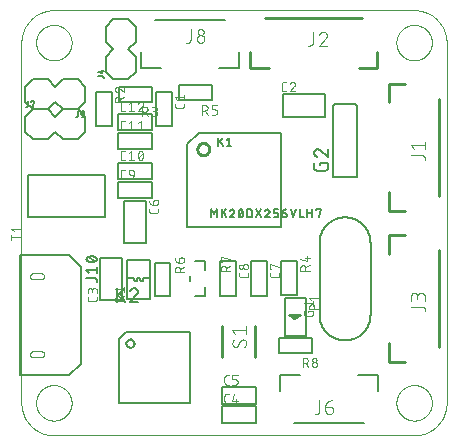
<source format=gto>
G75*
%MOIN*%
%OFA0B0*%
%FSLAX25Y25*%
%IPPOS*%
%LPD*%
%AMOC8*
5,1,8,0,0,1.08239X$1,22.5*
%
%ADD10C,0.00000*%
%ADD11C,0.00500*%
%ADD12C,0.00400*%
%ADD13C,0.00800*%
%ADD14C,0.00600*%
%ADD15C,0.01000*%
%ADD16C,0.00787*%
%ADD17C,0.00900*%
%ADD18C,0.00984*%
%ADD19C,0.00039*%
D10*
X0006040Y0013081D02*
X0006040Y0133159D01*
X0010961Y0133159D02*
X0010963Y0133312D01*
X0010969Y0133466D01*
X0010979Y0133619D01*
X0010993Y0133771D01*
X0011011Y0133924D01*
X0011033Y0134075D01*
X0011058Y0134226D01*
X0011088Y0134377D01*
X0011122Y0134527D01*
X0011159Y0134675D01*
X0011200Y0134823D01*
X0011245Y0134969D01*
X0011294Y0135115D01*
X0011347Y0135259D01*
X0011403Y0135401D01*
X0011463Y0135542D01*
X0011527Y0135682D01*
X0011594Y0135820D01*
X0011665Y0135956D01*
X0011740Y0136090D01*
X0011817Y0136222D01*
X0011899Y0136352D01*
X0011983Y0136480D01*
X0012071Y0136606D01*
X0012162Y0136729D01*
X0012256Y0136850D01*
X0012354Y0136968D01*
X0012454Y0137084D01*
X0012558Y0137197D01*
X0012664Y0137308D01*
X0012773Y0137416D01*
X0012885Y0137521D01*
X0012999Y0137622D01*
X0013117Y0137721D01*
X0013236Y0137817D01*
X0013358Y0137910D01*
X0013483Y0137999D01*
X0013610Y0138086D01*
X0013739Y0138168D01*
X0013870Y0138248D01*
X0014003Y0138324D01*
X0014138Y0138397D01*
X0014275Y0138466D01*
X0014414Y0138531D01*
X0014554Y0138593D01*
X0014696Y0138651D01*
X0014839Y0138706D01*
X0014984Y0138757D01*
X0015130Y0138804D01*
X0015277Y0138847D01*
X0015425Y0138886D01*
X0015574Y0138922D01*
X0015724Y0138953D01*
X0015875Y0138981D01*
X0016026Y0139005D01*
X0016179Y0139025D01*
X0016331Y0139041D01*
X0016484Y0139053D01*
X0016637Y0139061D01*
X0016790Y0139065D01*
X0016944Y0139065D01*
X0017097Y0139061D01*
X0017250Y0139053D01*
X0017403Y0139041D01*
X0017555Y0139025D01*
X0017708Y0139005D01*
X0017859Y0138981D01*
X0018010Y0138953D01*
X0018160Y0138922D01*
X0018309Y0138886D01*
X0018457Y0138847D01*
X0018604Y0138804D01*
X0018750Y0138757D01*
X0018895Y0138706D01*
X0019038Y0138651D01*
X0019180Y0138593D01*
X0019320Y0138531D01*
X0019459Y0138466D01*
X0019596Y0138397D01*
X0019731Y0138324D01*
X0019864Y0138248D01*
X0019995Y0138168D01*
X0020124Y0138086D01*
X0020251Y0137999D01*
X0020376Y0137910D01*
X0020498Y0137817D01*
X0020617Y0137721D01*
X0020735Y0137622D01*
X0020849Y0137521D01*
X0020961Y0137416D01*
X0021070Y0137308D01*
X0021176Y0137197D01*
X0021280Y0137084D01*
X0021380Y0136968D01*
X0021478Y0136850D01*
X0021572Y0136729D01*
X0021663Y0136606D01*
X0021751Y0136480D01*
X0021835Y0136352D01*
X0021917Y0136222D01*
X0021994Y0136090D01*
X0022069Y0135956D01*
X0022140Y0135820D01*
X0022207Y0135682D01*
X0022271Y0135542D01*
X0022331Y0135401D01*
X0022387Y0135259D01*
X0022440Y0135115D01*
X0022489Y0134969D01*
X0022534Y0134823D01*
X0022575Y0134675D01*
X0022612Y0134527D01*
X0022646Y0134377D01*
X0022676Y0134226D01*
X0022701Y0134075D01*
X0022723Y0133924D01*
X0022741Y0133771D01*
X0022755Y0133619D01*
X0022765Y0133466D01*
X0022771Y0133312D01*
X0022773Y0133159D01*
X0022771Y0133006D01*
X0022765Y0132852D01*
X0022755Y0132699D01*
X0022741Y0132547D01*
X0022723Y0132394D01*
X0022701Y0132243D01*
X0022676Y0132092D01*
X0022646Y0131941D01*
X0022612Y0131791D01*
X0022575Y0131643D01*
X0022534Y0131495D01*
X0022489Y0131349D01*
X0022440Y0131203D01*
X0022387Y0131059D01*
X0022331Y0130917D01*
X0022271Y0130776D01*
X0022207Y0130636D01*
X0022140Y0130498D01*
X0022069Y0130362D01*
X0021994Y0130228D01*
X0021917Y0130096D01*
X0021835Y0129966D01*
X0021751Y0129838D01*
X0021663Y0129712D01*
X0021572Y0129589D01*
X0021478Y0129468D01*
X0021380Y0129350D01*
X0021280Y0129234D01*
X0021176Y0129121D01*
X0021070Y0129010D01*
X0020961Y0128902D01*
X0020849Y0128797D01*
X0020735Y0128696D01*
X0020617Y0128597D01*
X0020498Y0128501D01*
X0020376Y0128408D01*
X0020251Y0128319D01*
X0020124Y0128232D01*
X0019995Y0128150D01*
X0019864Y0128070D01*
X0019731Y0127994D01*
X0019596Y0127921D01*
X0019459Y0127852D01*
X0019320Y0127787D01*
X0019180Y0127725D01*
X0019038Y0127667D01*
X0018895Y0127612D01*
X0018750Y0127561D01*
X0018604Y0127514D01*
X0018457Y0127471D01*
X0018309Y0127432D01*
X0018160Y0127396D01*
X0018010Y0127365D01*
X0017859Y0127337D01*
X0017708Y0127313D01*
X0017555Y0127293D01*
X0017403Y0127277D01*
X0017250Y0127265D01*
X0017097Y0127257D01*
X0016944Y0127253D01*
X0016790Y0127253D01*
X0016637Y0127257D01*
X0016484Y0127265D01*
X0016331Y0127277D01*
X0016179Y0127293D01*
X0016026Y0127313D01*
X0015875Y0127337D01*
X0015724Y0127365D01*
X0015574Y0127396D01*
X0015425Y0127432D01*
X0015277Y0127471D01*
X0015130Y0127514D01*
X0014984Y0127561D01*
X0014839Y0127612D01*
X0014696Y0127667D01*
X0014554Y0127725D01*
X0014414Y0127787D01*
X0014275Y0127852D01*
X0014138Y0127921D01*
X0014003Y0127994D01*
X0013870Y0128070D01*
X0013739Y0128150D01*
X0013610Y0128232D01*
X0013483Y0128319D01*
X0013358Y0128408D01*
X0013236Y0128501D01*
X0013117Y0128597D01*
X0012999Y0128696D01*
X0012885Y0128797D01*
X0012773Y0128902D01*
X0012664Y0129010D01*
X0012558Y0129121D01*
X0012454Y0129234D01*
X0012354Y0129350D01*
X0012256Y0129468D01*
X0012162Y0129589D01*
X0012071Y0129712D01*
X0011983Y0129838D01*
X0011899Y0129966D01*
X0011817Y0130096D01*
X0011740Y0130228D01*
X0011665Y0130362D01*
X0011594Y0130498D01*
X0011527Y0130636D01*
X0011463Y0130776D01*
X0011403Y0130917D01*
X0011347Y0131059D01*
X0011294Y0131203D01*
X0011245Y0131349D01*
X0011200Y0131495D01*
X0011159Y0131643D01*
X0011122Y0131791D01*
X0011088Y0131941D01*
X0011058Y0132092D01*
X0011033Y0132243D01*
X0011011Y0132394D01*
X0010993Y0132547D01*
X0010979Y0132699D01*
X0010969Y0132852D01*
X0010963Y0133006D01*
X0010961Y0133159D01*
X0006040Y0133159D02*
X0006043Y0133421D01*
X0006053Y0133682D01*
X0006068Y0133943D01*
X0006091Y0134204D01*
X0006119Y0134464D01*
X0006154Y0134723D01*
X0006195Y0134982D01*
X0006242Y0135239D01*
X0006295Y0135495D01*
X0006355Y0135750D01*
X0006420Y0136003D01*
X0006492Y0136255D01*
X0006570Y0136505D01*
X0006654Y0136753D01*
X0006744Y0136998D01*
X0006839Y0137242D01*
X0006941Y0137483D01*
X0007048Y0137722D01*
X0007161Y0137957D01*
X0007280Y0138191D01*
X0007405Y0138421D01*
X0007534Y0138648D01*
X0007670Y0138872D01*
X0007811Y0139092D01*
X0007957Y0139309D01*
X0008108Y0139523D01*
X0008264Y0139733D01*
X0008425Y0139939D01*
X0008592Y0140141D01*
X0008763Y0140339D01*
X0008939Y0140532D01*
X0009119Y0140722D01*
X0009304Y0140907D01*
X0009494Y0141087D01*
X0009687Y0141263D01*
X0009885Y0141434D01*
X0010087Y0141601D01*
X0010293Y0141762D01*
X0010503Y0141918D01*
X0010717Y0142069D01*
X0010934Y0142215D01*
X0011154Y0142356D01*
X0011378Y0142492D01*
X0011605Y0142621D01*
X0011835Y0142746D01*
X0012069Y0142865D01*
X0012304Y0142978D01*
X0012543Y0143085D01*
X0012784Y0143187D01*
X0013028Y0143282D01*
X0013273Y0143372D01*
X0013521Y0143456D01*
X0013771Y0143534D01*
X0014023Y0143606D01*
X0014276Y0143671D01*
X0014531Y0143731D01*
X0014787Y0143784D01*
X0015044Y0143831D01*
X0015303Y0143872D01*
X0015562Y0143907D01*
X0015822Y0143935D01*
X0016083Y0143958D01*
X0016344Y0143973D01*
X0016605Y0143983D01*
X0016867Y0143986D01*
X0136946Y0143986D01*
X0131040Y0133159D02*
X0131042Y0133312D01*
X0131048Y0133466D01*
X0131058Y0133619D01*
X0131072Y0133771D01*
X0131090Y0133924D01*
X0131112Y0134075D01*
X0131137Y0134226D01*
X0131167Y0134377D01*
X0131201Y0134527D01*
X0131238Y0134675D01*
X0131279Y0134823D01*
X0131324Y0134969D01*
X0131373Y0135115D01*
X0131426Y0135259D01*
X0131482Y0135401D01*
X0131542Y0135542D01*
X0131606Y0135682D01*
X0131673Y0135820D01*
X0131744Y0135956D01*
X0131819Y0136090D01*
X0131896Y0136222D01*
X0131978Y0136352D01*
X0132062Y0136480D01*
X0132150Y0136606D01*
X0132241Y0136729D01*
X0132335Y0136850D01*
X0132433Y0136968D01*
X0132533Y0137084D01*
X0132637Y0137197D01*
X0132743Y0137308D01*
X0132852Y0137416D01*
X0132964Y0137521D01*
X0133078Y0137622D01*
X0133196Y0137721D01*
X0133315Y0137817D01*
X0133437Y0137910D01*
X0133562Y0137999D01*
X0133689Y0138086D01*
X0133818Y0138168D01*
X0133949Y0138248D01*
X0134082Y0138324D01*
X0134217Y0138397D01*
X0134354Y0138466D01*
X0134493Y0138531D01*
X0134633Y0138593D01*
X0134775Y0138651D01*
X0134918Y0138706D01*
X0135063Y0138757D01*
X0135209Y0138804D01*
X0135356Y0138847D01*
X0135504Y0138886D01*
X0135653Y0138922D01*
X0135803Y0138953D01*
X0135954Y0138981D01*
X0136105Y0139005D01*
X0136258Y0139025D01*
X0136410Y0139041D01*
X0136563Y0139053D01*
X0136716Y0139061D01*
X0136869Y0139065D01*
X0137023Y0139065D01*
X0137176Y0139061D01*
X0137329Y0139053D01*
X0137482Y0139041D01*
X0137634Y0139025D01*
X0137787Y0139005D01*
X0137938Y0138981D01*
X0138089Y0138953D01*
X0138239Y0138922D01*
X0138388Y0138886D01*
X0138536Y0138847D01*
X0138683Y0138804D01*
X0138829Y0138757D01*
X0138974Y0138706D01*
X0139117Y0138651D01*
X0139259Y0138593D01*
X0139399Y0138531D01*
X0139538Y0138466D01*
X0139675Y0138397D01*
X0139810Y0138324D01*
X0139943Y0138248D01*
X0140074Y0138168D01*
X0140203Y0138086D01*
X0140330Y0137999D01*
X0140455Y0137910D01*
X0140577Y0137817D01*
X0140696Y0137721D01*
X0140814Y0137622D01*
X0140928Y0137521D01*
X0141040Y0137416D01*
X0141149Y0137308D01*
X0141255Y0137197D01*
X0141359Y0137084D01*
X0141459Y0136968D01*
X0141557Y0136850D01*
X0141651Y0136729D01*
X0141742Y0136606D01*
X0141830Y0136480D01*
X0141914Y0136352D01*
X0141996Y0136222D01*
X0142073Y0136090D01*
X0142148Y0135956D01*
X0142219Y0135820D01*
X0142286Y0135682D01*
X0142350Y0135542D01*
X0142410Y0135401D01*
X0142466Y0135259D01*
X0142519Y0135115D01*
X0142568Y0134969D01*
X0142613Y0134823D01*
X0142654Y0134675D01*
X0142691Y0134527D01*
X0142725Y0134377D01*
X0142755Y0134226D01*
X0142780Y0134075D01*
X0142802Y0133924D01*
X0142820Y0133771D01*
X0142834Y0133619D01*
X0142844Y0133466D01*
X0142850Y0133312D01*
X0142852Y0133159D01*
X0142850Y0133006D01*
X0142844Y0132852D01*
X0142834Y0132699D01*
X0142820Y0132547D01*
X0142802Y0132394D01*
X0142780Y0132243D01*
X0142755Y0132092D01*
X0142725Y0131941D01*
X0142691Y0131791D01*
X0142654Y0131643D01*
X0142613Y0131495D01*
X0142568Y0131349D01*
X0142519Y0131203D01*
X0142466Y0131059D01*
X0142410Y0130917D01*
X0142350Y0130776D01*
X0142286Y0130636D01*
X0142219Y0130498D01*
X0142148Y0130362D01*
X0142073Y0130228D01*
X0141996Y0130096D01*
X0141914Y0129966D01*
X0141830Y0129838D01*
X0141742Y0129712D01*
X0141651Y0129589D01*
X0141557Y0129468D01*
X0141459Y0129350D01*
X0141359Y0129234D01*
X0141255Y0129121D01*
X0141149Y0129010D01*
X0141040Y0128902D01*
X0140928Y0128797D01*
X0140814Y0128696D01*
X0140696Y0128597D01*
X0140577Y0128501D01*
X0140455Y0128408D01*
X0140330Y0128319D01*
X0140203Y0128232D01*
X0140074Y0128150D01*
X0139943Y0128070D01*
X0139810Y0127994D01*
X0139675Y0127921D01*
X0139538Y0127852D01*
X0139399Y0127787D01*
X0139259Y0127725D01*
X0139117Y0127667D01*
X0138974Y0127612D01*
X0138829Y0127561D01*
X0138683Y0127514D01*
X0138536Y0127471D01*
X0138388Y0127432D01*
X0138239Y0127396D01*
X0138089Y0127365D01*
X0137938Y0127337D01*
X0137787Y0127313D01*
X0137634Y0127293D01*
X0137482Y0127277D01*
X0137329Y0127265D01*
X0137176Y0127257D01*
X0137023Y0127253D01*
X0136869Y0127253D01*
X0136716Y0127257D01*
X0136563Y0127265D01*
X0136410Y0127277D01*
X0136258Y0127293D01*
X0136105Y0127313D01*
X0135954Y0127337D01*
X0135803Y0127365D01*
X0135653Y0127396D01*
X0135504Y0127432D01*
X0135356Y0127471D01*
X0135209Y0127514D01*
X0135063Y0127561D01*
X0134918Y0127612D01*
X0134775Y0127667D01*
X0134633Y0127725D01*
X0134493Y0127787D01*
X0134354Y0127852D01*
X0134217Y0127921D01*
X0134082Y0127994D01*
X0133949Y0128070D01*
X0133818Y0128150D01*
X0133689Y0128232D01*
X0133562Y0128319D01*
X0133437Y0128408D01*
X0133315Y0128501D01*
X0133196Y0128597D01*
X0133078Y0128696D01*
X0132964Y0128797D01*
X0132852Y0128902D01*
X0132743Y0129010D01*
X0132637Y0129121D01*
X0132533Y0129234D01*
X0132433Y0129350D01*
X0132335Y0129468D01*
X0132241Y0129589D01*
X0132150Y0129712D01*
X0132062Y0129838D01*
X0131978Y0129966D01*
X0131896Y0130096D01*
X0131819Y0130228D01*
X0131744Y0130362D01*
X0131673Y0130498D01*
X0131606Y0130636D01*
X0131542Y0130776D01*
X0131482Y0130917D01*
X0131426Y0131059D01*
X0131373Y0131203D01*
X0131324Y0131349D01*
X0131279Y0131495D01*
X0131238Y0131643D01*
X0131201Y0131791D01*
X0131167Y0131941D01*
X0131137Y0132092D01*
X0131112Y0132243D01*
X0131090Y0132394D01*
X0131072Y0132547D01*
X0131058Y0132699D01*
X0131048Y0132852D01*
X0131042Y0133006D01*
X0131040Y0133159D01*
X0136946Y0143986D02*
X0137208Y0143983D01*
X0137469Y0143973D01*
X0137730Y0143958D01*
X0137991Y0143935D01*
X0138251Y0143907D01*
X0138510Y0143872D01*
X0138769Y0143831D01*
X0139026Y0143784D01*
X0139282Y0143731D01*
X0139537Y0143671D01*
X0139790Y0143606D01*
X0140042Y0143534D01*
X0140292Y0143456D01*
X0140540Y0143372D01*
X0140785Y0143282D01*
X0141029Y0143187D01*
X0141270Y0143085D01*
X0141509Y0142978D01*
X0141744Y0142865D01*
X0141978Y0142746D01*
X0142208Y0142621D01*
X0142435Y0142492D01*
X0142659Y0142356D01*
X0142879Y0142215D01*
X0143096Y0142069D01*
X0143310Y0141918D01*
X0143520Y0141762D01*
X0143726Y0141601D01*
X0143928Y0141434D01*
X0144126Y0141263D01*
X0144319Y0141087D01*
X0144509Y0140907D01*
X0144694Y0140722D01*
X0144874Y0140532D01*
X0145050Y0140339D01*
X0145221Y0140141D01*
X0145388Y0139939D01*
X0145549Y0139733D01*
X0145705Y0139523D01*
X0145856Y0139309D01*
X0146002Y0139092D01*
X0146143Y0138872D01*
X0146279Y0138648D01*
X0146408Y0138421D01*
X0146533Y0138191D01*
X0146652Y0137957D01*
X0146765Y0137722D01*
X0146872Y0137483D01*
X0146974Y0137242D01*
X0147069Y0136998D01*
X0147159Y0136753D01*
X0147243Y0136505D01*
X0147321Y0136255D01*
X0147393Y0136003D01*
X0147458Y0135750D01*
X0147518Y0135495D01*
X0147571Y0135239D01*
X0147618Y0134982D01*
X0147659Y0134723D01*
X0147694Y0134464D01*
X0147722Y0134204D01*
X0147745Y0133943D01*
X0147760Y0133682D01*
X0147770Y0133421D01*
X0147773Y0133159D01*
X0147772Y0133159D02*
X0147772Y0013081D01*
X0131040Y0013081D02*
X0131042Y0013234D01*
X0131048Y0013388D01*
X0131058Y0013541D01*
X0131072Y0013693D01*
X0131090Y0013846D01*
X0131112Y0013997D01*
X0131137Y0014148D01*
X0131167Y0014299D01*
X0131201Y0014449D01*
X0131238Y0014597D01*
X0131279Y0014745D01*
X0131324Y0014891D01*
X0131373Y0015037D01*
X0131426Y0015181D01*
X0131482Y0015323D01*
X0131542Y0015464D01*
X0131606Y0015604D01*
X0131673Y0015742D01*
X0131744Y0015878D01*
X0131819Y0016012D01*
X0131896Y0016144D01*
X0131978Y0016274D01*
X0132062Y0016402D01*
X0132150Y0016528D01*
X0132241Y0016651D01*
X0132335Y0016772D01*
X0132433Y0016890D01*
X0132533Y0017006D01*
X0132637Y0017119D01*
X0132743Y0017230D01*
X0132852Y0017338D01*
X0132964Y0017443D01*
X0133078Y0017544D01*
X0133196Y0017643D01*
X0133315Y0017739D01*
X0133437Y0017832D01*
X0133562Y0017921D01*
X0133689Y0018008D01*
X0133818Y0018090D01*
X0133949Y0018170D01*
X0134082Y0018246D01*
X0134217Y0018319D01*
X0134354Y0018388D01*
X0134493Y0018453D01*
X0134633Y0018515D01*
X0134775Y0018573D01*
X0134918Y0018628D01*
X0135063Y0018679D01*
X0135209Y0018726D01*
X0135356Y0018769D01*
X0135504Y0018808D01*
X0135653Y0018844D01*
X0135803Y0018875D01*
X0135954Y0018903D01*
X0136105Y0018927D01*
X0136258Y0018947D01*
X0136410Y0018963D01*
X0136563Y0018975D01*
X0136716Y0018983D01*
X0136869Y0018987D01*
X0137023Y0018987D01*
X0137176Y0018983D01*
X0137329Y0018975D01*
X0137482Y0018963D01*
X0137634Y0018947D01*
X0137787Y0018927D01*
X0137938Y0018903D01*
X0138089Y0018875D01*
X0138239Y0018844D01*
X0138388Y0018808D01*
X0138536Y0018769D01*
X0138683Y0018726D01*
X0138829Y0018679D01*
X0138974Y0018628D01*
X0139117Y0018573D01*
X0139259Y0018515D01*
X0139399Y0018453D01*
X0139538Y0018388D01*
X0139675Y0018319D01*
X0139810Y0018246D01*
X0139943Y0018170D01*
X0140074Y0018090D01*
X0140203Y0018008D01*
X0140330Y0017921D01*
X0140455Y0017832D01*
X0140577Y0017739D01*
X0140696Y0017643D01*
X0140814Y0017544D01*
X0140928Y0017443D01*
X0141040Y0017338D01*
X0141149Y0017230D01*
X0141255Y0017119D01*
X0141359Y0017006D01*
X0141459Y0016890D01*
X0141557Y0016772D01*
X0141651Y0016651D01*
X0141742Y0016528D01*
X0141830Y0016402D01*
X0141914Y0016274D01*
X0141996Y0016144D01*
X0142073Y0016012D01*
X0142148Y0015878D01*
X0142219Y0015742D01*
X0142286Y0015604D01*
X0142350Y0015464D01*
X0142410Y0015323D01*
X0142466Y0015181D01*
X0142519Y0015037D01*
X0142568Y0014891D01*
X0142613Y0014745D01*
X0142654Y0014597D01*
X0142691Y0014449D01*
X0142725Y0014299D01*
X0142755Y0014148D01*
X0142780Y0013997D01*
X0142802Y0013846D01*
X0142820Y0013693D01*
X0142834Y0013541D01*
X0142844Y0013388D01*
X0142850Y0013234D01*
X0142852Y0013081D01*
X0142850Y0012928D01*
X0142844Y0012774D01*
X0142834Y0012621D01*
X0142820Y0012469D01*
X0142802Y0012316D01*
X0142780Y0012165D01*
X0142755Y0012014D01*
X0142725Y0011863D01*
X0142691Y0011713D01*
X0142654Y0011565D01*
X0142613Y0011417D01*
X0142568Y0011271D01*
X0142519Y0011125D01*
X0142466Y0010981D01*
X0142410Y0010839D01*
X0142350Y0010698D01*
X0142286Y0010558D01*
X0142219Y0010420D01*
X0142148Y0010284D01*
X0142073Y0010150D01*
X0141996Y0010018D01*
X0141914Y0009888D01*
X0141830Y0009760D01*
X0141742Y0009634D01*
X0141651Y0009511D01*
X0141557Y0009390D01*
X0141459Y0009272D01*
X0141359Y0009156D01*
X0141255Y0009043D01*
X0141149Y0008932D01*
X0141040Y0008824D01*
X0140928Y0008719D01*
X0140814Y0008618D01*
X0140696Y0008519D01*
X0140577Y0008423D01*
X0140455Y0008330D01*
X0140330Y0008241D01*
X0140203Y0008154D01*
X0140074Y0008072D01*
X0139943Y0007992D01*
X0139810Y0007916D01*
X0139675Y0007843D01*
X0139538Y0007774D01*
X0139399Y0007709D01*
X0139259Y0007647D01*
X0139117Y0007589D01*
X0138974Y0007534D01*
X0138829Y0007483D01*
X0138683Y0007436D01*
X0138536Y0007393D01*
X0138388Y0007354D01*
X0138239Y0007318D01*
X0138089Y0007287D01*
X0137938Y0007259D01*
X0137787Y0007235D01*
X0137634Y0007215D01*
X0137482Y0007199D01*
X0137329Y0007187D01*
X0137176Y0007179D01*
X0137023Y0007175D01*
X0136869Y0007175D01*
X0136716Y0007179D01*
X0136563Y0007187D01*
X0136410Y0007199D01*
X0136258Y0007215D01*
X0136105Y0007235D01*
X0135954Y0007259D01*
X0135803Y0007287D01*
X0135653Y0007318D01*
X0135504Y0007354D01*
X0135356Y0007393D01*
X0135209Y0007436D01*
X0135063Y0007483D01*
X0134918Y0007534D01*
X0134775Y0007589D01*
X0134633Y0007647D01*
X0134493Y0007709D01*
X0134354Y0007774D01*
X0134217Y0007843D01*
X0134082Y0007916D01*
X0133949Y0007992D01*
X0133818Y0008072D01*
X0133689Y0008154D01*
X0133562Y0008241D01*
X0133437Y0008330D01*
X0133315Y0008423D01*
X0133196Y0008519D01*
X0133078Y0008618D01*
X0132964Y0008719D01*
X0132852Y0008824D01*
X0132743Y0008932D01*
X0132637Y0009043D01*
X0132533Y0009156D01*
X0132433Y0009272D01*
X0132335Y0009390D01*
X0132241Y0009511D01*
X0132150Y0009634D01*
X0132062Y0009760D01*
X0131978Y0009888D01*
X0131896Y0010018D01*
X0131819Y0010150D01*
X0131744Y0010284D01*
X0131673Y0010420D01*
X0131606Y0010558D01*
X0131542Y0010698D01*
X0131482Y0010839D01*
X0131426Y0010981D01*
X0131373Y0011125D01*
X0131324Y0011271D01*
X0131279Y0011417D01*
X0131238Y0011565D01*
X0131201Y0011713D01*
X0131167Y0011863D01*
X0131137Y0012014D01*
X0131112Y0012165D01*
X0131090Y0012316D01*
X0131072Y0012469D01*
X0131058Y0012621D01*
X0131048Y0012774D01*
X0131042Y0012928D01*
X0131040Y0013081D01*
X0136946Y0002254D02*
X0137208Y0002257D01*
X0137469Y0002267D01*
X0137730Y0002282D01*
X0137991Y0002305D01*
X0138251Y0002333D01*
X0138510Y0002368D01*
X0138769Y0002409D01*
X0139026Y0002456D01*
X0139282Y0002509D01*
X0139537Y0002569D01*
X0139790Y0002634D01*
X0140042Y0002706D01*
X0140292Y0002784D01*
X0140540Y0002868D01*
X0140785Y0002958D01*
X0141029Y0003053D01*
X0141270Y0003155D01*
X0141509Y0003262D01*
X0141744Y0003375D01*
X0141978Y0003494D01*
X0142208Y0003619D01*
X0142435Y0003748D01*
X0142659Y0003884D01*
X0142879Y0004025D01*
X0143096Y0004171D01*
X0143310Y0004322D01*
X0143520Y0004478D01*
X0143726Y0004639D01*
X0143928Y0004806D01*
X0144126Y0004977D01*
X0144319Y0005153D01*
X0144509Y0005333D01*
X0144694Y0005518D01*
X0144874Y0005708D01*
X0145050Y0005901D01*
X0145221Y0006099D01*
X0145388Y0006301D01*
X0145549Y0006507D01*
X0145705Y0006717D01*
X0145856Y0006931D01*
X0146002Y0007148D01*
X0146143Y0007368D01*
X0146279Y0007592D01*
X0146408Y0007819D01*
X0146533Y0008049D01*
X0146652Y0008283D01*
X0146765Y0008518D01*
X0146872Y0008757D01*
X0146974Y0008998D01*
X0147069Y0009242D01*
X0147159Y0009487D01*
X0147243Y0009735D01*
X0147321Y0009985D01*
X0147393Y0010237D01*
X0147458Y0010490D01*
X0147518Y0010745D01*
X0147571Y0011001D01*
X0147618Y0011258D01*
X0147659Y0011517D01*
X0147694Y0011776D01*
X0147722Y0012036D01*
X0147745Y0012297D01*
X0147760Y0012558D01*
X0147770Y0012819D01*
X0147773Y0013081D01*
X0136946Y0002254D02*
X0016867Y0002254D01*
X0010961Y0013081D02*
X0010963Y0013234D01*
X0010969Y0013388D01*
X0010979Y0013541D01*
X0010993Y0013693D01*
X0011011Y0013846D01*
X0011033Y0013997D01*
X0011058Y0014148D01*
X0011088Y0014299D01*
X0011122Y0014449D01*
X0011159Y0014597D01*
X0011200Y0014745D01*
X0011245Y0014891D01*
X0011294Y0015037D01*
X0011347Y0015181D01*
X0011403Y0015323D01*
X0011463Y0015464D01*
X0011527Y0015604D01*
X0011594Y0015742D01*
X0011665Y0015878D01*
X0011740Y0016012D01*
X0011817Y0016144D01*
X0011899Y0016274D01*
X0011983Y0016402D01*
X0012071Y0016528D01*
X0012162Y0016651D01*
X0012256Y0016772D01*
X0012354Y0016890D01*
X0012454Y0017006D01*
X0012558Y0017119D01*
X0012664Y0017230D01*
X0012773Y0017338D01*
X0012885Y0017443D01*
X0012999Y0017544D01*
X0013117Y0017643D01*
X0013236Y0017739D01*
X0013358Y0017832D01*
X0013483Y0017921D01*
X0013610Y0018008D01*
X0013739Y0018090D01*
X0013870Y0018170D01*
X0014003Y0018246D01*
X0014138Y0018319D01*
X0014275Y0018388D01*
X0014414Y0018453D01*
X0014554Y0018515D01*
X0014696Y0018573D01*
X0014839Y0018628D01*
X0014984Y0018679D01*
X0015130Y0018726D01*
X0015277Y0018769D01*
X0015425Y0018808D01*
X0015574Y0018844D01*
X0015724Y0018875D01*
X0015875Y0018903D01*
X0016026Y0018927D01*
X0016179Y0018947D01*
X0016331Y0018963D01*
X0016484Y0018975D01*
X0016637Y0018983D01*
X0016790Y0018987D01*
X0016944Y0018987D01*
X0017097Y0018983D01*
X0017250Y0018975D01*
X0017403Y0018963D01*
X0017555Y0018947D01*
X0017708Y0018927D01*
X0017859Y0018903D01*
X0018010Y0018875D01*
X0018160Y0018844D01*
X0018309Y0018808D01*
X0018457Y0018769D01*
X0018604Y0018726D01*
X0018750Y0018679D01*
X0018895Y0018628D01*
X0019038Y0018573D01*
X0019180Y0018515D01*
X0019320Y0018453D01*
X0019459Y0018388D01*
X0019596Y0018319D01*
X0019731Y0018246D01*
X0019864Y0018170D01*
X0019995Y0018090D01*
X0020124Y0018008D01*
X0020251Y0017921D01*
X0020376Y0017832D01*
X0020498Y0017739D01*
X0020617Y0017643D01*
X0020735Y0017544D01*
X0020849Y0017443D01*
X0020961Y0017338D01*
X0021070Y0017230D01*
X0021176Y0017119D01*
X0021280Y0017006D01*
X0021380Y0016890D01*
X0021478Y0016772D01*
X0021572Y0016651D01*
X0021663Y0016528D01*
X0021751Y0016402D01*
X0021835Y0016274D01*
X0021917Y0016144D01*
X0021994Y0016012D01*
X0022069Y0015878D01*
X0022140Y0015742D01*
X0022207Y0015604D01*
X0022271Y0015464D01*
X0022331Y0015323D01*
X0022387Y0015181D01*
X0022440Y0015037D01*
X0022489Y0014891D01*
X0022534Y0014745D01*
X0022575Y0014597D01*
X0022612Y0014449D01*
X0022646Y0014299D01*
X0022676Y0014148D01*
X0022701Y0013997D01*
X0022723Y0013846D01*
X0022741Y0013693D01*
X0022755Y0013541D01*
X0022765Y0013388D01*
X0022771Y0013234D01*
X0022773Y0013081D01*
X0022771Y0012928D01*
X0022765Y0012774D01*
X0022755Y0012621D01*
X0022741Y0012469D01*
X0022723Y0012316D01*
X0022701Y0012165D01*
X0022676Y0012014D01*
X0022646Y0011863D01*
X0022612Y0011713D01*
X0022575Y0011565D01*
X0022534Y0011417D01*
X0022489Y0011271D01*
X0022440Y0011125D01*
X0022387Y0010981D01*
X0022331Y0010839D01*
X0022271Y0010698D01*
X0022207Y0010558D01*
X0022140Y0010420D01*
X0022069Y0010284D01*
X0021994Y0010150D01*
X0021917Y0010018D01*
X0021835Y0009888D01*
X0021751Y0009760D01*
X0021663Y0009634D01*
X0021572Y0009511D01*
X0021478Y0009390D01*
X0021380Y0009272D01*
X0021280Y0009156D01*
X0021176Y0009043D01*
X0021070Y0008932D01*
X0020961Y0008824D01*
X0020849Y0008719D01*
X0020735Y0008618D01*
X0020617Y0008519D01*
X0020498Y0008423D01*
X0020376Y0008330D01*
X0020251Y0008241D01*
X0020124Y0008154D01*
X0019995Y0008072D01*
X0019864Y0007992D01*
X0019731Y0007916D01*
X0019596Y0007843D01*
X0019459Y0007774D01*
X0019320Y0007709D01*
X0019180Y0007647D01*
X0019038Y0007589D01*
X0018895Y0007534D01*
X0018750Y0007483D01*
X0018604Y0007436D01*
X0018457Y0007393D01*
X0018309Y0007354D01*
X0018160Y0007318D01*
X0018010Y0007287D01*
X0017859Y0007259D01*
X0017708Y0007235D01*
X0017555Y0007215D01*
X0017403Y0007199D01*
X0017250Y0007187D01*
X0017097Y0007179D01*
X0016944Y0007175D01*
X0016790Y0007175D01*
X0016637Y0007179D01*
X0016484Y0007187D01*
X0016331Y0007199D01*
X0016179Y0007215D01*
X0016026Y0007235D01*
X0015875Y0007259D01*
X0015724Y0007287D01*
X0015574Y0007318D01*
X0015425Y0007354D01*
X0015277Y0007393D01*
X0015130Y0007436D01*
X0014984Y0007483D01*
X0014839Y0007534D01*
X0014696Y0007589D01*
X0014554Y0007647D01*
X0014414Y0007709D01*
X0014275Y0007774D01*
X0014138Y0007843D01*
X0014003Y0007916D01*
X0013870Y0007992D01*
X0013739Y0008072D01*
X0013610Y0008154D01*
X0013483Y0008241D01*
X0013358Y0008330D01*
X0013236Y0008423D01*
X0013117Y0008519D01*
X0012999Y0008618D01*
X0012885Y0008719D01*
X0012773Y0008824D01*
X0012664Y0008932D01*
X0012558Y0009043D01*
X0012454Y0009156D01*
X0012354Y0009272D01*
X0012256Y0009390D01*
X0012162Y0009511D01*
X0012071Y0009634D01*
X0011983Y0009760D01*
X0011899Y0009888D01*
X0011817Y0010018D01*
X0011740Y0010150D01*
X0011665Y0010284D01*
X0011594Y0010420D01*
X0011527Y0010558D01*
X0011463Y0010698D01*
X0011403Y0010839D01*
X0011347Y0010981D01*
X0011294Y0011125D01*
X0011245Y0011271D01*
X0011200Y0011417D01*
X0011159Y0011565D01*
X0011122Y0011713D01*
X0011088Y0011863D01*
X0011058Y0012014D01*
X0011033Y0012165D01*
X0011011Y0012316D01*
X0010993Y0012469D01*
X0010979Y0012621D01*
X0010969Y0012774D01*
X0010963Y0012928D01*
X0010961Y0013081D01*
X0006040Y0013081D02*
X0006043Y0012819D01*
X0006053Y0012558D01*
X0006068Y0012297D01*
X0006091Y0012036D01*
X0006119Y0011776D01*
X0006154Y0011517D01*
X0006195Y0011258D01*
X0006242Y0011001D01*
X0006295Y0010745D01*
X0006355Y0010490D01*
X0006420Y0010237D01*
X0006492Y0009985D01*
X0006570Y0009735D01*
X0006654Y0009487D01*
X0006744Y0009242D01*
X0006839Y0008998D01*
X0006941Y0008757D01*
X0007048Y0008518D01*
X0007161Y0008283D01*
X0007280Y0008049D01*
X0007405Y0007819D01*
X0007534Y0007592D01*
X0007670Y0007368D01*
X0007811Y0007148D01*
X0007957Y0006931D01*
X0008108Y0006717D01*
X0008264Y0006507D01*
X0008425Y0006301D01*
X0008592Y0006099D01*
X0008763Y0005901D01*
X0008939Y0005708D01*
X0009119Y0005518D01*
X0009304Y0005333D01*
X0009494Y0005153D01*
X0009687Y0004977D01*
X0009885Y0004806D01*
X0010087Y0004639D01*
X0010293Y0004478D01*
X0010503Y0004322D01*
X0010717Y0004171D01*
X0010934Y0004025D01*
X0011154Y0003884D01*
X0011378Y0003748D01*
X0011605Y0003619D01*
X0011835Y0003494D01*
X0012069Y0003375D01*
X0012304Y0003262D01*
X0012543Y0003155D01*
X0012784Y0003053D01*
X0013028Y0002958D01*
X0013273Y0002868D01*
X0013521Y0002784D01*
X0013771Y0002706D01*
X0014023Y0002634D01*
X0014276Y0002569D01*
X0014531Y0002509D01*
X0014787Y0002456D01*
X0015044Y0002409D01*
X0015303Y0002368D01*
X0015562Y0002333D01*
X0015822Y0002305D01*
X0016083Y0002282D01*
X0016344Y0002267D01*
X0016605Y0002257D01*
X0016867Y0002254D01*
D11*
X0021926Y0022254D02*
X0005568Y0022254D01*
X0005568Y0062254D01*
X0021926Y0062254D01*
X0025863Y0058317D01*
X0025863Y0026191D01*
X0021926Y0022254D01*
X0032166Y0047254D02*
X0032166Y0061254D01*
X0039666Y0061254D01*
X0039666Y0047254D01*
X0032166Y0047254D01*
X0038032Y0046825D02*
X0038032Y0051325D01*
X0039032Y0049575D02*
X0040532Y0046825D01*
X0041353Y0047754D02*
X0041353Y0054754D01*
X0043103Y0054754D01*
X0043147Y0054752D01*
X0043190Y0054746D01*
X0043232Y0054737D01*
X0043274Y0054724D01*
X0043314Y0054707D01*
X0043353Y0054687D01*
X0043390Y0054664D01*
X0043424Y0054637D01*
X0043457Y0054608D01*
X0043486Y0054575D01*
X0043513Y0054541D01*
X0043536Y0054504D01*
X0043556Y0054465D01*
X0043573Y0054425D01*
X0043586Y0054383D01*
X0043595Y0054341D01*
X0043601Y0054298D01*
X0043603Y0054254D01*
X0043605Y0054210D01*
X0043611Y0054167D01*
X0043620Y0054125D01*
X0043633Y0054083D01*
X0043650Y0054043D01*
X0043670Y0054004D01*
X0043693Y0053967D01*
X0043720Y0053933D01*
X0043749Y0053900D01*
X0043782Y0053871D01*
X0043816Y0053844D01*
X0043853Y0053821D01*
X0043892Y0053801D01*
X0043932Y0053784D01*
X0043974Y0053771D01*
X0044016Y0053762D01*
X0044059Y0053756D01*
X0044103Y0053754D01*
X0044147Y0053756D01*
X0044190Y0053762D01*
X0044232Y0053771D01*
X0044274Y0053784D01*
X0044314Y0053801D01*
X0044353Y0053821D01*
X0044390Y0053844D01*
X0044424Y0053871D01*
X0044457Y0053900D01*
X0044486Y0053933D01*
X0044513Y0053967D01*
X0044536Y0054004D01*
X0044556Y0054043D01*
X0044573Y0054083D01*
X0044586Y0054125D01*
X0044595Y0054167D01*
X0044601Y0054210D01*
X0044603Y0054254D01*
X0044605Y0054298D01*
X0044611Y0054341D01*
X0044620Y0054383D01*
X0044633Y0054425D01*
X0044650Y0054465D01*
X0044670Y0054504D01*
X0044693Y0054541D01*
X0044720Y0054575D01*
X0044749Y0054608D01*
X0044782Y0054637D01*
X0044816Y0054664D01*
X0044853Y0054687D01*
X0044892Y0054707D01*
X0044932Y0054724D01*
X0044974Y0054737D01*
X0045016Y0054746D01*
X0045059Y0054752D01*
X0045103Y0054754D01*
X0045147Y0054752D01*
X0045190Y0054746D01*
X0045232Y0054737D01*
X0045274Y0054724D01*
X0045314Y0054707D01*
X0045353Y0054687D01*
X0045390Y0054664D01*
X0045424Y0054637D01*
X0045457Y0054608D01*
X0045486Y0054575D01*
X0045513Y0054541D01*
X0045536Y0054504D01*
X0045556Y0054465D01*
X0045573Y0054425D01*
X0045586Y0054383D01*
X0045595Y0054341D01*
X0045601Y0054298D01*
X0045603Y0054254D01*
X0045605Y0054210D01*
X0045611Y0054167D01*
X0045620Y0054125D01*
X0045633Y0054083D01*
X0045650Y0054043D01*
X0045670Y0054004D01*
X0045693Y0053967D01*
X0045720Y0053933D01*
X0045749Y0053900D01*
X0045782Y0053871D01*
X0045816Y0053844D01*
X0045853Y0053821D01*
X0045892Y0053801D01*
X0045932Y0053784D01*
X0045974Y0053771D01*
X0046016Y0053762D01*
X0046059Y0053756D01*
X0046103Y0053754D01*
X0046147Y0053756D01*
X0046190Y0053762D01*
X0046232Y0053771D01*
X0046274Y0053784D01*
X0046314Y0053801D01*
X0046353Y0053821D01*
X0046390Y0053844D01*
X0046424Y0053871D01*
X0046457Y0053900D01*
X0046486Y0053933D01*
X0046513Y0053967D01*
X0046536Y0054004D01*
X0046556Y0054043D01*
X0046573Y0054083D01*
X0046586Y0054125D01*
X0046595Y0054167D01*
X0046601Y0054210D01*
X0046603Y0054254D01*
X0046605Y0054298D01*
X0046611Y0054341D01*
X0046620Y0054383D01*
X0046633Y0054425D01*
X0046650Y0054465D01*
X0046670Y0054504D01*
X0046693Y0054541D01*
X0046720Y0054575D01*
X0046749Y0054608D01*
X0046782Y0054637D01*
X0046816Y0054664D01*
X0046853Y0054687D01*
X0046892Y0054707D01*
X0046932Y0054724D01*
X0046974Y0054737D01*
X0047016Y0054746D01*
X0047059Y0054752D01*
X0047103Y0054754D01*
X0048853Y0054754D01*
X0048853Y0047754D01*
X0041353Y0047754D01*
X0042307Y0046825D02*
X0044807Y0046825D01*
X0042307Y0046825D02*
X0044432Y0049325D01*
X0043682Y0051324D02*
X0043609Y0051322D01*
X0043537Y0051317D01*
X0043465Y0051308D01*
X0043393Y0051295D01*
X0043322Y0051279D01*
X0043252Y0051259D01*
X0043184Y0051235D01*
X0043116Y0051209D01*
X0043050Y0051178D01*
X0042985Y0051145D01*
X0042923Y0051108D01*
X0042862Y0051069D01*
X0042803Y0051026D01*
X0042746Y0050980D01*
X0042692Y0050932D01*
X0042641Y0050881D01*
X0042591Y0050827D01*
X0042545Y0050771D01*
X0042502Y0050713D01*
X0042461Y0050652D01*
X0042424Y0050590D01*
X0042390Y0050526D01*
X0042359Y0050460D01*
X0042331Y0050393D01*
X0042307Y0050324D01*
X0044432Y0049325D02*
X0044478Y0049371D01*
X0044522Y0049420D01*
X0044562Y0049471D01*
X0044600Y0049524D01*
X0044635Y0049579D01*
X0044667Y0049636D01*
X0044696Y0049694D01*
X0044722Y0049754D01*
X0044744Y0049816D01*
X0044763Y0049878D01*
X0044779Y0049941D01*
X0044791Y0050005D01*
X0044800Y0050070D01*
X0044805Y0050135D01*
X0044807Y0050200D01*
X0044805Y0050265D01*
X0044799Y0050331D01*
X0044790Y0050395D01*
X0044777Y0050459D01*
X0044760Y0050523D01*
X0044739Y0050585D01*
X0044715Y0050646D01*
X0044687Y0050705D01*
X0044656Y0050763D01*
X0044622Y0050818D01*
X0044584Y0050872D01*
X0044544Y0050923D01*
X0044500Y0050972D01*
X0044454Y0051018D01*
X0044405Y0051062D01*
X0044354Y0051102D01*
X0044300Y0051140D01*
X0044245Y0051174D01*
X0044187Y0051205D01*
X0044128Y0051233D01*
X0044067Y0051257D01*
X0044005Y0051278D01*
X0043941Y0051295D01*
X0043877Y0051308D01*
X0043813Y0051317D01*
X0043747Y0051323D01*
X0043682Y0051325D01*
X0040532Y0051325D02*
X0038032Y0048575D01*
X0041353Y0054754D02*
X0041353Y0060754D01*
X0048853Y0060754D01*
X0048853Y0054754D01*
X0050540Y0059754D02*
X0050540Y0048754D01*
X0055540Y0048754D01*
X0055540Y0059754D01*
X0050540Y0059754D01*
X0047665Y0066504D02*
X0047665Y0080504D01*
X0040165Y0080504D01*
X0040165Y0066504D01*
X0047665Y0066504D01*
X0049665Y0081296D02*
X0038165Y0081296D01*
X0038165Y0086796D01*
X0049665Y0086796D01*
X0049665Y0081296D01*
X0049665Y0087587D02*
X0038165Y0087587D01*
X0038165Y0093087D01*
X0049665Y0093087D01*
X0049665Y0087587D01*
X0049665Y0097629D02*
X0038165Y0097629D01*
X0038165Y0103129D01*
X0049665Y0103129D01*
X0049665Y0097629D01*
X0049665Y0103921D02*
X0038165Y0103921D01*
X0038165Y0109421D01*
X0049665Y0109421D01*
X0049665Y0103921D01*
X0050790Y0105254D02*
X0050790Y0116754D01*
X0056290Y0116754D01*
X0056290Y0105254D01*
X0050790Y0105254D01*
X0049415Y0113504D02*
X0038415Y0113504D01*
X0038415Y0118504D01*
X0049415Y0118504D01*
X0049415Y0113504D01*
X0058415Y0113962D02*
X0058415Y0118962D01*
X0069415Y0118962D01*
X0069415Y0113962D01*
X0058415Y0113962D01*
X0071706Y0101444D02*
X0071706Y0098744D01*
X0071706Y0099794D02*
X0073206Y0101444D01*
X0074427Y0100844D02*
X0075177Y0101444D01*
X0075177Y0098744D01*
X0074427Y0098744D02*
X0075927Y0098744D01*
X0073206Y0098744D02*
X0072306Y0100394D01*
X0093134Y0108504D02*
X0093134Y0116004D01*
X0107134Y0116004D01*
X0107134Y0108504D01*
X0093134Y0108504D01*
X0104784Y0097654D02*
X0104719Y0097652D01*
X0104653Y0097646D01*
X0104589Y0097637D01*
X0104525Y0097624D01*
X0104461Y0097607D01*
X0104399Y0097586D01*
X0104338Y0097562D01*
X0104279Y0097534D01*
X0104222Y0097503D01*
X0104166Y0097469D01*
X0104112Y0097431D01*
X0104061Y0097391D01*
X0104012Y0097347D01*
X0103966Y0097301D01*
X0103922Y0097252D01*
X0103882Y0097201D01*
X0103844Y0097147D01*
X0103810Y0097092D01*
X0103779Y0097034D01*
X0103751Y0096975D01*
X0103727Y0096914D01*
X0103706Y0096852D01*
X0103689Y0096788D01*
X0103676Y0096724D01*
X0103667Y0096660D01*
X0103661Y0096594D01*
X0103659Y0096529D01*
X0104784Y0097654D02*
X0104849Y0097652D01*
X0104914Y0097647D01*
X0104979Y0097638D01*
X0105043Y0097626D01*
X0105106Y0097610D01*
X0105168Y0097591D01*
X0105230Y0097569D01*
X0105290Y0097543D01*
X0105348Y0097514D01*
X0105405Y0097482D01*
X0105460Y0097447D01*
X0105513Y0097409D01*
X0105564Y0097369D01*
X0105613Y0097325D01*
X0105659Y0097279D01*
X0108159Y0095154D01*
X0108159Y0097654D01*
X0104659Y0095154D02*
X0104590Y0095178D01*
X0104523Y0095206D01*
X0104457Y0095237D01*
X0104393Y0095271D01*
X0104331Y0095308D01*
X0104270Y0095349D01*
X0104212Y0095392D01*
X0104156Y0095438D01*
X0104102Y0095488D01*
X0104051Y0095539D01*
X0104003Y0095593D01*
X0103957Y0095650D01*
X0103914Y0095709D01*
X0103875Y0095770D01*
X0103838Y0095832D01*
X0103805Y0095897D01*
X0103774Y0095963D01*
X0103748Y0096031D01*
X0103724Y0096099D01*
X0103704Y0096169D01*
X0103688Y0096240D01*
X0103675Y0096312D01*
X0103666Y0096384D01*
X0103661Y0096456D01*
X0103659Y0096529D01*
X0103659Y0093004D02*
X0103659Y0091504D01*
X0103661Y0091444D01*
X0103666Y0091383D01*
X0103675Y0091324D01*
X0103688Y0091265D01*
X0103704Y0091206D01*
X0103724Y0091149D01*
X0103747Y0091094D01*
X0103774Y0091039D01*
X0103803Y0090987D01*
X0103836Y0090936D01*
X0103872Y0090887D01*
X0103910Y0090841D01*
X0103952Y0090797D01*
X0103996Y0090755D01*
X0104042Y0090717D01*
X0104091Y0090681D01*
X0104142Y0090648D01*
X0104194Y0090619D01*
X0104249Y0090592D01*
X0104304Y0090569D01*
X0104361Y0090549D01*
X0104420Y0090533D01*
X0104479Y0090520D01*
X0104538Y0090511D01*
X0104599Y0090506D01*
X0104659Y0090504D01*
X0107159Y0090504D01*
X0107219Y0090506D01*
X0107280Y0090511D01*
X0107339Y0090520D01*
X0107398Y0090533D01*
X0107457Y0090549D01*
X0107514Y0090569D01*
X0107569Y0090592D01*
X0107624Y0090619D01*
X0107676Y0090648D01*
X0107727Y0090681D01*
X0107776Y0090717D01*
X0107822Y0090755D01*
X0107866Y0090797D01*
X0107908Y0090841D01*
X0107946Y0090887D01*
X0107982Y0090936D01*
X0108015Y0090987D01*
X0108044Y0091039D01*
X0108071Y0091094D01*
X0108094Y0091149D01*
X0108114Y0091206D01*
X0108130Y0091265D01*
X0108143Y0091324D01*
X0108152Y0091383D01*
X0108157Y0091444D01*
X0108159Y0091504D01*
X0108159Y0093004D01*
X0105659Y0093004D01*
X0105659Y0092254D01*
X0105841Y0077606D02*
X0104341Y0077606D01*
X0104341Y0077306D01*
X0102865Y0077606D02*
X0102865Y0074906D01*
X0102865Y0076406D02*
X0101365Y0076406D01*
X0101365Y0077606D02*
X0101365Y0074906D01*
X0100078Y0074906D02*
X0098878Y0074906D01*
X0098878Y0077606D01*
X0097543Y0077606D02*
X0096643Y0074906D01*
X0095743Y0077606D01*
X0094213Y0077606D02*
X0094146Y0077604D01*
X0094079Y0077598D01*
X0094012Y0077589D01*
X0093946Y0077576D01*
X0093881Y0077559D01*
X0093817Y0077539D01*
X0093754Y0077515D01*
X0093692Y0077487D01*
X0093633Y0077456D01*
X0093575Y0077422D01*
X0093519Y0077385D01*
X0093465Y0077344D01*
X0093413Y0077301D01*
X0093364Y0077255D01*
X0093318Y0077206D01*
X0093275Y0077154D01*
X0093234Y0077100D01*
X0093197Y0077044D01*
X0093163Y0076986D01*
X0093132Y0076927D01*
X0093104Y0076865D01*
X0093080Y0076802D01*
X0093060Y0076738D01*
X0093043Y0076673D01*
X0093030Y0076607D01*
X0093021Y0076540D01*
X0093015Y0076473D01*
X0093013Y0076406D01*
X0093013Y0075656D01*
X0093013Y0076406D02*
X0093913Y0076406D01*
X0093960Y0076404D01*
X0094007Y0076399D01*
X0094053Y0076389D01*
X0094098Y0076377D01*
X0094143Y0076360D01*
X0094185Y0076341D01*
X0094226Y0076318D01*
X0094266Y0076291D01*
X0094303Y0076262D01*
X0094337Y0076230D01*
X0094369Y0076196D01*
X0094398Y0076159D01*
X0094425Y0076119D01*
X0094448Y0076078D01*
X0094467Y0076036D01*
X0094484Y0075991D01*
X0094496Y0075946D01*
X0094506Y0075900D01*
X0094511Y0075853D01*
X0094513Y0075806D01*
X0094513Y0075656D01*
X0094511Y0075602D01*
X0094505Y0075549D01*
X0094496Y0075497D01*
X0094483Y0075445D01*
X0094466Y0075394D01*
X0094445Y0075344D01*
X0094421Y0075297D01*
X0094394Y0075251D01*
X0094363Y0075207D01*
X0094330Y0075165D01*
X0094293Y0075126D01*
X0094254Y0075089D01*
X0094212Y0075056D01*
X0094168Y0075025D01*
X0094122Y0074998D01*
X0094075Y0074974D01*
X0094025Y0074953D01*
X0093974Y0074936D01*
X0093922Y0074923D01*
X0093870Y0074914D01*
X0093817Y0074908D01*
X0093763Y0074906D01*
X0093709Y0074908D01*
X0093656Y0074914D01*
X0093604Y0074923D01*
X0093552Y0074936D01*
X0093501Y0074953D01*
X0093451Y0074974D01*
X0093404Y0074998D01*
X0093358Y0075025D01*
X0093314Y0075056D01*
X0093272Y0075089D01*
X0093233Y0075126D01*
X0093196Y0075165D01*
X0093163Y0075207D01*
X0093132Y0075251D01*
X0093105Y0075297D01*
X0093081Y0075344D01*
X0093060Y0075394D01*
X0093043Y0075445D01*
X0093030Y0075497D01*
X0093021Y0075549D01*
X0093015Y0075602D01*
X0093013Y0075656D01*
X0091634Y0075506D02*
X0091634Y0075806D01*
X0091632Y0075853D01*
X0091627Y0075900D01*
X0091617Y0075946D01*
X0091605Y0075991D01*
X0091588Y0076036D01*
X0091569Y0076078D01*
X0091546Y0076119D01*
X0091519Y0076159D01*
X0091490Y0076196D01*
X0091458Y0076230D01*
X0091424Y0076262D01*
X0091387Y0076291D01*
X0091347Y0076318D01*
X0091306Y0076341D01*
X0091264Y0076360D01*
X0091219Y0076377D01*
X0091174Y0076389D01*
X0091128Y0076399D01*
X0091081Y0076404D01*
X0091034Y0076406D01*
X0090134Y0076406D01*
X0090134Y0077606D01*
X0091634Y0077606D01*
X0091634Y0075506D02*
X0091632Y0075459D01*
X0091627Y0075412D01*
X0091617Y0075366D01*
X0091605Y0075321D01*
X0091588Y0075276D01*
X0091569Y0075234D01*
X0091546Y0075193D01*
X0091519Y0075153D01*
X0091490Y0075116D01*
X0091458Y0075082D01*
X0091424Y0075050D01*
X0091387Y0075021D01*
X0091347Y0074994D01*
X0091306Y0074971D01*
X0091264Y0074952D01*
X0091219Y0074935D01*
X0091174Y0074923D01*
X0091128Y0074913D01*
X0091081Y0074908D01*
X0091034Y0074906D01*
X0090134Y0074906D01*
X0088754Y0074906D02*
X0087254Y0074906D01*
X0088529Y0076406D01*
X0088079Y0077605D02*
X0088022Y0077603D01*
X0087965Y0077597D01*
X0087908Y0077588D01*
X0087852Y0077575D01*
X0087797Y0077558D01*
X0087744Y0077538D01*
X0087692Y0077514D01*
X0087641Y0077486D01*
X0087593Y0077456D01*
X0087546Y0077422D01*
X0087502Y0077385D01*
X0087461Y0077346D01*
X0087422Y0077303D01*
X0087386Y0077259D01*
X0087353Y0077212D01*
X0087323Y0077163D01*
X0087297Y0077112D01*
X0087274Y0077059D01*
X0087254Y0077005D01*
X0088529Y0076406D02*
X0088566Y0076444D01*
X0088601Y0076485D01*
X0088632Y0076528D01*
X0088660Y0076574D01*
X0088684Y0076621D01*
X0088705Y0076670D01*
X0088723Y0076721D01*
X0088736Y0076772D01*
X0088746Y0076825D01*
X0088752Y0076878D01*
X0088754Y0076931D01*
X0088752Y0076981D01*
X0088746Y0077032D01*
X0088737Y0077081D01*
X0088724Y0077130D01*
X0088707Y0077178D01*
X0088687Y0077224D01*
X0088664Y0077269D01*
X0088637Y0077311D01*
X0088607Y0077352D01*
X0088574Y0077390D01*
X0088538Y0077426D01*
X0088500Y0077459D01*
X0088459Y0077489D01*
X0088417Y0077516D01*
X0088372Y0077539D01*
X0088326Y0077559D01*
X0088278Y0077576D01*
X0088229Y0077589D01*
X0088180Y0077598D01*
X0088129Y0077604D01*
X0088079Y0077606D01*
X0086024Y0077606D02*
X0084224Y0074906D01*
X0082898Y0075656D02*
X0082898Y0076856D01*
X0082896Y0076910D01*
X0082890Y0076963D01*
X0082881Y0077015D01*
X0082868Y0077067D01*
X0082851Y0077118D01*
X0082830Y0077168D01*
X0082806Y0077215D01*
X0082779Y0077261D01*
X0082748Y0077305D01*
X0082715Y0077347D01*
X0082678Y0077386D01*
X0082639Y0077423D01*
X0082597Y0077456D01*
X0082553Y0077487D01*
X0082507Y0077514D01*
X0082460Y0077538D01*
X0082410Y0077559D01*
X0082359Y0077576D01*
X0082307Y0077589D01*
X0082255Y0077598D01*
X0082202Y0077604D01*
X0082148Y0077606D01*
X0081398Y0077606D01*
X0081398Y0074906D01*
X0082148Y0074906D01*
X0082202Y0074908D01*
X0082255Y0074914D01*
X0082307Y0074923D01*
X0082359Y0074936D01*
X0082410Y0074953D01*
X0082460Y0074974D01*
X0082507Y0074998D01*
X0082553Y0075025D01*
X0082597Y0075056D01*
X0082639Y0075089D01*
X0082678Y0075126D01*
X0082715Y0075165D01*
X0082748Y0075207D01*
X0082779Y0075251D01*
X0082806Y0075297D01*
X0082830Y0075344D01*
X0082851Y0075394D01*
X0082868Y0075445D01*
X0082881Y0075497D01*
X0082890Y0075549D01*
X0082896Y0075602D01*
X0082898Y0075656D01*
X0078647Y0075281D02*
X0078609Y0075364D01*
X0078573Y0075449D01*
X0078542Y0075535D01*
X0078514Y0075623D01*
X0078490Y0075711D01*
X0078469Y0075800D01*
X0078452Y0075891D01*
X0078439Y0075981D01*
X0078430Y0076073D01*
X0078424Y0076164D01*
X0078422Y0076256D01*
X0079922Y0076256D02*
X0079920Y0076164D01*
X0079914Y0076073D01*
X0079905Y0075981D01*
X0079892Y0075891D01*
X0079875Y0075800D01*
X0079854Y0075711D01*
X0079830Y0075623D01*
X0079802Y0075535D01*
X0079771Y0075449D01*
X0079735Y0075364D01*
X0079697Y0075281D01*
X0079680Y0075238D01*
X0079660Y0075197D01*
X0079637Y0075158D01*
X0079610Y0075120D01*
X0079580Y0075085D01*
X0079548Y0075053D01*
X0079513Y0075023D01*
X0079476Y0074996D01*
X0079436Y0074973D01*
X0079395Y0074953D01*
X0079352Y0074936D01*
X0079308Y0074923D01*
X0079263Y0074914D01*
X0079218Y0074908D01*
X0079172Y0074906D01*
X0079126Y0074908D01*
X0079081Y0074914D01*
X0079036Y0074923D01*
X0078992Y0074936D01*
X0078949Y0074953D01*
X0078908Y0074973D01*
X0078868Y0074996D01*
X0078831Y0075023D01*
X0078796Y0075053D01*
X0078764Y0075085D01*
X0078734Y0075120D01*
X0078707Y0075158D01*
X0078684Y0075197D01*
X0078664Y0075238D01*
X0078647Y0075281D01*
X0078572Y0075506D02*
X0079772Y0077006D01*
X0079697Y0077231D02*
X0079680Y0077274D01*
X0079660Y0077315D01*
X0079637Y0077354D01*
X0079610Y0077392D01*
X0079580Y0077427D01*
X0079548Y0077459D01*
X0079513Y0077489D01*
X0079476Y0077516D01*
X0079436Y0077539D01*
X0079395Y0077559D01*
X0079352Y0077576D01*
X0079308Y0077589D01*
X0079263Y0077598D01*
X0079218Y0077604D01*
X0079172Y0077606D01*
X0079126Y0077604D01*
X0079081Y0077598D01*
X0079036Y0077589D01*
X0078992Y0077576D01*
X0078949Y0077559D01*
X0078908Y0077539D01*
X0078868Y0077516D01*
X0078831Y0077489D01*
X0078796Y0077459D01*
X0078764Y0077427D01*
X0078734Y0077392D01*
X0078707Y0077354D01*
X0078684Y0077315D01*
X0078664Y0077274D01*
X0078647Y0077231D01*
X0079697Y0077231D02*
X0079735Y0077148D01*
X0079771Y0077063D01*
X0079802Y0076977D01*
X0079830Y0076889D01*
X0079854Y0076801D01*
X0079875Y0076712D01*
X0079892Y0076621D01*
X0079905Y0076531D01*
X0079914Y0076439D01*
X0079920Y0076348D01*
X0079922Y0076256D01*
X0078422Y0076256D02*
X0078424Y0076348D01*
X0078430Y0076439D01*
X0078439Y0076531D01*
X0078452Y0076621D01*
X0078469Y0076712D01*
X0078490Y0076801D01*
X0078514Y0076889D01*
X0078542Y0076977D01*
X0078573Y0077063D01*
X0078609Y0077148D01*
X0078647Y0077231D01*
X0076817Y0076406D02*
X0075542Y0074906D01*
X0077042Y0074906D01*
X0075542Y0077005D02*
X0075562Y0077059D01*
X0075585Y0077112D01*
X0075611Y0077163D01*
X0075641Y0077212D01*
X0075674Y0077259D01*
X0075710Y0077303D01*
X0075749Y0077346D01*
X0075790Y0077385D01*
X0075834Y0077422D01*
X0075881Y0077456D01*
X0075929Y0077486D01*
X0075980Y0077514D01*
X0076032Y0077538D01*
X0076085Y0077558D01*
X0076140Y0077575D01*
X0076196Y0077588D01*
X0076253Y0077597D01*
X0076310Y0077603D01*
X0076367Y0077605D01*
X0076367Y0077606D02*
X0076417Y0077604D01*
X0076468Y0077598D01*
X0076517Y0077589D01*
X0076566Y0077576D01*
X0076614Y0077559D01*
X0076660Y0077539D01*
X0076705Y0077516D01*
X0076747Y0077489D01*
X0076788Y0077459D01*
X0076826Y0077426D01*
X0076862Y0077390D01*
X0076895Y0077352D01*
X0076925Y0077311D01*
X0076952Y0077269D01*
X0076975Y0077224D01*
X0076995Y0077178D01*
X0077012Y0077130D01*
X0077025Y0077081D01*
X0077034Y0077032D01*
X0077040Y0076981D01*
X0077042Y0076931D01*
X0077040Y0076878D01*
X0077034Y0076825D01*
X0077024Y0076772D01*
X0077011Y0076721D01*
X0076993Y0076670D01*
X0076972Y0076621D01*
X0076948Y0076574D01*
X0076920Y0076528D01*
X0076889Y0076485D01*
X0076854Y0076444D01*
X0076817Y0076406D01*
X0074321Y0077606D02*
X0072821Y0075956D01*
X0073421Y0076556D02*
X0074321Y0074906D01*
X0072821Y0074906D02*
X0072821Y0077606D01*
X0071144Y0077606D02*
X0070244Y0076106D01*
X0069344Y0077606D01*
X0069344Y0074906D01*
X0071144Y0074906D02*
X0071144Y0077606D01*
X0084224Y0077606D02*
X0086024Y0074906D01*
X0087954Y0060288D02*
X0082454Y0060288D01*
X0082454Y0048788D01*
X0087954Y0048788D01*
X0087954Y0060288D01*
X0092544Y0060504D02*
X0098044Y0060504D01*
X0098044Y0049004D01*
X0092544Y0049004D01*
X0092544Y0060504D01*
X0093790Y0047889D02*
X0100790Y0047889D01*
X0100790Y0035389D01*
X0093790Y0035389D01*
X0093790Y0047889D01*
X0095290Y0042389D02*
X0096290Y0041639D01*
X0096290Y0042389D01*
X0095290Y0042389D01*
X0096290Y0042389D02*
X0097290Y0042389D01*
X0096290Y0041639D01*
X0097290Y0040889D01*
X0099290Y0042389D01*
X0097040Y0041139D01*
X0098290Y0042389D01*
X0096790Y0041389D01*
X0097290Y0042389D01*
X0098290Y0042389D01*
X0099290Y0042389D01*
X0102790Y0034754D02*
X0091790Y0034754D01*
X0091790Y0029754D01*
X0102790Y0029754D01*
X0102790Y0034754D01*
X0084290Y0018250D02*
X0084290Y0012750D01*
X0072790Y0012750D01*
X0072790Y0018250D01*
X0084290Y0018250D01*
X0084290Y0012000D02*
X0084290Y0006500D01*
X0072790Y0006500D01*
X0072790Y0012000D01*
X0084290Y0012000D01*
X0077622Y0048788D02*
X0072122Y0048788D01*
X0072122Y0060288D01*
X0077622Y0060288D01*
X0077622Y0048788D01*
X0067290Y0048788D02*
X0067290Y0051788D01*
X0067290Y0048788D02*
X0063790Y0048788D01*
X0062290Y0053788D02*
X0062290Y0055288D01*
X0063790Y0060288D02*
X0067290Y0060288D01*
X0067290Y0057288D01*
X0105091Y0074906D02*
X0105841Y0077606D01*
X0036290Y0105254D02*
X0030790Y0105254D01*
X0030790Y0116754D01*
X0036290Y0116754D01*
X0036290Y0105254D01*
X0027040Y0109198D02*
X0027040Y0109726D01*
X0027040Y0109198D02*
X0026407Y0109198D01*
X0027040Y0109198D02*
X0027038Y0109143D01*
X0027033Y0109088D01*
X0027024Y0109033D01*
X0027011Y0108980D01*
X0026995Y0108927D01*
X0026976Y0108875D01*
X0026953Y0108825D01*
X0026927Y0108776D01*
X0026898Y0108729D01*
X0026866Y0108684D01*
X0026831Y0108642D01*
X0026793Y0108601D01*
X0026752Y0108563D01*
X0026710Y0108528D01*
X0026665Y0108496D01*
X0026618Y0108467D01*
X0026569Y0108441D01*
X0026519Y0108418D01*
X0026467Y0108399D01*
X0026414Y0108383D01*
X0026361Y0108370D01*
X0026306Y0108361D01*
X0026251Y0108356D01*
X0026196Y0108354D01*
X0026407Y0109199D02*
X0026368Y0109201D01*
X0026329Y0109206D01*
X0026292Y0109215D01*
X0026255Y0109227D01*
X0026219Y0109243D01*
X0026185Y0109262D01*
X0026153Y0109284D01*
X0026123Y0109309D01*
X0026095Y0109337D01*
X0026070Y0109367D01*
X0026048Y0109399D01*
X0026029Y0109433D01*
X0026013Y0109469D01*
X0026001Y0109506D01*
X0025992Y0109543D01*
X0025987Y0109582D01*
X0025985Y0109621D01*
X0025984Y0109621D02*
X0025984Y0109726D01*
X0025986Y0109771D01*
X0025992Y0109815D01*
X0026001Y0109859D01*
X0026014Y0109902D01*
X0026031Y0109943D01*
X0026051Y0109984D01*
X0026075Y0110022D01*
X0026101Y0110058D01*
X0026131Y0110091D01*
X0026163Y0110122D01*
X0026198Y0110151D01*
X0026235Y0110176D01*
X0026274Y0110197D01*
X0026315Y0110216D01*
X0026357Y0110231D01*
X0026401Y0110242D01*
X0026445Y0110250D01*
X0026490Y0110254D01*
X0026534Y0110254D01*
X0026579Y0110250D01*
X0026623Y0110242D01*
X0026667Y0110231D01*
X0026709Y0110216D01*
X0026750Y0110197D01*
X0026789Y0110176D01*
X0026826Y0110151D01*
X0026861Y0110122D01*
X0026893Y0110091D01*
X0026923Y0110058D01*
X0026949Y0110022D01*
X0026973Y0109984D01*
X0026993Y0109943D01*
X0027010Y0109902D01*
X0027023Y0109859D01*
X0027032Y0109815D01*
X0027038Y0109771D01*
X0027040Y0109726D01*
X0024824Y0110254D02*
X0024824Y0108776D01*
X0024822Y0108737D01*
X0024817Y0108698D01*
X0024808Y0108661D01*
X0024796Y0108624D01*
X0024780Y0108588D01*
X0024761Y0108554D01*
X0024739Y0108522D01*
X0024714Y0108492D01*
X0024686Y0108464D01*
X0024656Y0108439D01*
X0024624Y0108417D01*
X0024590Y0108398D01*
X0024554Y0108382D01*
X0024517Y0108370D01*
X0024480Y0108361D01*
X0024441Y0108356D01*
X0024402Y0108354D01*
X0024191Y0108354D01*
X0031523Y0121887D02*
X0033001Y0121887D01*
X0033040Y0121885D01*
X0033079Y0121880D01*
X0033116Y0121871D01*
X0033153Y0121859D01*
X0033189Y0121843D01*
X0033223Y0121824D01*
X0033255Y0121802D01*
X0033285Y0121777D01*
X0033313Y0121749D01*
X0033338Y0121719D01*
X0033360Y0121687D01*
X0033379Y0121653D01*
X0033395Y0121617D01*
X0033407Y0121580D01*
X0033416Y0121543D01*
X0033421Y0121504D01*
X0033423Y0121465D01*
X0033423Y0121254D01*
X0033001Y0123048D02*
X0031523Y0123470D01*
X0032579Y0123787D02*
X0033423Y0123787D01*
X0033001Y0124103D02*
X0033001Y0123048D01*
X0010389Y0113654D02*
X0009862Y0111754D01*
X0008173Y0112176D02*
X0008173Y0113654D01*
X0009334Y0113654D02*
X0010389Y0113654D01*
X0009334Y0113654D02*
X0009334Y0113443D01*
X0008173Y0112176D02*
X0008171Y0112137D01*
X0008166Y0112098D01*
X0008157Y0112061D01*
X0008145Y0112024D01*
X0008129Y0111988D01*
X0008110Y0111954D01*
X0008088Y0111922D01*
X0008063Y0111892D01*
X0008035Y0111864D01*
X0008005Y0111839D01*
X0007973Y0111817D01*
X0007939Y0111798D01*
X0007903Y0111782D01*
X0007866Y0111770D01*
X0007829Y0111761D01*
X0007790Y0111756D01*
X0007751Y0111754D01*
X0007540Y0111754D01*
D12*
X0037240Y0113456D02*
X0037240Y0114317D01*
X0037240Y0113456D02*
X0040340Y0113456D01*
X0040493Y0113471D02*
X0039804Y0113471D01*
X0039752Y0113469D01*
X0039701Y0113463D01*
X0039651Y0113454D01*
X0039601Y0113440D01*
X0039552Y0113423D01*
X0039505Y0113403D01*
X0039459Y0113379D01*
X0039416Y0113351D01*
X0039374Y0113321D01*
X0039335Y0113287D01*
X0039299Y0113251D01*
X0039265Y0113212D01*
X0039235Y0113170D01*
X0039207Y0113126D01*
X0039183Y0113081D01*
X0039163Y0113034D01*
X0039146Y0112985D01*
X0039132Y0112935D01*
X0039123Y0112885D01*
X0039117Y0112833D01*
X0039115Y0112782D01*
X0039115Y0111059D01*
X0039117Y0111008D01*
X0039123Y0110956D01*
X0039132Y0110906D01*
X0039146Y0110856D01*
X0039163Y0110807D01*
X0039183Y0110760D01*
X0039207Y0110715D01*
X0039235Y0110671D01*
X0039265Y0110629D01*
X0039299Y0110590D01*
X0039335Y0110554D01*
X0039374Y0110520D01*
X0039416Y0110490D01*
X0039460Y0110462D01*
X0039505Y0110438D01*
X0039552Y0110418D01*
X0039601Y0110401D01*
X0039651Y0110387D01*
X0039701Y0110378D01*
X0039753Y0110372D01*
X0039804Y0110370D01*
X0039804Y0110371D02*
X0040493Y0110371D01*
X0041751Y0110371D02*
X0043473Y0110371D01*
X0042612Y0110371D02*
X0042612Y0113471D01*
X0041751Y0112782D01*
X0040340Y0115179D02*
X0038962Y0114490D01*
X0038962Y0114317D02*
X0038962Y0113456D01*
X0038962Y0114317D02*
X0038960Y0114375D01*
X0038954Y0114432D01*
X0038945Y0114488D01*
X0038931Y0114544D01*
X0038914Y0114599D01*
X0038894Y0114653D01*
X0038869Y0114705D01*
X0038842Y0114756D01*
X0038811Y0114804D01*
X0038777Y0114851D01*
X0038740Y0114895D01*
X0038700Y0114936D01*
X0038657Y0114975D01*
X0038612Y0115010D01*
X0038564Y0115043D01*
X0038515Y0115072D01*
X0038463Y0115098D01*
X0038410Y0115120D01*
X0038356Y0115139D01*
X0038301Y0115155D01*
X0038244Y0115166D01*
X0038187Y0115174D01*
X0038130Y0115178D01*
X0038072Y0115178D01*
X0038015Y0115174D01*
X0037958Y0115166D01*
X0037901Y0115155D01*
X0037846Y0115139D01*
X0037792Y0115120D01*
X0037739Y0115098D01*
X0037687Y0115072D01*
X0037638Y0115043D01*
X0037590Y0115010D01*
X0037545Y0114975D01*
X0037502Y0114936D01*
X0037462Y0114895D01*
X0037425Y0114851D01*
X0037391Y0114804D01*
X0037360Y0114756D01*
X0037333Y0114705D01*
X0037308Y0114653D01*
X0037288Y0114599D01*
X0037271Y0114544D01*
X0037257Y0114488D01*
X0037248Y0114432D01*
X0037242Y0114375D01*
X0037240Y0114317D01*
X0038617Y0118046D02*
X0038577Y0118085D01*
X0038535Y0118122D01*
X0038490Y0118155D01*
X0038443Y0118186D01*
X0038394Y0118213D01*
X0038343Y0118237D01*
X0038290Y0118257D01*
X0038237Y0118274D01*
X0038182Y0118287D01*
X0038127Y0118296D01*
X0038071Y0118302D01*
X0038015Y0118304D01*
X0038618Y0118046D02*
X0040340Y0116582D01*
X0040340Y0118304D01*
X0037929Y0116581D02*
X0037873Y0116602D01*
X0037818Y0116625D01*
X0037765Y0116652D01*
X0037713Y0116681D01*
X0037663Y0116714D01*
X0037616Y0116750D01*
X0037570Y0116788D01*
X0037527Y0116830D01*
X0037486Y0116873D01*
X0037448Y0116919D01*
X0037413Y0116968D01*
X0037381Y0117018D01*
X0037352Y0117070D01*
X0037326Y0117124D01*
X0037304Y0117179D01*
X0037284Y0117235D01*
X0037268Y0117293D01*
X0037256Y0117351D01*
X0037247Y0117410D01*
X0037242Y0117469D01*
X0037240Y0117529D01*
X0037242Y0117584D01*
X0037248Y0117639D01*
X0037258Y0117694D01*
X0037271Y0117747D01*
X0037289Y0117800D01*
X0037310Y0117851D01*
X0037335Y0117900D01*
X0037363Y0117948D01*
X0037395Y0117993D01*
X0037429Y0118037D01*
X0037467Y0118077D01*
X0037507Y0118115D01*
X0037551Y0118149D01*
X0037596Y0118181D01*
X0037644Y0118209D01*
X0037693Y0118234D01*
X0037744Y0118255D01*
X0037797Y0118273D01*
X0037850Y0118286D01*
X0037905Y0118296D01*
X0037960Y0118302D01*
X0038015Y0118304D01*
X0046623Y0112696D02*
X0046621Y0112640D01*
X0046615Y0112584D01*
X0046606Y0112529D01*
X0046593Y0112474D01*
X0046576Y0112421D01*
X0046556Y0112368D01*
X0046532Y0112317D01*
X0046505Y0112268D01*
X0046474Y0112221D01*
X0046441Y0112176D01*
X0046404Y0112134D01*
X0046365Y0112094D01*
X0046365Y0112093D02*
X0044901Y0110371D01*
X0046623Y0110371D01*
X0046367Y0110082D02*
X0047229Y0110082D01*
X0047401Y0110082D02*
X0048090Y0108704D01*
X0049493Y0108704D02*
X0050354Y0108704D01*
X0050412Y0108706D01*
X0050469Y0108712D01*
X0050525Y0108721D01*
X0050581Y0108735D01*
X0050636Y0108752D01*
X0050690Y0108772D01*
X0050742Y0108797D01*
X0050793Y0108824D01*
X0050841Y0108855D01*
X0050888Y0108889D01*
X0050932Y0108926D01*
X0050973Y0108966D01*
X0051012Y0109009D01*
X0051047Y0109054D01*
X0051080Y0109102D01*
X0051109Y0109151D01*
X0051135Y0109203D01*
X0051157Y0109256D01*
X0051176Y0109310D01*
X0051192Y0109365D01*
X0051203Y0109422D01*
X0051211Y0109479D01*
X0051215Y0109536D01*
X0051215Y0109594D01*
X0051211Y0109651D01*
X0051203Y0109708D01*
X0051192Y0109765D01*
X0051176Y0109820D01*
X0051157Y0109874D01*
X0051135Y0109927D01*
X0051109Y0109979D01*
X0051080Y0110028D01*
X0051047Y0110076D01*
X0051012Y0110121D01*
X0050973Y0110164D01*
X0050932Y0110204D01*
X0050888Y0110241D01*
X0050841Y0110275D01*
X0050793Y0110306D01*
X0050742Y0110333D01*
X0050690Y0110358D01*
X0050636Y0110378D01*
X0050581Y0110395D01*
X0050525Y0110409D01*
X0050469Y0110418D01*
X0050412Y0110424D01*
X0050354Y0110426D01*
X0050526Y0110426D02*
X0049837Y0110426D01*
X0050526Y0110426D02*
X0050577Y0110428D01*
X0050629Y0110434D01*
X0050679Y0110443D01*
X0050729Y0110457D01*
X0050778Y0110474D01*
X0050825Y0110494D01*
X0050871Y0110518D01*
X0050914Y0110546D01*
X0050956Y0110576D01*
X0050995Y0110610D01*
X0051031Y0110646D01*
X0051065Y0110685D01*
X0051095Y0110727D01*
X0051123Y0110771D01*
X0051147Y0110816D01*
X0051167Y0110863D01*
X0051184Y0110912D01*
X0051198Y0110962D01*
X0051207Y0111012D01*
X0051213Y0111064D01*
X0051215Y0111115D01*
X0051213Y0111166D01*
X0051207Y0111218D01*
X0051198Y0111268D01*
X0051184Y0111318D01*
X0051167Y0111367D01*
X0051147Y0111414D01*
X0051123Y0111460D01*
X0051095Y0111503D01*
X0051065Y0111545D01*
X0051031Y0111584D01*
X0050995Y0111620D01*
X0050956Y0111654D01*
X0050914Y0111684D01*
X0050870Y0111712D01*
X0050825Y0111736D01*
X0050778Y0111756D01*
X0050729Y0111773D01*
X0050679Y0111787D01*
X0050629Y0111796D01*
X0050577Y0111802D01*
X0050526Y0111804D01*
X0049493Y0111804D01*
X0047229Y0111804D02*
X0046367Y0111804D01*
X0046367Y0108704D01*
X0045762Y0107179D02*
X0045762Y0104079D01*
X0044901Y0104079D02*
X0046623Y0104079D01*
X0044901Y0106490D02*
X0045762Y0107179D01*
X0042612Y0107179D02*
X0042612Y0104079D01*
X0041751Y0104079D02*
X0043473Y0104079D01*
X0041751Y0106490D02*
X0042612Y0107179D01*
X0040493Y0107179D02*
X0039804Y0107179D01*
X0039752Y0107177D01*
X0039701Y0107171D01*
X0039651Y0107162D01*
X0039601Y0107148D01*
X0039552Y0107131D01*
X0039505Y0107111D01*
X0039459Y0107087D01*
X0039416Y0107059D01*
X0039374Y0107029D01*
X0039335Y0106995D01*
X0039299Y0106959D01*
X0039265Y0106920D01*
X0039235Y0106878D01*
X0039207Y0106834D01*
X0039183Y0106789D01*
X0039163Y0106742D01*
X0039146Y0106693D01*
X0039132Y0106643D01*
X0039123Y0106593D01*
X0039117Y0106541D01*
X0039115Y0106490D01*
X0039115Y0104768D01*
X0039117Y0104717D01*
X0039123Y0104665D01*
X0039132Y0104615D01*
X0039146Y0104565D01*
X0039163Y0104516D01*
X0039183Y0104469D01*
X0039207Y0104424D01*
X0039235Y0104380D01*
X0039265Y0104338D01*
X0039299Y0104299D01*
X0039335Y0104263D01*
X0039374Y0104229D01*
X0039416Y0104199D01*
X0039460Y0104171D01*
X0039505Y0104147D01*
X0039552Y0104127D01*
X0039601Y0104110D01*
X0039651Y0104096D01*
X0039701Y0104087D01*
X0039753Y0104081D01*
X0039804Y0104079D01*
X0040493Y0104079D01*
X0040493Y0097137D02*
X0039804Y0097137D01*
X0039752Y0097135D01*
X0039701Y0097129D01*
X0039651Y0097120D01*
X0039601Y0097106D01*
X0039552Y0097089D01*
X0039505Y0097069D01*
X0039459Y0097045D01*
X0039416Y0097017D01*
X0039374Y0096987D01*
X0039335Y0096953D01*
X0039299Y0096917D01*
X0039265Y0096878D01*
X0039235Y0096836D01*
X0039207Y0096792D01*
X0039183Y0096747D01*
X0039163Y0096700D01*
X0039146Y0096651D01*
X0039132Y0096601D01*
X0039123Y0096551D01*
X0039117Y0096499D01*
X0039115Y0096448D01*
X0039115Y0094726D01*
X0039117Y0094675D01*
X0039123Y0094623D01*
X0039132Y0094573D01*
X0039146Y0094523D01*
X0039163Y0094474D01*
X0039183Y0094427D01*
X0039207Y0094382D01*
X0039235Y0094338D01*
X0039265Y0094296D01*
X0039299Y0094257D01*
X0039335Y0094221D01*
X0039374Y0094187D01*
X0039416Y0094157D01*
X0039460Y0094129D01*
X0039505Y0094105D01*
X0039552Y0094085D01*
X0039601Y0094068D01*
X0039651Y0094054D01*
X0039701Y0094045D01*
X0039753Y0094039D01*
X0039804Y0094037D01*
X0040493Y0094037D01*
X0041751Y0094037D02*
X0043473Y0094037D01*
X0042612Y0094037D02*
X0042612Y0097137D01*
X0041751Y0096448D01*
X0046624Y0095587D02*
X0046622Y0095490D01*
X0046617Y0095394D01*
X0046608Y0095298D01*
X0046595Y0095202D01*
X0046579Y0095107D01*
X0046559Y0095012D01*
X0046535Y0094919D01*
X0046508Y0094826D01*
X0046478Y0094734D01*
X0046444Y0094644D01*
X0046406Y0094555D01*
X0046366Y0094467D01*
X0046365Y0094467D02*
X0046347Y0094421D01*
X0046325Y0094377D01*
X0046301Y0094334D01*
X0046273Y0094293D01*
X0046242Y0094255D01*
X0046208Y0094219D01*
X0046171Y0094186D01*
X0046132Y0094156D01*
X0046091Y0094129D01*
X0046048Y0094105D01*
X0046003Y0094084D01*
X0045956Y0094067D01*
X0045909Y0094054D01*
X0045860Y0094045D01*
X0045811Y0094039D01*
X0045762Y0094037D01*
X0045713Y0094039D01*
X0045664Y0094045D01*
X0045615Y0094054D01*
X0045568Y0094067D01*
X0045521Y0094084D01*
X0045476Y0094105D01*
X0045433Y0094129D01*
X0045392Y0094156D01*
X0045353Y0094186D01*
X0045316Y0094219D01*
X0045282Y0094255D01*
X0045251Y0094293D01*
X0045223Y0094334D01*
X0045199Y0094377D01*
X0045177Y0094421D01*
X0045159Y0094467D01*
X0045073Y0094726D02*
X0046451Y0096448D01*
X0046365Y0096707D02*
X0046347Y0096753D01*
X0046325Y0096797D01*
X0046301Y0096840D01*
X0046273Y0096881D01*
X0046242Y0096919D01*
X0046208Y0096955D01*
X0046171Y0096988D01*
X0046132Y0097018D01*
X0046091Y0097045D01*
X0046048Y0097069D01*
X0046003Y0097090D01*
X0045956Y0097107D01*
X0045909Y0097120D01*
X0045860Y0097129D01*
X0045811Y0097135D01*
X0045762Y0097137D01*
X0045713Y0097135D01*
X0045664Y0097129D01*
X0045615Y0097120D01*
X0045568Y0097107D01*
X0045521Y0097090D01*
X0045476Y0097069D01*
X0045433Y0097045D01*
X0045392Y0097018D01*
X0045353Y0096988D01*
X0045316Y0096955D01*
X0045282Y0096919D01*
X0045251Y0096881D01*
X0045223Y0096840D01*
X0045199Y0096797D01*
X0045177Y0096753D01*
X0045159Y0096707D01*
X0046366Y0096707D02*
X0046406Y0096619D01*
X0046444Y0096530D01*
X0046478Y0096440D01*
X0046508Y0096348D01*
X0046535Y0096255D01*
X0046559Y0096162D01*
X0046578Y0096067D01*
X0046595Y0095972D01*
X0046608Y0095876D01*
X0046617Y0095780D01*
X0046622Y0095684D01*
X0046624Y0095587D01*
X0044901Y0095587D02*
X0044903Y0095684D01*
X0044908Y0095780D01*
X0044917Y0095876D01*
X0044930Y0095972D01*
X0044946Y0096067D01*
X0044966Y0096162D01*
X0044990Y0096255D01*
X0045017Y0096348D01*
X0045047Y0096440D01*
X0045081Y0096530D01*
X0045119Y0096619D01*
X0045159Y0096707D01*
X0044901Y0095587D02*
X0044903Y0095490D01*
X0044908Y0095394D01*
X0044917Y0095298D01*
X0044930Y0095202D01*
X0044946Y0095107D01*
X0044966Y0095012D01*
X0044990Y0094919D01*
X0045017Y0094826D01*
X0045047Y0094734D01*
X0045081Y0094644D01*
X0045119Y0094555D01*
X0045159Y0094467D01*
X0040493Y0090846D02*
X0039804Y0090846D01*
X0039752Y0090844D01*
X0039701Y0090838D01*
X0039651Y0090829D01*
X0039601Y0090815D01*
X0039552Y0090798D01*
X0039505Y0090778D01*
X0039459Y0090754D01*
X0039416Y0090726D01*
X0039374Y0090696D01*
X0039335Y0090662D01*
X0039299Y0090626D01*
X0039265Y0090587D01*
X0039235Y0090545D01*
X0039207Y0090501D01*
X0039183Y0090456D01*
X0039163Y0090409D01*
X0039146Y0090360D01*
X0039132Y0090310D01*
X0039123Y0090260D01*
X0039117Y0090208D01*
X0039115Y0090157D01*
X0039115Y0088434D01*
X0039117Y0088383D01*
X0039123Y0088331D01*
X0039132Y0088281D01*
X0039146Y0088231D01*
X0039163Y0088182D01*
X0039183Y0088135D01*
X0039207Y0088090D01*
X0039235Y0088046D01*
X0039265Y0088004D01*
X0039299Y0087965D01*
X0039335Y0087929D01*
X0039374Y0087895D01*
X0039416Y0087865D01*
X0039460Y0087837D01*
X0039505Y0087813D01*
X0039552Y0087793D01*
X0039601Y0087776D01*
X0039651Y0087762D01*
X0039701Y0087753D01*
X0039753Y0087747D01*
X0039804Y0087745D01*
X0039804Y0087746D02*
X0040493Y0087746D01*
X0042096Y0087745D02*
X0042168Y0087747D01*
X0042240Y0087753D01*
X0042312Y0087762D01*
X0042382Y0087775D01*
X0042453Y0087792D01*
X0042522Y0087812D01*
X0042590Y0087837D01*
X0042656Y0087864D01*
X0042722Y0087895D01*
X0042785Y0087930D01*
X0042847Y0087967D01*
X0042906Y0088008D01*
X0042963Y0088052D01*
X0043018Y0088099D01*
X0043070Y0088149D01*
X0043120Y0088201D01*
X0043167Y0088256D01*
X0043211Y0088313D01*
X0043252Y0088372D01*
X0043289Y0088434D01*
X0043324Y0088497D01*
X0043355Y0088563D01*
X0043382Y0088629D01*
X0043407Y0088697D01*
X0043427Y0088766D01*
X0043444Y0088836D01*
X0043457Y0088907D01*
X0043466Y0088979D01*
X0043472Y0089051D01*
X0043474Y0089123D01*
X0043473Y0089123D02*
X0043473Y0089984D01*
X0043473Y0089123D02*
X0042440Y0089123D01*
X0042389Y0089125D01*
X0042337Y0089131D01*
X0042287Y0089140D01*
X0042237Y0089154D01*
X0042188Y0089171D01*
X0042141Y0089191D01*
X0042095Y0089215D01*
X0042052Y0089243D01*
X0042010Y0089273D01*
X0041971Y0089307D01*
X0041935Y0089343D01*
X0041901Y0089382D01*
X0041871Y0089424D01*
X0041843Y0089468D01*
X0041819Y0089513D01*
X0041799Y0089560D01*
X0041782Y0089609D01*
X0041768Y0089659D01*
X0041759Y0089709D01*
X0041753Y0089761D01*
X0041751Y0089812D01*
X0041751Y0089984D01*
X0041753Y0090042D01*
X0041759Y0090099D01*
X0041768Y0090155D01*
X0041782Y0090211D01*
X0041799Y0090266D01*
X0041819Y0090320D01*
X0041844Y0090372D01*
X0041871Y0090423D01*
X0041902Y0090471D01*
X0041936Y0090518D01*
X0041973Y0090562D01*
X0042013Y0090603D01*
X0042056Y0090642D01*
X0042101Y0090677D01*
X0042149Y0090710D01*
X0042198Y0090739D01*
X0042250Y0090765D01*
X0042303Y0090787D01*
X0042357Y0090806D01*
X0042412Y0090822D01*
X0042469Y0090833D01*
X0042526Y0090841D01*
X0042583Y0090845D01*
X0042641Y0090845D01*
X0042698Y0090841D01*
X0042755Y0090833D01*
X0042812Y0090822D01*
X0042867Y0090806D01*
X0042921Y0090787D01*
X0042974Y0090765D01*
X0043026Y0090739D01*
X0043075Y0090710D01*
X0043123Y0090677D01*
X0043168Y0090642D01*
X0043211Y0090603D01*
X0043251Y0090562D01*
X0043288Y0090518D01*
X0043322Y0090471D01*
X0043353Y0090423D01*
X0043380Y0090372D01*
X0043405Y0090320D01*
X0043425Y0090266D01*
X0043442Y0090211D01*
X0043456Y0090155D01*
X0043465Y0090099D01*
X0043471Y0090042D01*
X0043473Y0089984D01*
X0048615Y0080459D02*
X0048617Y0080387D01*
X0048623Y0080315D01*
X0048632Y0080243D01*
X0048645Y0080172D01*
X0048662Y0080102D01*
X0048682Y0080033D01*
X0048707Y0079965D01*
X0048734Y0079899D01*
X0048765Y0079833D01*
X0048800Y0079770D01*
X0048837Y0079708D01*
X0048878Y0079649D01*
X0048922Y0079592D01*
X0048969Y0079537D01*
X0049019Y0079485D01*
X0049071Y0079435D01*
X0049126Y0079388D01*
X0049183Y0079344D01*
X0049242Y0079303D01*
X0049304Y0079266D01*
X0049367Y0079231D01*
X0049433Y0079200D01*
X0049499Y0079173D01*
X0049567Y0079148D01*
X0049636Y0079128D01*
X0049706Y0079111D01*
X0049777Y0079098D01*
X0049849Y0079089D01*
X0049921Y0079083D01*
X0049993Y0079081D01*
X0049993Y0079082D02*
X0050854Y0079082D01*
X0050912Y0079084D01*
X0050969Y0079090D01*
X0051025Y0079099D01*
X0051081Y0079113D01*
X0051136Y0079130D01*
X0051190Y0079150D01*
X0051242Y0079175D01*
X0051293Y0079202D01*
X0051341Y0079233D01*
X0051388Y0079267D01*
X0051432Y0079304D01*
X0051473Y0079344D01*
X0051512Y0079387D01*
X0051547Y0079432D01*
X0051580Y0079480D01*
X0051609Y0079529D01*
X0051635Y0079581D01*
X0051657Y0079634D01*
X0051676Y0079688D01*
X0051692Y0079743D01*
X0051703Y0079800D01*
X0051711Y0079857D01*
X0051715Y0079914D01*
X0051715Y0079972D01*
X0051711Y0080029D01*
X0051703Y0080086D01*
X0051692Y0080143D01*
X0051676Y0080198D01*
X0051657Y0080252D01*
X0051635Y0080305D01*
X0051609Y0080357D01*
X0051580Y0080406D01*
X0051547Y0080454D01*
X0051512Y0080499D01*
X0051473Y0080542D01*
X0051432Y0080582D01*
X0051388Y0080619D01*
X0051341Y0080653D01*
X0051293Y0080684D01*
X0051242Y0080711D01*
X0051190Y0080736D01*
X0051136Y0080756D01*
X0051081Y0080773D01*
X0051025Y0080787D01*
X0050969Y0080796D01*
X0050912Y0080802D01*
X0050854Y0080804D01*
X0050682Y0080804D01*
X0050631Y0080802D01*
X0050579Y0080796D01*
X0050529Y0080787D01*
X0050479Y0080773D01*
X0050430Y0080756D01*
X0050383Y0080736D01*
X0050338Y0080712D01*
X0050294Y0080684D01*
X0050252Y0080654D01*
X0050213Y0080620D01*
X0050177Y0080584D01*
X0050143Y0080545D01*
X0050113Y0080503D01*
X0050085Y0080460D01*
X0050061Y0080414D01*
X0050041Y0080367D01*
X0050024Y0080318D01*
X0050010Y0080268D01*
X0050001Y0080218D01*
X0049995Y0080166D01*
X0049993Y0080115D01*
X0049993Y0079082D01*
X0048615Y0077823D02*
X0048615Y0077134D01*
X0048615Y0077135D02*
X0048617Y0077083D01*
X0048623Y0077032D01*
X0048632Y0076982D01*
X0048646Y0076932D01*
X0048663Y0076883D01*
X0048683Y0076836D01*
X0048707Y0076790D01*
X0048735Y0076747D01*
X0048765Y0076705D01*
X0048799Y0076666D01*
X0048835Y0076630D01*
X0048874Y0076596D01*
X0048916Y0076566D01*
X0048960Y0076538D01*
X0049005Y0076514D01*
X0049052Y0076494D01*
X0049101Y0076477D01*
X0049151Y0076463D01*
X0049201Y0076454D01*
X0049253Y0076448D01*
X0049304Y0076446D01*
X0051026Y0076446D01*
X0051026Y0076445D02*
X0051077Y0076447D01*
X0051129Y0076453D01*
X0051179Y0076462D01*
X0051229Y0076476D01*
X0051278Y0076493D01*
X0051325Y0076513D01*
X0051371Y0076537D01*
X0051414Y0076565D01*
X0051456Y0076595D01*
X0051495Y0076629D01*
X0051531Y0076665D01*
X0051565Y0076704D01*
X0051595Y0076746D01*
X0051623Y0076790D01*
X0051647Y0076835D01*
X0051667Y0076882D01*
X0051684Y0076931D01*
X0051698Y0076981D01*
X0051707Y0077031D01*
X0051713Y0077083D01*
X0051715Y0077134D01*
X0051715Y0077823D01*
X0059307Y0061554D02*
X0059479Y0061554D01*
X0059307Y0061554D02*
X0059256Y0061552D01*
X0059204Y0061546D01*
X0059154Y0061537D01*
X0059104Y0061523D01*
X0059055Y0061506D01*
X0059008Y0061486D01*
X0058963Y0061462D01*
X0058919Y0061434D01*
X0058877Y0061404D01*
X0058838Y0061370D01*
X0058802Y0061334D01*
X0058768Y0061295D01*
X0058738Y0061253D01*
X0058710Y0061210D01*
X0058686Y0061164D01*
X0058666Y0061117D01*
X0058649Y0061068D01*
X0058635Y0061018D01*
X0058626Y0060968D01*
X0058620Y0060916D01*
X0058618Y0060865D01*
X0058618Y0059832D01*
X0059479Y0059832D01*
X0059537Y0059834D01*
X0059594Y0059840D01*
X0059650Y0059849D01*
X0059706Y0059863D01*
X0059761Y0059880D01*
X0059815Y0059900D01*
X0059867Y0059925D01*
X0059918Y0059952D01*
X0059966Y0059983D01*
X0060013Y0060017D01*
X0060057Y0060054D01*
X0060098Y0060094D01*
X0060137Y0060137D01*
X0060172Y0060182D01*
X0060205Y0060230D01*
X0060234Y0060279D01*
X0060260Y0060331D01*
X0060282Y0060384D01*
X0060301Y0060438D01*
X0060317Y0060493D01*
X0060328Y0060550D01*
X0060336Y0060607D01*
X0060340Y0060664D01*
X0060340Y0060722D01*
X0060336Y0060779D01*
X0060328Y0060836D01*
X0060317Y0060893D01*
X0060301Y0060948D01*
X0060282Y0061002D01*
X0060260Y0061055D01*
X0060234Y0061107D01*
X0060205Y0061156D01*
X0060172Y0061204D01*
X0060137Y0061249D01*
X0060098Y0061292D01*
X0060057Y0061332D01*
X0060013Y0061369D01*
X0059966Y0061403D01*
X0059918Y0061434D01*
X0059867Y0061461D01*
X0059815Y0061486D01*
X0059761Y0061506D01*
X0059706Y0061523D01*
X0059650Y0061537D01*
X0059594Y0061546D01*
X0059537Y0061552D01*
X0059479Y0061554D01*
X0058618Y0059831D02*
X0058546Y0059833D01*
X0058474Y0059839D01*
X0058402Y0059848D01*
X0058331Y0059861D01*
X0058261Y0059878D01*
X0058192Y0059898D01*
X0058124Y0059923D01*
X0058058Y0059950D01*
X0057992Y0059981D01*
X0057929Y0060016D01*
X0057867Y0060053D01*
X0057808Y0060094D01*
X0057751Y0060138D01*
X0057696Y0060185D01*
X0057644Y0060235D01*
X0057594Y0060287D01*
X0057547Y0060342D01*
X0057503Y0060399D01*
X0057462Y0060458D01*
X0057425Y0060520D01*
X0057390Y0060583D01*
X0057359Y0060649D01*
X0057332Y0060715D01*
X0057307Y0060783D01*
X0057287Y0060852D01*
X0057270Y0060922D01*
X0057257Y0060993D01*
X0057248Y0061065D01*
X0057242Y0061137D01*
X0057240Y0061209D01*
X0058962Y0057740D02*
X0060340Y0058429D01*
X0058962Y0057567D02*
X0058962Y0056706D01*
X0058962Y0057567D02*
X0058960Y0057625D01*
X0058954Y0057682D01*
X0058945Y0057738D01*
X0058931Y0057794D01*
X0058914Y0057849D01*
X0058894Y0057903D01*
X0058869Y0057955D01*
X0058842Y0058006D01*
X0058811Y0058054D01*
X0058777Y0058101D01*
X0058740Y0058145D01*
X0058700Y0058186D01*
X0058657Y0058225D01*
X0058612Y0058260D01*
X0058564Y0058293D01*
X0058515Y0058322D01*
X0058463Y0058348D01*
X0058410Y0058370D01*
X0058356Y0058389D01*
X0058301Y0058405D01*
X0058244Y0058416D01*
X0058187Y0058424D01*
X0058130Y0058428D01*
X0058072Y0058428D01*
X0058015Y0058424D01*
X0057958Y0058416D01*
X0057901Y0058405D01*
X0057846Y0058389D01*
X0057792Y0058370D01*
X0057739Y0058348D01*
X0057687Y0058322D01*
X0057638Y0058293D01*
X0057590Y0058260D01*
X0057545Y0058225D01*
X0057502Y0058186D01*
X0057462Y0058145D01*
X0057425Y0058101D01*
X0057391Y0058054D01*
X0057360Y0058006D01*
X0057333Y0057955D01*
X0057308Y0057903D01*
X0057288Y0057849D01*
X0057271Y0057794D01*
X0057257Y0057738D01*
X0057248Y0057682D01*
X0057242Y0057625D01*
X0057240Y0057567D01*
X0057240Y0056706D01*
X0060340Y0056706D01*
X0072490Y0056991D02*
X0072490Y0057852D01*
X0072492Y0057910D01*
X0072498Y0057967D01*
X0072507Y0058023D01*
X0072521Y0058079D01*
X0072538Y0058134D01*
X0072558Y0058188D01*
X0072583Y0058240D01*
X0072610Y0058291D01*
X0072641Y0058339D01*
X0072675Y0058386D01*
X0072712Y0058430D01*
X0072752Y0058471D01*
X0072795Y0058510D01*
X0072840Y0058545D01*
X0072888Y0058578D01*
X0072937Y0058607D01*
X0072989Y0058633D01*
X0073042Y0058655D01*
X0073096Y0058674D01*
X0073151Y0058690D01*
X0073208Y0058701D01*
X0073265Y0058709D01*
X0073322Y0058713D01*
X0073380Y0058713D01*
X0073437Y0058709D01*
X0073494Y0058701D01*
X0073551Y0058690D01*
X0073606Y0058674D01*
X0073660Y0058655D01*
X0073713Y0058633D01*
X0073765Y0058607D01*
X0073814Y0058578D01*
X0073862Y0058545D01*
X0073907Y0058510D01*
X0073950Y0058471D01*
X0073990Y0058430D01*
X0074027Y0058386D01*
X0074061Y0058339D01*
X0074092Y0058291D01*
X0074119Y0058240D01*
X0074144Y0058188D01*
X0074164Y0058134D01*
X0074181Y0058079D01*
X0074195Y0058023D01*
X0074204Y0057967D01*
X0074210Y0057910D01*
X0074212Y0057852D01*
X0074212Y0056991D01*
X0074212Y0058024D02*
X0075590Y0058713D01*
X0075590Y0056991D02*
X0072490Y0056991D01*
X0072490Y0060116D02*
X0072490Y0061838D01*
X0075590Y0060977D01*
X0072834Y0060116D02*
X0072490Y0060116D01*
X0078572Y0056358D02*
X0078572Y0055669D01*
X0078574Y0055617D01*
X0078580Y0055566D01*
X0078589Y0055516D01*
X0078603Y0055466D01*
X0078620Y0055417D01*
X0078640Y0055370D01*
X0078664Y0055324D01*
X0078692Y0055281D01*
X0078722Y0055239D01*
X0078756Y0055200D01*
X0078792Y0055164D01*
X0078831Y0055130D01*
X0078873Y0055100D01*
X0078917Y0055072D01*
X0078962Y0055048D01*
X0079009Y0055028D01*
X0079058Y0055011D01*
X0079108Y0054997D01*
X0079158Y0054988D01*
X0079210Y0054982D01*
X0079261Y0054980D01*
X0080983Y0054980D01*
X0081034Y0054982D01*
X0081086Y0054988D01*
X0081136Y0054997D01*
X0081186Y0055011D01*
X0081235Y0055028D01*
X0081282Y0055048D01*
X0081328Y0055072D01*
X0081371Y0055100D01*
X0081413Y0055130D01*
X0081452Y0055164D01*
X0081488Y0055200D01*
X0081522Y0055239D01*
X0081552Y0055281D01*
X0081580Y0055325D01*
X0081604Y0055370D01*
X0081624Y0055417D01*
X0081641Y0055466D01*
X0081655Y0055516D01*
X0081664Y0055566D01*
X0081670Y0055618D01*
X0081672Y0055669D01*
X0081672Y0056358D01*
X0080811Y0057616D02*
X0080869Y0057618D01*
X0080926Y0057624D01*
X0080982Y0057633D01*
X0081038Y0057647D01*
X0081093Y0057664D01*
X0081147Y0057684D01*
X0081199Y0057709D01*
X0081250Y0057736D01*
X0081298Y0057767D01*
X0081345Y0057801D01*
X0081389Y0057838D01*
X0081430Y0057878D01*
X0081469Y0057921D01*
X0081504Y0057966D01*
X0081537Y0058014D01*
X0081566Y0058063D01*
X0081592Y0058115D01*
X0081614Y0058168D01*
X0081633Y0058222D01*
X0081649Y0058277D01*
X0081660Y0058334D01*
X0081668Y0058391D01*
X0081672Y0058448D01*
X0081672Y0058506D01*
X0081668Y0058563D01*
X0081660Y0058620D01*
X0081649Y0058677D01*
X0081633Y0058732D01*
X0081614Y0058786D01*
X0081592Y0058839D01*
X0081566Y0058891D01*
X0081537Y0058940D01*
X0081504Y0058988D01*
X0081469Y0059033D01*
X0081430Y0059076D01*
X0081389Y0059116D01*
X0081345Y0059153D01*
X0081298Y0059187D01*
X0081250Y0059218D01*
X0081199Y0059245D01*
X0081147Y0059270D01*
X0081093Y0059290D01*
X0081038Y0059307D01*
X0080982Y0059321D01*
X0080926Y0059330D01*
X0080869Y0059336D01*
X0080811Y0059338D01*
X0080753Y0059336D01*
X0080696Y0059330D01*
X0080640Y0059321D01*
X0080584Y0059307D01*
X0080529Y0059290D01*
X0080475Y0059270D01*
X0080423Y0059245D01*
X0080372Y0059218D01*
X0080324Y0059187D01*
X0080277Y0059153D01*
X0080233Y0059116D01*
X0080192Y0059076D01*
X0080153Y0059033D01*
X0080118Y0058988D01*
X0080085Y0058940D01*
X0080056Y0058891D01*
X0080030Y0058839D01*
X0080008Y0058786D01*
X0079989Y0058732D01*
X0079973Y0058677D01*
X0079962Y0058620D01*
X0079954Y0058563D01*
X0079950Y0058506D01*
X0079950Y0058448D01*
X0079954Y0058391D01*
X0079962Y0058334D01*
X0079973Y0058277D01*
X0079989Y0058222D01*
X0080008Y0058168D01*
X0080030Y0058115D01*
X0080056Y0058063D01*
X0080085Y0058014D01*
X0080118Y0057966D01*
X0080153Y0057921D01*
X0080192Y0057878D01*
X0080233Y0057838D01*
X0080277Y0057801D01*
X0080324Y0057767D01*
X0080372Y0057736D01*
X0080423Y0057709D01*
X0080475Y0057684D01*
X0080529Y0057664D01*
X0080584Y0057647D01*
X0080640Y0057633D01*
X0080696Y0057624D01*
X0080753Y0057618D01*
X0080811Y0057616D01*
X0079261Y0057788D02*
X0079312Y0057790D01*
X0079364Y0057796D01*
X0079414Y0057805D01*
X0079464Y0057819D01*
X0079513Y0057836D01*
X0079560Y0057856D01*
X0079606Y0057880D01*
X0079649Y0057908D01*
X0079691Y0057938D01*
X0079730Y0057972D01*
X0079766Y0058008D01*
X0079800Y0058047D01*
X0079830Y0058089D01*
X0079858Y0058133D01*
X0079882Y0058178D01*
X0079902Y0058225D01*
X0079919Y0058274D01*
X0079933Y0058324D01*
X0079942Y0058374D01*
X0079948Y0058426D01*
X0079950Y0058477D01*
X0079948Y0058528D01*
X0079942Y0058580D01*
X0079933Y0058630D01*
X0079919Y0058680D01*
X0079902Y0058729D01*
X0079882Y0058776D01*
X0079858Y0058822D01*
X0079830Y0058865D01*
X0079800Y0058907D01*
X0079766Y0058946D01*
X0079730Y0058982D01*
X0079691Y0059016D01*
X0079649Y0059046D01*
X0079606Y0059074D01*
X0079560Y0059098D01*
X0079513Y0059118D01*
X0079464Y0059135D01*
X0079414Y0059149D01*
X0079364Y0059158D01*
X0079312Y0059164D01*
X0079261Y0059166D01*
X0079210Y0059164D01*
X0079158Y0059158D01*
X0079108Y0059149D01*
X0079058Y0059135D01*
X0079009Y0059118D01*
X0078962Y0059098D01*
X0078917Y0059074D01*
X0078873Y0059046D01*
X0078831Y0059016D01*
X0078792Y0058982D01*
X0078756Y0058946D01*
X0078722Y0058907D01*
X0078692Y0058865D01*
X0078664Y0058822D01*
X0078640Y0058776D01*
X0078620Y0058729D01*
X0078603Y0058680D01*
X0078589Y0058630D01*
X0078580Y0058580D01*
X0078574Y0058528D01*
X0078572Y0058477D01*
X0078574Y0058426D01*
X0078580Y0058374D01*
X0078589Y0058324D01*
X0078603Y0058274D01*
X0078620Y0058225D01*
X0078640Y0058178D01*
X0078664Y0058133D01*
X0078692Y0058089D01*
X0078722Y0058047D01*
X0078756Y0058008D01*
X0078792Y0057972D01*
X0078831Y0057938D01*
X0078873Y0057908D01*
X0078917Y0057880D01*
X0078962Y0057856D01*
X0079009Y0057836D01*
X0079058Y0057819D01*
X0079108Y0057805D01*
X0079158Y0057796D01*
X0079210Y0057790D01*
X0079261Y0057788D01*
X0088904Y0057616D02*
X0088904Y0059338D01*
X0092004Y0058477D01*
X0092004Y0056358D02*
X0092004Y0055669D01*
X0092002Y0055618D01*
X0091996Y0055566D01*
X0091987Y0055516D01*
X0091973Y0055466D01*
X0091956Y0055417D01*
X0091936Y0055370D01*
X0091912Y0055325D01*
X0091884Y0055281D01*
X0091854Y0055239D01*
X0091820Y0055200D01*
X0091784Y0055164D01*
X0091745Y0055130D01*
X0091703Y0055100D01*
X0091660Y0055072D01*
X0091614Y0055048D01*
X0091567Y0055028D01*
X0091518Y0055011D01*
X0091468Y0054997D01*
X0091418Y0054988D01*
X0091366Y0054982D01*
X0091315Y0054980D01*
X0089593Y0054980D01*
X0089542Y0054982D01*
X0089490Y0054988D01*
X0089440Y0054997D01*
X0089390Y0055011D01*
X0089341Y0055028D01*
X0089294Y0055048D01*
X0089249Y0055072D01*
X0089205Y0055100D01*
X0089163Y0055130D01*
X0089124Y0055164D01*
X0089088Y0055200D01*
X0089054Y0055239D01*
X0089024Y0055281D01*
X0088996Y0055324D01*
X0088972Y0055370D01*
X0088952Y0055417D01*
X0088935Y0055466D01*
X0088921Y0055516D01*
X0088912Y0055566D01*
X0088906Y0055617D01*
X0088904Y0055669D01*
X0088904Y0056358D01*
X0088904Y0057616D02*
X0089248Y0057616D01*
X0098994Y0057206D02*
X0098994Y0058067D01*
X0098994Y0057206D02*
X0102094Y0057206D01*
X0100716Y0057206D02*
X0100716Y0058067D01*
X0100716Y0058240D02*
X0102094Y0058929D01*
X0101405Y0060332D02*
X0101405Y0062054D01*
X0100716Y0061537D02*
X0102094Y0061537D01*
X0101405Y0060332D02*
X0098994Y0061021D01*
X0098994Y0058067D02*
X0098996Y0058125D01*
X0099002Y0058182D01*
X0099011Y0058238D01*
X0099025Y0058294D01*
X0099042Y0058349D01*
X0099062Y0058403D01*
X0099087Y0058455D01*
X0099114Y0058506D01*
X0099145Y0058554D01*
X0099179Y0058601D01*
X0099216Y0058645D01*
X0099256Y0058686D01*
X0099299Y0058725D01*
X0099344Y0058760D01*
X0099392Y0058793D01*
X0099441Y0058822D01*
X0099493Y0058848D01*
X0099546Y0058870D01*
X0099600Y0058889D01*
X0099655Y0058905D01*
X0099712Y0058916D01*
X0099769Y0058924D01*
X0099826Y0058928D01*
X0099884Y0058928D01*
X0099941Y0058924D01*
X0099998Y0058916D01*
X0100055Y0058905D01*
X0100110Y0058889D01*
X0100164Y0058870D01*
X0100217Y0058848D01*
X0100269Y0058822D01*
X0100318Y0058793D01*
X0100366Y0058760D01*
X0100411Y0058725D01*
X0100454Y0058686D01*
X0100494Y0058645D01*
X0100531Y0058601D01*
X0100565Y0058554D01*
X0100596Y0058506D01*
X0100623Y0058455D01*
X0100648Y0058403D01*
X0100668Y0058349D01*
X0100685Y0058294D01*
X0100699Y0058238D01*
X0100708Y0058182D01*
X0100714Y0058125D01*
X0100716Y0058067D01*
X0101990Y0048078D02*
X0105090Y0048078D01*
X0105090Y0047217D02*
X0105090Y0048939D01*
X0103209Y0047120D02*
X0103209Y0045398D01*
X0103712Y0045090D02*
X0103710Y0045148D01*
X0103704Y0045205D01*
X0103695Y0045261D01*
X0103681Y0045317D01*
X0103664Y0045372D01*
X0103644Y0045426D01*
X0103619Y0045478D01*
X0103592Y0045529D01*
X0103561Y0045577D01*
X0103527Y0045624D01*
X0103490Y0045668D01*
X0103450Y0045709D01*
X0103407Y0045748D01*
X0103362Y0045783D01*
X0103314Y0045816D01*
X0103265Y0045845D01*
X0103213Y0045871D01*
X0103160Y0045893D01*
X0103106Y0045912D01*
X0103051Y0045928D01*
X0102994Y0045939D01*
X0102937Y0045947D01*
X0102880Y0045951D01*
X0102822Y0045951D01*
X0102765Y0045947D01*
X0102708Y0045939D01*
X0102651Y0045928D01*
X0102596Y0045912D01*
X0102542Y0045893D01*
X0102489Y0045871D01*
X0102437Y0045845D01*
X0102388Y0045816D01*
X0102340Y0045783D01*
X0102295Y0045748D01*
X0102252Y0045709D01*
X0102212Y0045668D01*
X0102175Y0045624D01*
X0102141Y0045577D01*
X0102110Y0045529D01*
X0102083Y0045478D01*
X0102058Y0045426D01*
X0102038Y0045372D01*
X0102021Y0045317D01*
X0102007Y0045261D01*
X0101998Y0045205D01*
X0101992Y0045148D01*
X0101990Y0045090D01*
X0101990Y0044228D01*
X0105090Y0044228D01*
X0103712Y0044228D02*
X0103712Y0045090D01*
X0103209Y0046259D02*
X0100109Y0046259D01*
X0100798Y0045398D01*
X0101487Y0043865D02*
X0103209Y0043865D01*
X0103209Y0042832D01*
X0103207Y0042781D01*
X0103201Y0042729D01*
X0103192Y0042679D01*
X0103178Y0042629D01*
X0103161Y0042580D01*
X0103141Y0042533D01*
X0103117Y0042488D01*
X0103089Y0042444D01*
X0103059Y0042402D01*
X0103025Y0042363D01*
X0102989Y0042327D01*
X0102950Y0042293D01*
X0102908Y0042263D01*
X0102865Y0042235D01*
X0102819Y0042211D01*
X0102772Y0042191D01*
X0102723Y0042174D01*
X0102673Y0042160D01*
X0102623Y0042151D01*
X0102571Y0042145D01*
X0102520Y0042143D01*
X0100798Y0042143D01*
X0100747Y0042145D01*
X0100695Y0042151D01*
X0100645Y0042160D01*
X0100595Y0042174D01*
X0100546Y0042191D01*
X0100499Y0042211D01*
X0100454Y0042235D01*
X0100410Y0042263D01*
X0100368Y0042293D01*
X0100329Y0042327D01*
X0100293Y0042363D01*
X0100259Y0042402D01*
X0100229Y0042444D01*
X0100201Y0042487D01*
X0100177Y0042533D01*
X0100157Y0042580D01*
X0100140Y0042629D01*
X0100126Y0042679D01*
X0100117Y0042729D01*
X0100111Y0042780D01*
X0100109Y0042832D01*
X0100109Y0043865D01*
X0101487Y0043865D02*
X0101487Y0043348D01*
X0102679Y0047217D02*
X0101990Y0048078D01*
X0100604Y0028054D02*
X0099742Y0028054D01*
X0099742Y0024954D01*
X0099742Y0026332D02*
X0100604Y0026332D01*
X0100776Y0026332D02*
X0101465Y0024954D01*
X0100604Y0026332D02*
X0100662Y0026334D01*
X0100719Y0026340D01*
X0100775Y0026349D01*
X0100831Y0026363D01*
X0100886Y0026380D01*
X0100940Y0026400D01*
X0100992Y0026425D01*
X0101043Y0026452D01*
X0101091Y0026483D01*
X0101138Y0026517D01*
X0101182Y0026554D01*
X0101223Y0026594D01*
X0101262Y0026637D01*
X0101297Y0026682D01*
X0101330Y0026730D01*
X0101359Y0026779D01*
X0101385Y0026831D01*
X0101407Y0026884D01*
X0101426Y0026938D01*
X0101442Y0026993D01*
X0101453Y0027050D01*
X0101461Y0027107D01*
X0101465Y0027164D01*
X0101465Y0027222D01*
X0101461Y0027279D01*
X0101453Y0027336D01*
X0101442Y0027393D01*
X0101426Y0027448D01*
X0101407Y0027502D01*
X0101385Y0027555D01*
X0101359Y0027607D01*
X0101330Y0027656D01*
X0101297Y0027704D01*
X0101262Y0027749D01*
X0101223Y0027792D01*
X0101182Y0027832D01*
X0101138Y0027869D01*
X0101091Y0027903D01*
X0101043Y0027934D01*
X0100992Y0027961D01*
X0100940Y0027986D01*
X0100886Y0028006D01*
X0100831Y0028023D01*
X0100775Y0028037D01*
X0100719Y0028046D01*
X0100662Y0028052D01*
X0100604Y0028054D01*
X0103040Y0027365D02*
X0103042Y0027314D01*
X0103048Y0027262D01*
X0103057Y0027212D01*
X0103071Y0027162D01*
X0103088Y0027113D01*
X0103108Y0027066D01*
X0103132Y0027021D01*
X0103160Y0026977D01*
X0103190Y0026935D01*
X0103224Y0026896D01*
X0103260Y0026860D01*
X0103299Y0026826D01*
X0103341Y0026796D01*
X0103385Y0026768D01*
X0103430Y0026744D01*
X0103477Y0026724D01*
X0103526Y0026707D01*
X0103576Y0026693D01*
X0103626Y0026684D01*
X0103678Y0026678D01*
X0103729Y0026676D01*
X0103780Y0026678D01*
X0103832Y0026684D01*
X0103882Y0026693D01*
X0103932Y0026707D01*
X0103981Y0026724D01*
X0104028Y0026744D01*
X0104074Y0026768D01*
X0104117Y0026796D01*
X0104159Y0026826D01*
X0104198Y0026860D01*
X0104234Y0026896D01*
X0104268Y0026935D01*
X0104298Y0026977D01*
X0104326Y0027021D01*
X0104350Y0027066D01*
X0104370Y0027113D01*
X0104387Y0027162D01*
X0104401Y0027212D01*
X0104410Y0027262D01*
X0104416Y0027314D01*
X0104418Y0027365D01*
X0104416Y0027416D01*
X0104410Y0027468D01*
X0104401Y0027518D01*
X0104387Y0027568D01*
X0104370Y0027617D01*
X0104350Y0027664D01*
X0104326Y0027710D01*
X0104298Y0027753D01*
X0104268Y0027795D01*
X0104234Y0027834D01*
X0104198Y0027870D01*
X0104159Y0027904D01*
X0104117Y0027934D01*
X0104074Y0027962D01*
X0104028Y0027986D01*
X0103981Y0028006D01*
X0103932Y0028023D01*
X0103882Y0028037D01*
X0103832Y0028046D01*
X0103780Y0028052D01*
X0103729Y0028054D01*
X0103678Y0028052D01*
X0103626Y0028046D01*
X0103576Y0028037D01*
X0103526Y0028023D01*
X0103477Y0028006D01*
X0103430Y0027986D01*
X0103385Y0027962D01*
X0103341Y0027934D01*
X0103299Y0027904D01*
X0103260Y0027870D01*
X0103224Y0027834D01*
X0103190Y0027795D01*
X0103160Y0027753D01*
X0103132Y0027710D01*
X0103108Y0027664D01*
X0103088Y0027617D01*
X0103071Y0027568D01*
X0103057Y0027518D01*
X0103048Y0027468D01*
X0103042Y0027416D01*
X0103040Y0027365D01*
X0102868Y0025815D02*
X0102870Y0025757D01*
X0102876Y0025700D01*
X0102885Y0025644D01*
X0102899Y0025588D01*
X0102916Y0025533D01*
X0102936Y0025479D01*
X0102961Y0025427D01*
X0102988Y0025376D01*
X0103019Y0025328D01*
X0103053Y0025281D01*
X0103090Y0025237D01*
X0103130Y0025196D01*
X0103173Y0025157D01*
X0103218Y0025122D01*
X0103266Y0025089D01*
X0103315Y0025060D01*
X0103367Y0025034D01*
X0103420Y0025012D01*
X0103474Y0024993D01*
X0103529Y0024977D01*
X0103586Y0024966D01*
X0103643Y0024958D01*
X0103700Y0024954D01*
X0103758Y0024954D01*
X0103815Y0024958D01*
X0103872Y0024966D01*
X0103929Y0024977D01*
X0103984Y0024993D01*
X0104038Y0025012D01*
X0104091Y0025034D01*
X0104143Y0025060D01*
X0104192Y0025089D01*
X0104240Y0025122D01*
X0104285Y0025157D01*
X0104328Y0025196D01*
X0104368Y0025237D01*
X0104405Y0025281D01*
X0104439Y0025328D01*
X0104470Y0025376D01*
X0104497Y0025427D01*
X0104522Y0025479D01*
X0104542Y0025533D01*
X0104559Y0025588D01*
X0104573Y0025644D01*
X0104582Y0025700D01*
X0104588Y0025757D01*
X0104590Y0025815D01*
X0104588Y0025873D01*
X0104582Y0025930D01*
X0104573Y0025986D01*
X0104559Y0026042D01*
X0104542Y0026097D01*
X0104522Y0026151D01*
X0104497Y0026203D01*
X0104470Y0026254D01*
X0104439Y0026302D01*
X0104405Y0026349D01*
X0104368Y0026393D01*
X0104328Y0026434D01*
X0104285Y0026473D01*
X0104240Y0026508D01*
X0104192Y0026541D01*
X0104143Y0026570D01*
X0104091Y0026596D01*
X0104038Y0026618D01*
X0103984Y0026637D01*
X0103929Y0026653D01*
X0103872Y0026664D01*
X0103815Y0026672D01*
X0103758Y0026676D01*
X0103700Y0026676D01*
X0103643Y0026672D01*
X0103586Y0026664D01*
X0103529Y0026653D01*
X0103474Y0026637D01*
X0103420Y0026618D01*
X0103367Y0026596D01*
X0103315Y0026570D01*
X0103266Y0026541D01*
X0103218Y0026508D01*
X0103173Y0026473D01*
X0103130Y0026434D01*
X0103090Y0026393D01*
X0103053Y0026349D01*
X0103019Y0026302D01*
X0102988Y0026254D01*
X0102961Y0026203D01*
X0102936Y0026151D01*
X0102916Y0026097D01*
X0102899Y0026042D01*
X0102885Y0025986D01*
X0102876Y0025930D01*
X0102870Y0025873D01*
X0102868Y0025815D01*
X0105298Y0013904D02*
X0105298Y0010327D01*
X0105296Y0010265D01*
X0105291Y0010204D01*
X0105281Y0010143D01*
X0105268Y0010082D01*
X0105252Y0010023D01*
X0105232Y0009965D01*
X0105208Y0009908D01*
X0105181Y0009852D01*
X0105151Y0009798D01*
X0105117Y0009746D01*
X0105081Y0009697D01*
X0105041Y0009649D01*
X0104999Y0009604D01*
X0104954Y0009562D01*
X0104906Y0009522D01*
X0104857Y0009486D01*
X0104805Y0009452D01*
X0104751Y0009422D01*
X0104695Y0009395D01*
X0104638Y0009371D01*
X0104580Y0009351D01*
X0104521Y0009335D01*
X0104460Y0009322D01*
X0104399Y0009312D01*
X0104338Y0009307D01*
X0104276Y0009305D01*
X0104276Y0009304D02*
X0103765Y0009304D01*
X0107374Y0010582D02*
X0107374Y0011860D01*
X0108907Y0011860D01*
X0107375Y0011860D02*
X0107377Y0011949D01*
X0107383Y0012038D01*
X0107392Y0012127D01*
X0107406Y0012215D01*
X0107423Y0012302D01*
X0107445Y0012389D01*
X0107470Y0012475D01*
X0107498Y0012559D01*
X0107531Y0012642D01*
X0107567Y0012724D01*
X0107606Y0012804D01*
X0107649Y0012882D01*
X0107695Y0012958D01*
X0107745Y0013032D01*
X0107797Y0013104D01*
X0107853Y0013174D01*
X0107912Y0013241D01*
X0107974Y0013305D01*
X0108038Y0013367D01*
X0108105Y0013426D01*
X0108175Y0013482D01*
X0108247Y0013534D01*
X0108321Y0013584D01*
X0108397Y0013630D01*
X0108475Y0013673D01*
X0108555Y0013712D01*
X0108637Y0013748D01*
X0108720Y0013781D01*
X0108804Y0013809D01*
X0108890Y0013834D01*
X0108977Y0013856D01*
X0109064Y0013873D01*
X0109152Y0013887D01*
X0109241Y0013896D01*
X0109330Y0013902D01*
X0109419Y0013904D01*
X0109930Y0010838D02*
X0109930Y0010582D01*
X0109929Y0010838D02*
X0109927Y0010900D01*
X0109922Y0010961D01*
X0109912Y0011022D01*
X0109899Y0011083D01*
X0109883Y0011142D01*
X0109863Y0011200D01*
X0109839Y0011257D01*
X0109812Y0011313D01*
X0109782Y0011367D01*
X0109748Y0011419D01*
X0109712Y0011468D01*
X0109672Y0011516D01*
X0109630Y0011561D01*
X0109585Y0011603D01*
X0109537Y0011643D01*
X0109488Y0011679D01*
X0109436Y0011713D01*
X0109382Y0011743D01*
X0109326Y0011770D01*
X0109269Y0011794D01*
X0109211Y0011814D01*
X0109152Y0011830D01*
X0109091Y0011843D01*
X0109030Y0011853D01*
X0108969Y0011858D01*
X0108907Y0011860D01*
X0109930Y0010582D02*
X0109928Y0010512D01*
X0109922Y0010441D01*
X0109913Y0010372D01*
X0109899Y0010303D01*
X0109882Y0010234D01*
X0109861Y0010167D01*
X0109836Y0010101D01*
X0109808Y0010037D01*
X0109776Y0009974D01*
X0109741Y0009913D01*
X0109702Y0009854D01*
X0109661Y0009797D01*
X0109616Y0009743D01*
X0109568Y0009691D01*
X0109518Y0009642D01*
X0109464Y0009595D01*
X0109409Y0009552D01*
X0109351Y0009512D01*
X0109291Y0009475D01*
X0109229Y0009442D01*
X0109165Y0009412D01*
X0109100Y0009385D01*
X0109034Y0009362D01*
X0108966Y0009343D01*
X0108897Y0009328D01*
X0108828Y0009316D01*
X0108758Y0009308D01*
X0108687Y0009304D01*
X0108617Y0009304D01*
X0108546Y0009308D01*
X0108476Y0009316D01*
X0108407Y0009328D01*
X0108338Y0009343D01*
X0108270Y0009362D01*
X0108204Y0009385D01*
X0108139Y0009412D01*
X0108075Y0009442D01*
X0108013Y0009475D01*
X0107953Y0009512D01*
X0107895Y0009552D01*
X0107840Y0009595D01*
X0107786Y0009642D01*
X0107736Y0009691D01*
X0107688Y0009743D01*
X0107643Y0009797D01*
X0107602Y0009854D01*
X0107563Y0009913D01*
X0107528Y0009974D01*
X0107496Y0010037D01*
X0107468Y0010101D01*
X0107443Y0010167D01*
X0107422Y0010234D01*
X0107405Y0010303D01*
X0107391Y0010372D01*
X0107382Y0010441D01*
X0107376Y0010512D01*
X0107374Y0010582D01*
X0080970Y0036017D02*
X0080970Y0038573D01*
X0080970Y0037295D02*
X0076370Y0037295D01*
X0077392Y0036017D01*
X0079053Y0033712D02*
X0078286Y0032306D01*
X0076369Y0032817D02*
X0076371Y0032899D01*
X0076376Y0032981D01*
X0076385Y0033063D01*
X0076397Y0033144D01*
X0076413Y0033225D01*
X0076432Y0033305D01*
X0076455Y0033384D01*
X0076481Y0033462D01*
X0076510Y0033539D01*
X0076543Y0033614D01*
X0076579Y0033688D01*
X0076617Y0033761D01*
X0076659Y0033832D01*
X0076704Y0033900D01*
X0076752Y0033967D01*
X0078286Y0032306D02*
X0078252Y0032252D01*
X0078215Y0032201D01*
X0078175Y0032152D01*
X0078132Y0032105D01*
X0078086Y0032062D01*
X0078038Y0032021D01*
X0077987Y0031983D01*
X0077934Y0031948D01*
X0077879Y0031916D01*
X0077822Y0031888D01*
X0077764Y0031864D01*
X0077704Y0031843D01*
X0077643Y0031826D01*
X0077581Y0031812D01*
X0077518Y0031803D01*
X0077455Y0031797D01*
X0077392Y0031795D01*
X0077330Y0031797D01*
X0077269Y0031802D01*
X0077208Y0031812D01*
X0077147Y0031825D01*
X0077088Y0031841D01*
X0077030Y0031861D01*
X0076973Y0031885D01*
X0076917Y0031912D01*
X0076863Y0031942D01*
X0076811Y0031976D01*
X0076762Y0032012D01*
X0076714Y0032052D01*
X0076669Y0032094D01*
X0076627Y0032139D01*
X0076587Y0032187D01*
X0076551Y0032236D01*
X0076517Y0032288D01*
X0076487Y0032342D01*
X0076460Y0032398D01*
X0076436Y0032455D01*
X0076416Y0032513D01*
X0076400Y0032572D01*
X0076387Y0032633D01*
X0076377Y0032694D01*
X0076372Y0032755D01*
X0076370Y0032817D01*
X0080330Y0031667D02*
X0080393Y0031731D01*
X0080452Y0031799D01*
X0080509Y0031868D01*
X0080563Y0031940D01*
X0080614Y0032014D01*
X0080662Y0032090D01*
X0080706Y0032167D01*
X0080747Y0032247D01*
X0080785Y0032328D01*
X0080820Y0032411D01*
X0080851Y0032495D01*
X0080878Y0032581D01*
X0080902Y0032667D01*
X0080923Y0032755D01*
X0080939Y0032843D01*
X0080952Y0032932D01*
X0080962Y0033021D01*
X0080967Y0033110D01*
X0080969Y0033200D01*
X0080970Y0033200D02*
X0080968Y0033262D01*
X0080963Y0033323D01*
X0080953Y0033384D01*
X0080940Y0033445D01*
X0080924Y0033504D01*
X0080904Y0033562D01*
X0080880Y0033619D01*
X0080853Y0033675D01*
X0080823Y0033729D01*
X0080789Y0033781D01*
X0080753Y0033830D01*
X0080713Y0033878D01*
X0080671Y0033923D01*
X0080626Y0033965D01*
X0080578Y0034005D01*
X0080529Y0034041D01*
X0080477Y0034075D01*
X0080423Y0034105D01*
X0080367Y0034132D01*
X0080310Y0034156D01*
X0080252Y0034176D01*
X0080193Y0034192D01*
X0080132Y0034205D01*
X0080071Y0034215D01*
X0080010Y0034220D01*
X0079948Y0034222D01*
X0079948Y0034223D02*
X0079885Y0034221D01*
X0079822Y0034215D01*
X0079759Y0034206D01*
X0079697Y0034192D01*
X0079636Y0034175D01*
X0079576Y0034154D01*
X0079518Y0034130D01*
X0079461Y0034102D01*
X0079406Y0034070D01*
X0079353Y0034035D01*
X0079302Y0033997D01*
X0079254Y0033956D01*
X0079208Y0033913D01*
X0079165Y0033866D01*
X0079125Y0033817D01*
X0079088Y0033766D01*
X0079054Y0033712D01*
X0078098Y0022300D02*
X0076376Y0022300D01*
X0076376Y0020922D01*
X0077409Y0020922D01*
X0077460Y0020920D01*
X0077512Y0020914D01*
X0077562Y0020905D01*
X0077612Y0020891D01*
X0077661Y0020874D01*
X0077708Y0020854D01*
X0077754Y0020830D01*
X0077797Y0020802D01*
X0077839Y0020772D01*
X0077878Y0020738D01*
X0077914Y0020702D01*
X0077948Y0020663D01*
X0077978Y0020621D01*
X0078006Y0020578D01*
X0078030Y0020532D01*
X0078050Y0020485D01*
X0078067Y0020436D01*
X0078081Y0020386D01*
X0078090Y0020336D01*
X0078096Y0020284D01*
X0078098Y0020233D01*
X0078098Y0019889D01*
X0078096Y0019838D01*
X0078090Y0019786D01*
X0078081Y0019736D01*
X0078067Y0019686D01*
X0078050Y0019637D01*
X0078030Y0019590D01*
X0078006Y0019545D01*
X0077978Y0019501D01*
X0077948Y0019459D01*
X0077914Y0019420D01*
X0077878Y0019384D01*
X0077839Y0019350D01*
X0077797Y0019320D01*
X0077754Y0019292D01*
X0077708Y0019268D01*
X0077661Y0019248D01*
X0077612Y0019231D01*
X0077562Y0019217D01*
X0077512Y0019208D01*
X0077460Y0019202D01*
X0077409Y0019200D01*
X0076376Y0019200D01*
X0075118Y0019200D02*
X0074429Y0019200D01*
X0074378Y0019202D01*
X0074326Y0019208D01*
X0074276Y0019217D01*
X0074226Y0019231D01*
X0074177Y0019248D01*
X0074130Y0019268D01*
X0074085Y0019292D01*
X0074041Y0019320D01*
X0073999Y0019350D01*
X0073960Y0019384D01*
X0073924Y0019420D01*
X0073890Y0019459D01*
X0073860Y0019501D01*
X0073832Y0019545D01*
X0073808Y0019590D01*
X0073788Y0019637D01*
X0073771Y0019686D01*
X0073757Y0019736D01*
X0073748Y0019786D01*
X0073742Y0019838D01*
X0073740Y0019889D01*
X0073740Y0021611D01*
X0073742Y0021662D01*
X0073748Y0021714D01*
X0073757Y0021764D01*
X0073771Y0021814D01*
X0073788Y0021863D01*
X0073808Y0021910D01*
X0073832Y0021955D01*
X0073860Y0021999D01*
X0073890Y0022041D01*
X0073924Y0022080D01*
X0073960Y0022116D01*
X0073999Y0022150D01*
X0074041Y0022180D01*
X0074084Y0022208D01*
X0074130Y0022232D01*
X0074177Y0022252D01*
X0074226Y0022269D01*
X0074276Y0022283D01*
X0074326Y0022292D01*
X0074377Y0022298D01*
X0074429Y0022300D01*
X0075118Y0022300D01*
X0075118Y0016050D02*
X0074429Y0016050D01*
X0074377Y0016048D01*
X0074326Y0016042D01*
X0074276Y0016033D01*
X0074226Y0016019D01*
X0074177Y0016002D01*
X0074130Y0015982D01*
X0074084Y0015958D01*
X0074041Y0015930D01*
X0073999Y0015900D01*
X0073960Y0015866D01*
X0073924Y0015830D01*
X0073890Y0015791D01*
X0073860Y0015749D01*
X0073832Y0015705D01*
X0073808Y0015660D01*
X0073788Y0015613D01*
X0073771Y0015564D01*
X0073757Y0015514D01*
X0073748Y0015464D01*
X0073742Y0015412D01*
X0073740Y0015361D01*
X0073740Y0013639D01*
X0073742Y0013588D01*
X0073748Y0013536D01*
X0073757Y0013486D01*
X0073771Y0013436D01*
X0073788Y0013387D01*
X0073808Y0013340D01*
X0073832Y0013295D01*
X0073860Y0013251D01*
X0073890Y0013209D01*
X0073924Y0013170D01*
X0073960Y0013134D01*
X0073999Y0013100D01*
X0074041Y0013070D01*
X0074085Y0013042D01*
X0074130Y0013018D01*
X0074177Y0012998D01*
X0074226Y0012981D01*
X0074276Y0012967D01*
X0074326Y0012958D01*
X0074378Y0012952D01*
X0074429Y0012950D01*
X0075118Y0012950D01*
X0076376Y0013639D02*
X0078098Y0013639D01*
X0077582Y0014328D02*
X0077582Y0012950D01*
X0076376Y0013639D02*
X0077065Y0016050D01*
X0040403Y0046954D02*
X0037303Y0046954D01*
X0037303Y0047815D01*
X0037305Y0047873D01*
X0037311Y0047930D01*
X0037320Y0047986D01*
X0037334Y0048042D01*
X0037351Y0048097D01*
X0037371Y0048151D01*
X0037396Y0048203D01*
X0037423Y0048254D01*
X0037454Y0048302D01*
X0037488Y0048349D01*
X0037525Y0048393D01*
X0037565Y0048434D01*
X0037608Y0048473D01*
X0037653Y0048508D01*
X0037701Y0048541D01*
X0037750Y0048570D01*
X0037802Y0048596D01*
X0037855Y0048618D01*
X0037909Y0048637D01*
X0037964Y0048653D01*
X0038021Y0048664D01*
X0038078Y0048672D01*
X0038135Y0048676D01*
X0038193Y0048676D01*
X0038250Y0048672D01*
X0038307Y0048664D01*
X0038364Y0048653D01*
X0038419Y0048637D01*
X0038473Y0048618D01*
X0038526Y0048596D01*
X0038578Y0048570D01*
X0038627Y0048541D01*
X0038675Y0048508D01*
X0038720Y0048473D01*
X0038763Y0048434D01*
X0038803Y0048393D01*
X0038840Y0048349D01*
X0038874Y0048302D01*
X0038905Y0048254D01*
X0038932Y0048203D01*
X0038957Y0048151D01*
X0038977Y0048097D01*
X0038994Y0048042D01*
X0039008Y0047986D01*
X0039017Y0047930D01*
X0039023Y0047873D01*
X0039025Y0047815D01*
X0039025Y0046954D01*
X0039025Y0047987D02*
X0040403Y0048676D01*
X0040403Y0050079D02*
X0040403Y0051802D01*
X0040403Y0050940D02*
X0037303Y0050940D01*
X0037992Y0050079D01*
X0031216Y0050451D02*
X0031216Y0049590D01*
X0031216Y0050451D02*
X0031214Y0050509D01*
X0031208Y0050566D01*
X0031199Y0050622D01*
X0031185Y0050678D01*
X0031168Y0050733D01*
X0031148Y0050787D01*
X0031123Y0050839D01*
X0031096Y0050890D01*
X0031065Y0050938D01*
X0031031Y0050985D01*
X0030994Y0051029D01*
X0030954Y0051070D01*
X0030911Y0051109D01*
X0030866Y0051144D01*
X0030818Y0051177D01*
X0030769Y0051206D01*
X0030717Y0051232D01*
X0030664Y0051254D01*
X0030610Y0051273D01*
X0030555Y0051289D01*
X0030498Y0051300D01*
X0030441Y0051308D01*
X0030384Y0051312D01*
X0030326Y0051312D01*
X0030269Y0051308D01*
X0030212Y0051300D01*
X0030155Y0051289D01*
X0030100Y0051273D01*
X0030046Y0051254D01*
X0029993Y0051232D01*
X0029941Y0051206D01*
X0029892Y0051177D01*
X0029844Y0051144D01*
X0029799Y0051109D01*
X0029756Y0051070D01*
X0029716Y0051029D01*
X0029679Y0050985D01*
X0029645Y0050938D01*
X0029614Y0050890D01*
X0029587Y0050839D01*
X0029562Y0050787D01*
X0029542Y0050733D01*
X0029525Y0050678D01*
X0029511Y0050622D01*
X0029502Y0050566D01*
X0029496Y0050509D01*
X0029494Y0050451D01*
X0029494Y0050623D02*
X0029494Y0049934D01*
X0029494Y0050623D02*
X0029492Y0050674D01*
X0029486Y0050726D01*
X0029477Y0050776D01*
X0029463Y0050826D01*
X0029446Y0050875D01*
X0029426Y0050922D01*
X0029402Y0050968D01*
X0029374Y0051011D01*
X0029344Y0051053D01*
X0029310Y0051092D01*
X0029274Y0051128D01*
X0029235Y0051162D01*
X0029193Y0051192D01*
X0029150Y0051220D01*
X0029104Y0051244D01*
X0029057Y0051264D01*
X0029008Y0051281D01*
X0028958Y0051295D01*
X0028908Y0051304D01*
X0028856Y0051310D01*
X0028805Y0051312D01*
X0028754Y0051310D01*
X0028702Y0051304D01*
X0028652Y0051295D01*
X0028602Y0051281D01*
X0028553Y0051264D01*
X0028506Y0051244D01*
X0028461Y0051220D01*
X0028417Y0051192D01*
X0028375Y0051162D01*
X0028336Y0051128D01*
X0028300Y0051092D01*
X0028266Y0051053D01*
X0028236Y0051011D01*
X0028208Y0050968D01*
X0028184Y0050922D01*
X0028164Y0050875D01*
X0028147Y0050826D01*
X0028133Y0050776D01*
X0028124Y0050726D01*
X0028118Y0050674D01*
X0028116Y0050623D01*
X0028116Y0049590D01*
X0028116Y0048332D02*
X0028116Y0047643D01*
X0028118Y0047591D01*
X0028124Y0047540D01*
X0028133Y0047490D01*
X0028147Y0047440D01*
X0028164Y0047391D01*
X0028184Y0047344D01*
X0028208Y0047298D01*
X0028236Y0047255D01*
X0028266Y0047213D01*
X0028300Y0047174D01*
X0028336Y0047138D01*
X0028375Y0047104D01*
X0028417Y0047074D01*
X0028461Y0047046D01*
X0028506Y0047022D01*
X0028553Y0047002D01*
X0028602Y0046985D01*
X0028652Y0046971D01*
X0028702Y0046962D01*
X0028754Y0046956D01*
X0028805Y0046954D01*
X0030527Y0046954D01*
X0030578Y0046956D01*
X0030630Y0046962D01*
X0030680Y0046971D01*
X0030730Y0046985D01*
X0030779Y0047002D01*
X0030826Y0047022D01*
X0030872Y0047046D01*
X0030915Y0047074D01*
X0030957Y0047104D01*
X0030996Y0047138D01*
X0031032Y0047174D01*
X0031066Y0047213D01*
X0031096Y0047255D01*
X0031124Y0047299D01*
X0031148Y0047344D01*
X0031168Y0047391D01*
X0031185Y0047440D01*
X0031199Y0047490D01*
X0031208Y0047540D01*
X0031214Y0047592D01*
X0031216Y0047643D01*
X0031216Y0048332D01*
X0005840Y0068249D02*
X0002740Y0068249D01*
X0002740Y0067388D02*
X0002740Y0069110D01*
X0003429Y0070328D02*
X0002740Y0071189D01*
X0005840Y0071189D01*
X0005840Y0070328D02*
X0005840Y0072050D01*
X0047229Y0110082D02*
X0047287Y0110084D01*
X0047344Y0110090D01*
X0047400Y0110099D01*
X0047456Y0110113D01*
X0047511Y0110130D01*
X0047565Y0110150D01*
X0047617Y0110175D01*
X0047668Y0110202D01*
X0047716Y0110233D01*
X0047763Y0110267D01*
X0047807Y0110304D01*
X0047848Y0110344D01*
X0047887Y0110387D01*
X0047922Y0110432D01*
X0047955Y0110480D01*
X0047984Y0110529D01*
X0048010Y0110581D01*
X0048032Y0110634D01*
X0048051Y0110688D01*
X0048067Y0110743D01*
X0048078Y0110800D01*
X0048086Y0110857D01*
X0048090Y0110914D01*
X0048090Y0110972D01*
X0048086Y0111029D01*
X0048078Y0111086D01*
X0048067Y0111143D01*
X0048051Y0111198D01*
X0048032Y0111252D01*
X0048010Y0111305D01*
X0047984Y0111357D01*
X0047955Y0111406D01*
X0047922Y0111454D01*
X0047887Y0111499D01*
X0047848Y0111542D01*
X0047807Y0111582D01*
X0047763Y0111619D01*
X0047716Y0111653D01*
X0047668Y0111684D01*
X0047617Y0111711D01*
X0047565Y0111736D01*
X0047511Y0111756D01*
X0047456Y0111773D01*
X0047400Y0111787D01*
X0047344Y0111796D01*
X0047287Y0111802D01*
X0047229Y0111804D01*
X0045848Y0113471D02*
X0045788Y0113469D01*
X0045729Y0113464D01*
X0045670Y0113455D01*
X0045612Y0113443D01*
X0045554Y0113427D01*
X0045498Y0113407D01*
X0045443Y0113385D01*
X0045389Y0113359D01*
X0045337Y0113330D01*
X0045287Y0113298D01*
X0045238Y0113263D01*
X0045192Y0113225D01*
X0045149Y0113184D01*
X0045107Y0113141D01*
X0045069Y0113095D01*
X0045033Y0113048D01*
X0045000Y0112998D01*
X0044971Y0112946D01*
X0044944Y0112893D01*
X0044921Y0112838D01*
X0044900Y0112782D01*
X0045848Y0113471D02*
X0045903Y0113469D01*
X0045958Y0113463D01*
X0046013Y0113453D01*
X0046066Y0113440D01*
X0046119Y0113422D01*
X0046170Y0113401D01*
X0046219Y0113376D01*
X0046267Y0113348D01*
X0046312Y0113316D01*
X0046356Y0113282D01*
X0046396Y0113244D01*
X0046434Y0113204D01*
X0046468Y0113160D01*
X0046500Y0113115D01*
X0046528Y0113067D01*
X0046553Y0113018D01*
X0046574Y0112967D01*
X0046592Y0112914D01*
X0046605Y0112861D01*
X0046615Y0112806D01*
X0046621Y0112751D01*
X0046623Y0112696D01*
X0057240Y0112823D02*
X0057240Y0112134D01*
X0057240Y0112135D02*
X0057242Y0112083D01*
X0057248Y0112032D01*
X0057257Y0111982D01*
X0057271Y0111932D01*
X0057288Y0111883D01*
X0057308Y0111836D01*
X0057332Y0111790D01*
X0057360Y0111747D01*
X0057390Y0111705D01*
X0057424Y0111666D01*
X0057460Y0111630D01*
X0057499Y0111596D01*
X0057541Y0111566D01*
X0057585Y0111538D01*
X0057630Y0111514D01*
X0057677Y0111494D01*
X0057726Y0111477D01*
X0057776Y0111463D01*
X0057826Y0111454D01*
X0057878Y0111448D01*
X0057929Y0111446D01*
X0059651Y0111446D01*
X0059651Y0111445D02*
X0059702Y0111447D01*
X0059754Y0111453D01*
X0059804Y0111462D01*
X0059854Y0111476D01*
X0059903Y0111493D01*
X0059950Y0111513D01*
X0059996Y0111537D01*
X0060039Y0111565D01*
X0060081Y0111595D01*
X0060120Y0111629D01*
X0060156Y0111665D01*
X0060190Y0111704D01*
X0060220Y0111746D01*
X0060248Y0111790D01*
X0060272Y0111835D01*
X0060292Y0111882D01*
X0060309Y0111931D01*
X0060323Y0111981D01*
X0060332Y0112031D01*
X0060338Y0112083D01*
X0060340Y0112134D01*
X0060340Y0112823D01*
X0060340Y0114082D02*
X0060340Y0115804D01*
X0060340Y0114943D02*
X0057240Y0114943D01*
X0057929Y0114082D01*
X0066367Y0112262D02*
X0066367Y0109162D01*
X0066367Y0110540D02*
X0067229Y0110540D01*
X0067401Y0110540D02*
X0068090Y0109162D01*
X0069493Y0109162D02*
X0070526Y0109162D01*
X0070577Y0109164D01*
X0070629Y0109170D01*
X0070679Y0109179D01*
X0070729Y0109193D01*
X0070778Y0109210D01*
X0070825Y0109230D01*
X0070871Y0109254D01*
X0070914Y0109282D01*
X0070956Y0109312D01*
X0070995Y0109346D01*
X0071031Y0109382D01*
X0071065Y0109421D01*
X0071095Y0109463D01*
X0071123Y0109507D01*
X0071147Y0109552D01*
X0071167Y0109599D01*
X0071184Y0109648D01*
X0071198Y0109698D01*
X0071207Y0109748D01*
X0071213Y0109800D01*
X0071215Y0109851D01*
X0071215Y0110196D01*
X0071213Y0110247D01*
X0071207Y0110299D01*
X0071198Y0110349D01*
X0071184Y0110399D01*
X0071167Y0110448D01*
X0071147Y0110495D01*
X0071123Y0110541D01*
X0071095Y0110584D01*
X0071065Y0110626D01*
X0071031Y0110665D01*
X0070995Y0110701D01*
X0070956Y0110735D01*
X0070914Y0110765D01*
X0070871Y0110793D01*
X0070825Y0110817D01*
X0070778Y0110837D01*
X0070729Y0110854D01*
X0070679Y0110868D01*
X0070629Y0110877D01*
X0070577Y0110883D01*
X0070526Y0110885D01*
X0070526Y0110884D02*
X0069493Y0110884D01*
X0069493Y0112262D01*
X0071215Y0112262D01*
X0067229Y0112262D02*
X0066367Y0112262D01*
X0067229Y0112262D02*
X0067287Y0112260D01*
X0067344Y0112254D01*
X0067400Y0112245D01*
X0067456Y0112231D01*
X0067511Y0112214D01*
X0067565Y0112194D01*
X0067617Y0112169D01*
X0067668Y0112142D01*
X0067716Y0112111D01*
X0067763Y0112077D01*
X0067807Y0112040D01*
X0067848Y0112000D01*
X0067887Y0111957D01*
X0067922Y0111912D01*
X0067955Y0111864D01*
X0067984Y0111815D01*
X0068010Y0111763D01*
X0068032Y0111710D01*
X0068051Y0111656D01*
X0068067Y0111601D01*
X0068078Y0111544D01*
X0068086Y0111487D01*
X0068090Y0111430D01*
X0068090Y0111372D01*
X0068086Y0111315D01*
X0068078Y0111258D01*
X0068067Y0111201D01*
X0068051Y0111146D01*
X0068032Y0111092D01*
X0068010Y0111039D01*
X0067984Y0110987D01*
X0067955Y0110938D01*
X0067922Y0110890D01*
X0067887Y0110845D01*
X0067848Y0110802D01*
X0067807Y0110762D01*
X0067763Y0110725D01*
X0067716Y0110691D01*
X0067668Y0110660D01*
X0067617Y0110633D01*
X0067565Y0110608D01*
X0067511Y0110588D01*
X0067456Y0110571D01*
X0067400Y0110557D01*
X0067344Y0110548D01*
X0067287Y0110542D01*
X0067229Y0110540D01*
X0061412Y0133104D02*
X0060900Y0133104D01*
X0061412Y0133104D02*
X0061474Y0133106D01*
X0061535Y0133111D01*
X0061596Y0133121D01*
X0061657Y0133134D01*
X0061716Y0133150D01*
X0061774Y0133170D01*
X0061831Y0133194D01*
X0061887Y0133221D01*
X0061941Y0133251D01*
X0061993Y0133285D01*
X0062042Y0133321D01*
X0062090Y0133361D01*
X0062135Y0133403D01*
X0062177Y0133448D01*
X0062217Y0133496D01*
X0062253Y0133545D01*
X0062287Y0133597D01*
X0062317Y0133651D01*
X0062344Y0133707D01*
X0062368Y0133764D01*
X0062388Y0133822D01*
X0062404Y0133881D01*
X0062417Y0133942D01*
X0062427Y0134003D01*
X0062432Y0134064D01*
X0062434Y0134126D01*
X0062434Y0137704D01*
X0064766Y0136681D02*
X0064768Y0136618D01*
X0064774Y0136555D01*
X0064783Y0136493D01*
X0064797Y0136432D01*
X0064814Y0136371D01*
X0064835Y0136312D01*
X0064860Y0136254D01*
X0064888Y0136197D01*
X0064919Y0136143D01*
X0064954Y0136091D01*
X0064992Y0136040D01*
X0065033Y0135992D01*
X0065077Y0135947D01*
X0065123Y0135905D01*
X0065172Y0135865D01*
X0065223Y0135829D01*
X0065277Y0135796D01*
X0065332Y0135766D01*
X0065390Y0135740D01*
X0065448Y0135717D01*
X0065508Y0135698D01*
X0065569Y0135683D01*
X0065631Y0135671D01*
X0065694Y0135663D01*
X0065757Y0135659D01*
X0065819Y0135659D01*
X0065882Y0135663D01*
X0065945Y0135671D01*
X0066007Y0135683D01*
X0066068Y0135698D01*
X0066128Y0135717D01*
X0066186Y0135740D01*
X0066244Y0135766D01*
X0066299Y0135796D01*
X0066353Y0135829D01*
X0066404Y0135865D01*
X0066453Y0135905D01*
X0066499Y0135947D01*
X0066543Y0135992D01*
X0066584Y0136040D01*
X0066622Y0136091D01*
X0066657Y0136143D01*
X0066688Y0136197D01*
X0066716Y0136254D01*
X0066741Y0136312D01*
X0066762Y0136371D01*
X0066779Y0136432D01*
X0066793Y0136493D01*
X0066802Y0136555D01*
X0066808Y0136618D01*
X0066810Y0136681D01*
X0066808Y0136744D01*
X0066802Y0136807D01*
X0066793Y0136869D01*
X0066779Y0136930D01*
X0066762Y0136991D01*
X0066741Y0137050D01*
X0066716Y0137108D01*
X0066688Y0137165D01*
X0066657Y0137219D01*
X0066622Y0137271D01*
X0066584Y0137322D01*
X0066543Y0137370D01*
X0066499Y0137415D01*
X0066453Y0137457D01*
X0066404Y0137497D01*
X0066353Y0137533D01*
X0066299Y0137566D01*
X0066244Y0137596D01*
X0066186Y0137622D01*
X0066128Y0137645D01*
X0066068Y0137664D01*
X0066007Y0137679D01*
X0065945Y0137691D01*
X0065882Y0137699D01*
X0065819Y0137703D01*
X0065757Y0137703D01*
X0065694Y0137699D01*
X0065631Y0137691D01*
X0065569Y0137679D01*
X0065508Y0137664D01*
X0065448Y0137645D01*
X0065390Y0137622D01*
X0065332Y0137596D01*
X0065277Y0137566D01*
X0065223Y0137533D01*
X0065172Y0137497D01*
X0065123Y0137457D01*
X0065077Y0137415D01*
X0065033Y0137370D01*
X0064992Y0137322D01*
X0064954Y0137271D01*
X0064919Y0137219D01*
X0064888Y0137165D01*
X0064860Y0137108D01*
X0064835Y0137050D01*
X0064814Y0136991D01*
X0064797Y0136930D01*
X0064783Y0136869D01*
X0064774Y0136807D01*
X0064768Y0136744D01*
X0064766Y0136681D01*
X0064510Y0134381D02*
X0064512Y0134311D01*
X0064518Y0134240D01*
X0064527Y0134171D01*
X0064541Y0134102D01*
X0064558Y0134033D01*
X0064579Y0133966D01*
X0064604Y0133900D01*
X0064632Y0133836D01*
X0064664Y0133773D01*
X0064699Y0133712D01*
X0064738Y0133653D01*
X0064779Y0133596D01*
X0064824Y0133542D01*
X0064872Y0133490D01*
X0064922Y0133441D01*
X0064976Y0133394D01*
X0065031Y0133351D01*
X0065089Y0133311D01*
X0065149Y0133274D01*
X0065211Y0133241D01*
X0065275Y0133211D01*
X0065340Y0133184D01*
X0065406Y0133161D01*
X0065474Y0133142D01*
X0065543Y0133127D01*
X0065612Y0133115D01*
X0065682Y0133107D01*
X0065753Y0133103D01*
X0065823Y0133103D01*
X0065894Y0133107D01*
X0065964Y0133115D01*
X0066033Y0133127D01*
X0066102Y0133142D01*
X0066170Y0133161D01*
X0066236Y0133184D01*
X0066301Y0133211D01*
X0066365Y0133241D01*
X0066427Y0133274D01*
X0066487Y0133311D01*
X0066545Y0133351D01*
X0066600Y0133394D01*
X0066654Y0133441D01*
X0066704Y0133490D01*
X0066752Y0133542D01*
X0066797Y0133596D01*
X0066838Y0133653D01*
X0066877Y0133712D01*
X0066912Y0133773D01*
X0066944Y0133836D01*
X0066972Y0133900D01*
X0066997Y0133966D01*
X0067018Y0134033D01*
X0067035Y0134102D01*
X0067049Y0134171D01*
X0067058Y0134240D01*
X0067064Y0134311D01*
X0067066Y0134381D01*
X0067064Y0134451D01*
X0067058Y0134522D01*
X0067049Y0134591D01*
X0067035Y0134660D01*
X0067018Y0134729D01*
X0066997Y0134796D01*
X0066972Y0134862D01*
X0066944Y0134926D01*
X0066912Y0134989D01*
X0066877Y0135050D01*
X0066838Y0135109D01*
X0066797Y0135166D01*
X0066752Y0135220D01*
X0066704Y0135272D01*
X0066654Y0135321D01*
X0066600Y0135368D01*
X0066545Y0135411D01*
X0066487Y0135451D01*
X0066427Y0135488D01*
X0066365Y0135521D01*
X0066301Y0135551D01*
X0066236Y0135578D01*
X0066170Y0135601D01*
X0066102Y0135620D01*
X0066033Y0135635D01*
X0065964Y0135647D01*
X0065894Y0135655D01*
X0065823Y0135659D01*
X0065753Y0135659D01*
X0065682Y0135655D01*
X0065612Y0135647D01*
X0065543Y0135635D01*
X0065474Y0135620D01*
X0065406Y0135601D01*
X0065340Y0135578D01*
X0065275Y0135551D01*
X0065211Y0135521D01*
X0065149Y0135488D01*
X0065089Y0135451D01*
X0065031Y0135411D01*
X0064976Y0135368D01*
X0064922Y0135321D01*
X0064872Y0135272D01*
X0064824Y0135220D01*
X0064779Y0135166D01*
X0064738Y0135109D01*
X0064699Y0135050D01*
X0064664Y0134989D01*
X0064632Y0134926D01*
X0064604Y0134862D01*
X0064579Y0134796D01*
X0064558Y0134729D01*
X0064541Y0134660D01*
X0064527Y0134591D01*
X0064518Y0134522D01*
X0064512Y0134451D01*
X0064510Y0134381D01*
X0092834Y0119365D02*
X0092834Y0117643D01*
X0092836Y0117592D01*
X0092842Y0117540D01*
X0092851Y0117490D01*
X0092865Y0117440D01*
X0092882Y0117391D01*
X0092902Y0117344D01*
X0092926Y0117299D01*
X0092954Y0117255D01*
X0092984Y0117213D01*
X0093018Y0117174D01*
X0093054Y0117138D01*
X0093093Y0117104D01*
X0093135Y0117074D01*
X0093179Y0117046D01*
X0093224Y0117022D01*
X0093271Y0117002D01*
X0093320Y0116985D01*
X0093370Y0116971D01*
X0093420Y0116962D01*
X0093472Y0116956D01*
X0093523Y0116954D01*
X0094212Y0116954D01*
X0095471Y0116954D02*
X0097193Y0116954D01*
X0095471Y0116954D02*
X0096934Y0118676D01*
X0096418Y0120054D02*
X0096358Y0120052D01*
X0096299Y0120047D01*
X0096240Y0120038D01*
X0096182Y0120026D01*
X0096124Y0120010D01*
X0096068Y0119990D01*
X0096013Y0119968D01*
X0095959Y0119942D01*
X0095907Y0119913D01*
X0095857Y0119881D01*
X0095808Y0119846D01*
X0095762Y0119808D01*
X0095719Y0119767D01*
X0095677Y0119724D01*
X0095639Y0119678D01*
X0095603Y0119631D01*
X0095570Y0119581D01*
X0095541Y0119529D01*
X0095514Y0119476D01*
X0095491Y0119421D01*
X0095470Y0119365D01*
X0096934Y0118677D02*
X0096973Y0118717D01*
X0097010Y0118759D01*
X0097043Y0118804D01*
X0097074Y0118851D01*
X0097101Y0118900D01*
X0097125Y0118951D01*
X0097145Y0119004D01*
X0097162Y0119057D01*
X0097175Y0119112D01*
X0097184Y0119167D01*
X0097190Y0119223D01*
X0097192Y0119279D01*
X0097193Y0119279D02*
X0097191Y0119334D01*
X0097185Y0119389D01*
X0097175Y0119444D01*
X0097162Y0119497D01*
X0097144Y0119550D01*
X0097123Y0119601D01*
X0097098Y0119650D01*
X0097070Y0119698D01*
X0097038Y0119743D01*
X0097004Y0119787D01*
X0096966Y0119827D01*
X0096926Y0119865D01*
X0096882Y0119899D01*
X0096837Y0119931D01*
X0096789Y0119959D01*
X0096740Y0119984D01*
X0096689Y0120005D01*
X0096636Y0120023D01*
X0096583Y0120036D01*
X0096528Y0120046D01*
X0096473Y0120052D01*
X0096418Y0120054D01*
X0094212Y0120054D02*
X0093523Y0120054D01*
X0093471Y0120052D01*
X0093420Y0120046D01*
X0093370Y0120037D01*
X0093320Y0120023D01*
X0093271Y0120006D01*
X0093224Y0119986D01*
X0093178Y0119962D01*
X0093135Y0119934D01*
X0093093Y0119904D01*
X0093054Y0119870D01*
X0093018Y0119834D01*
X0092984Y0119795D01*
X0092954Y0119753D01*
X0092926Y0119709D01*
X0092902Y0119664D01*
X0092882Y0119617D01*
X0092865Y0119568D01*
X0092851Y0119518D01*
X0092842Y0119468D01*
X0092836Y0119416D01*
X0092834Y0119365D01*
X0101678Y0132194D02*
X0102189Y0132194D01*
X0102251Y0132196D01*
X0102312Y0132201D01*
X0102373Y0132211D01*
X0102434Y0132224D01*
X0102493Y0132240D01*
X0102551Y0132260D01*
X0102608Y0132284D01*
X0102664Y0132311D01*
X0102718Y0132341D01*
X0102770Y0132375D01*
X0102819Y0132411D01*
X0102867Y0132451D01*
X0102912Y0132493D01*
X0102954Y0132538D01*
X0102994Y0132586D01*
X0103030Y0132635D01*
X0103064Y0132687D01*
X0103094Y0132741D01*
X0103121Y0132797D01*
X0103145Y0132854D01*
X0103165Y0132912D01*
X0103181Y0132971D01*
X0103194Y0133032D01*
X0103204Y0133093D01*
X0103209Y0133154D01*
X0103211Y0133216D01*
X0103211Y0136794D01*
X0107460Y0134750D02*
X0107507Y0134797D01*
X0107551Y0134847D01*
X0107593Y0134899D01*
X0107632Y0134953D01*
X0107667Y0135009D01*
X0107700Y0135067D01*
X0107730Y0135127D01*
X0107756Y0135188D01*
X0107779Y0135251D01*
X0107798Y0135315D01*
X0107814Y0135379D01*
X0107827Y0135445D01*
X0107836Y0135511D01*
X0107841Y0135577D01*
X0107843Y0135644D01*
X0107460Y0134750D02*
X0105287Y0132194D01*
X0107843Y0132194D01*
X0105288Y0135772D02*
X0105313Y0135842D01*
X0105341Y0135911D01*
X0105372Y0135978D01*
X0105407Y0136044D01*
X0105445Y0136107D01*
X0105487Y0136169D01*
X0105531Y0136229D01*
X0105578Y0136286D01*
X0105628Y0136341D01*
X0105681Y0136393D01*
X0105737Y0136443D01*
X0105795Y0136489D01*
X0105855Y0136533D01*
X0105917Y0136574D01*
X0105981Y0136611D01*
X0106047Y0136645D01*
X0106115Y0136676D01*
X0106184Y0136703D01*
X0106254Y0136727D01*
X0106325Y0136748D01*
X0106398Y0136764D01*
X0106471Y0136777D01*
X0106545Y0136787D01*
X0106619Y0136792D01*
X0106693Y0136794D01*
X0106760Y0136792D01*
X0106827Y0136786D01*
X0106893Y0136777D01*
X0106958Y0136763D01*
X0107023Y0136746D01*
X0107086Y0136725D01*
X0107148Y0136700D01*
X0107209Y0136672D01*
X0107268Y0136640D01*
X0107325Y0136605D01*
X0107380Y0136566D01*
X0107432Y0136525D01*
X0107482Y0136480D01*
X0107529Y0136433D01*
X0107574Y0136383D01*
X0107615Y0136331D01*
X0107654Y0136276D01*
X0107689Y0136219D01*
X0107721Y0136160D01*
X0107749Y0136099D01*
X0107774Y0136037D01*
X0107795Y0135974D01*
X0107812Y0135909D01*
X0107826Y0135844D01*
X0107835Y0135778D01*
X0107841Y0135711D01*
X0107843Y0135644D01*
X0135980Y0098928D02*
X0140580Y0098928D01*
X0140580Y0097650D02*
X0140580Y0100206D01*
X0137002Y0097650D02*
X0135980Y0098928D01*
X0135980Y0095574D02*
X0139558Y0095574D01*
X0139620Y0095572D01*
X0139681Y0095567D01*
X0139742Y0095557D01*
X0139803Y0095544D01*
X0139862Y0095528D01*
X0139920Y0095508D01*
X0139977Y0095484D01*
X0140033Y0095457D01*
X0140087Y0095427D01*
X0140139Y0095393D01*
X0140188Y0095357D01*
X0140236Y0095317D01*
X0140281Y0095275D01*
X0140323Y0095230D01*
X0140363Y0095182D01*
X0140399Y0095133D01*
X0140433Y0095081D01*
X0140463Y0095027D01*
X0140490Y0094971D01*
X0140514Y0094914D01*
X0140534Y0094856D01*
X0140550Y0094797D01*
X0140563Y0094736D01*
X0140573Y0094675D01*
X0140578Y0094614D01*
X0140580Y0094552D01*
X0140580Y0094041D01*
X0138025Y0048736D02*
X0138025Y0047714D01*
X0138024Y0048736D02*
X0138022Y0048799D01*
X0138016Y0048862D01*
X0138007Y0048924D01*
X0137993Y0048985D01*
X0137976Y0049046D01*
X0137955Y0049105D01*
X0137930Y0049163D01*
X0137902Y0049220D01*
X0137871Y0049274D01*
X0137836Y0049326D01*
X0137798Y0049377D01*
X0137757Y0049425D01*
X0137713Y0049470D01*
X0137667Y0049512D01*
X0137618Y0049552D01*
X0137567Y0049588D01*
X0137513Y0049621D01*
X0137458Y0049651D01*
X0137400Y0049677D01*
X0137342Y0049700D01*
X0137282Y0049719D01*
X0137221Y0049734D01*
X0137159Y0049746D01*
X0137096Y0049754D01*
X0137033Y0049758D01*
X0136971Y0049758D01*
X0136908Y0049754D01*
X0136845Y0049746D01*
X0136783Y0049734D01*
X0136722Y0049719D01*
X0136662Y0049700D01*
X0136604Y0049677D01*
X0136546Y0049651D01*
X0136491Y0049621D01*
X0136437Y0049588D01*
X0136386Y0049552D01*
X0136337Y0049512D01*
X0136291Y0049470D01*
X0136247Y0049425D01*
X0136206Y0049377D01*
X0136168Y0049326D01*
X0136133Y0049274D01*
X0136102Y0049220D01*
X0136074Y0049163D01*
X0136049Y0049105D01*
X0136028Y0049046D01*
X0136011Y0048985D01*
X0135997Y0048924D01*
X0135988Y0048862D01*
X0135982Y0048799D01*
X0135980Y0048736D01*
X0135980Y0047203D01*
X0135980Y0045127D02*
X0139558Y0045127D01*
X0139620Y0045125D01*
X0139681Y0045120D01*
X0139742Y0045110D01*
X0139803Y0045097D01*
X0139862Y0045081D01*
X0139920Y0045061D01*
X0139977Y0045037D01*
X0140033Y0045010D01*
X0140087Y0044980D01*
X0140139Y0044946D01*
X0140188Y0044910D01*
X0140236Y0044870D01*
X0140281Y0044828D01*
X0140323Y0044783D01*
X0140363Y0044735D01*
X0140399Y0044686D01*
X0140433Y0044634D01*
X0140463Y0044580D01*
X0140490Y0044524D01*
X0140514Y0044467D01*
X0140534Y0044409D01*
X0140550Y0044350D01*
X0140563Y0044289D01*
X0140573Y0044228D01*
X0140578Y0044167D01*
X0140580Y0044105D01*
X0140580Y0043594D01*
X0140580Y0047203D02*
X0140580Y0048481D01*
X0140578Y0048551D01*
X0140572Y0048622D01*
X0140563Y0048691D01*
X0140549Y0048760D01*
X0140532Y0048829D01*
X0140511Y0048896D01*
X0140486Y0048962D01*
X0140458Y0049026D01*
X0140426Y0049089D01*
X0140391Y0049150D01*
X0140352Y0049209D01*
X0140311Y0049266D01*
X0140266Y0049320D01*
X0140218Y0049372D01*
X0140168Y0049421D01*
X0140114Y0049468D01*
X0140059Y0049511D01*
X0140001Y0049551D01*
X0139941Y0049588D01*
X0139879Y0049621D01*
X0139815Y0049651D01*
X0139750Y0049678D01*
X0139684Y0049701D01*
X0139616Y0049720D01*
X0139547Y0049735D01*
X0139478Y0049747D01*
X0139408Y0049755D01*
X0139337Y0049759D01*
X0139267Y0049759D01*
X0139196Y0049755D01*
X0139126Y0049747D01*
X0139057Y0049735D01*
X0138988Y0049720D01*
X0138920Y0049701D01*
X0138854Y0049678D01*
X0138789Y0049651D01*
X0138725Y0049621D01*
X0138663Y0049588D01*
X0138603Y0049551D01*
X0138545Y0049511D01*
X0138490Y0049468D01*
X0138436Y0049421D01*
X0138386Y0049372D01*
X0138338Y0049320D01*
X0138293Y0049266D01*
X0138252Y0049209D01*
X0138213Y0049150D01*
X0138178Y0049089D01*
X0138146Y0049026D01*
X0138118Y0048962D01*
X0138093Y0048896D01*
X0138072Y0048829D01*
X0138055Y0048760D01*
X0138041Y0048691D01*
X0138032Y0048622D01*
X0138026Y0048551D01*
X0138024Y0048481D01*
D13*
X0122409Y0042443D02*
X0122409Y0066443D01*
X0122406Y0066650D01*
X0122399Y0066857D01*
X0122386Y0067063D01*
X0122369Y0067270D01*
X0122346Y0067475D01*
X0122318Y0067681D01*
X0122286Y0067885D01*
X0122248Y0068089D01*
X0122206Y0068291D01*
X0122158Y0068493D01*
X0122106Y0068693D01*
X0122049Y0068892D01*
X0121987Y0069089D01*
X0121920Y0069285D01*
X0121848Y0069479D01*
X0121772Y0069672D01*
X0121691Y0069862D01*
X0121605Y0070051D01*
X0121515Y0070237D01*
X0121421Y0070421D01*
X0121321Y0070603D01*
X0121218Y0070782D01*
X0121110Y0070959D01*
X0120998Y0071133D01*
X0120882Y0071304D01*
X0120761Y0071473D01*
X0120637Y0071638D01*
X0120508Y0071800D01*
X0120376Y0071959D01*
X0120240Y0072115D01*
X0120100Y0072268D01*
X0119956Y0072417D01*
X0119809Y0072562D01*
X0119658Y0072704D01*
X0119504Y0072842D01*
X0119346Y0072977D01*
X0119186Y0073107D01*
X0119022Y0073233D01*
X0118855Y0073356D01*
X0118685Y0073474D01*
X0118512Y0073589D01*
X0118337Y0073699D01*
X0118159Y0073804D01*
X0117978Y0073906D01*
X0117796Y0074002D01*
X0117610Y0074095D01*
X0117423Y0074183D01*
X0117233Y0074266D01*
X0117042Y0074345D01*
X0116849Y0074419D01*
X0116653Y0074488D01*
X0116457Y0074552D01*
X0116259Y0074612D01*
X0116059Y0074667D01*
X0115858Y0074717D01*
X0115656Y0074762D01*
X0115453Y0074802D01*
X0115249Y0074837D01*
X0115044Y0074867D01*
X0114839Y0074892D01*
X0114633Y0074912D01*
X0114426Y0074927D01*
X0114219Y0074937D01*
X0114012Y0074942D01*
X0113806Y0074942D01*
X0113599Y0074937D01*
X0113392Y0074927D01*
X0113185Y0074912D01*
X0112979Y0074892D01*
X0112774Y0074867D01*
X0112569Y0074837D01*
X0112365Y0074802D01*
X0112162Y0074762D01*
X0111960Y0074717D01*
X0111759Y0074667D01*
X0111559Y0074612D01*
X0111361Y0074552D01*
X0111165Y0074488D01*
X0110969Y0074419D01*
X0110776Y0074345D01*
X0110585Y0074266D01*
X0110395Y0074183D01*
X0110208Y0074095D01*
X0110022Y0074002D01*
X0109840Y0073906D01*
X0109659Y0073804D01*
X0109481Y0073699D01*
X0109306Y0073589D01*
X0109133Y0073474D01*
X0108963Y0073356D01*
X0108796Y0073233D01*
X0108632Y0073107D01*
X0108472Y0072977D01*
X0108314Y0072842D01*
X0108160Y0072704D01*
X0108009Y0072562D01*
X0107862Y0072417D01*
X0107718Y0072268D01*
X0107578Y0072115D01*
X0107442Y0071959D01*
X0107310Y0071800D01*
X0107181Y0071638D01*
X0107057Y0071473D01*
X0106936Y0071304D01*
X0106820Y0071133D01*
X0106708Y0070959D01*
X0106600Y0070782D01*
X0106497Y0070603D01*
X0106397Y0070421D01*
X0106303Y0070237D01*
X0106213Y0070051D01*
X0106127Y0069862D01*
X0106046Y0069672D01*
X0105970Y0069479D01*
X0105898Y0069285D01*
X0105831Y0069089D01*
X0105769Y0068892D01*
X0105712Y0068693D01*
X0105660Y0068493D01*
X0105612Y0068291D01*
X0105570Y0068089D01*
X0105532Y0067885D01*
X0105500Y0067681D01*
X0105472Y0067475D01*
X0105449Y0067270D01*
X0105432Y0067063D01*
X0105419Y0066857D01*
X0105412Y0066650D01*
X0105409Y0066443D01*
X0105409Y0042443D01*
X0105412Y0042236D01*
X0105419Y0042029D01*
X0105432Y0041823D01*
X0105449Y0041616D01*
X0105472Y0041411D01*
X0105500Y0041205D01*
X0105532Y0041001D01*
X0105570Y0040797D01*
X0105612Y0040595D01*
X0105660Y0040393D01*
X0105712Y0040193D01*
X0105769Y0039994D01*
X0105831Y0039797D01*
X0105898Y0039601D01*
X0105970Y0039407D01*
X0106046Y0039214D01*
X0106127Y0039024D01*
X0106213Y0038835D01*
X0106303Y0038649D01*
X0106397Y0038465D01*
X0106497Y0038283D01*
X0106600Y0038104D01*
X0106708Y0037927D01*
X0106820Y0037753D01*
X0106936Y0037582D01*
X0107057Y0037413D01*
X0107181Y0037248D01*
X0107310Y0037086D01*
X0107442Y0036927D01*
X0107578Y0036771D01*
X0107718Y0036618D01*
X0107862Y0036469D01*
X0108009Y0036324D01*
X0108160Y0036182D01*
X0108314Y0036044D01*
X0108472Y0035909D01*
X0108632Y0035779D01*
X0108796Y0035653D01*
X0108963Y0035530D01*
X0109133Y0035412D01*
X0109306Y0035297D01*
X0109481Y0035187D01*
X0109659Y0035082D01*
X0109840Y0034980D01*
X0110022Y0034884D01*
X0110208Y0034791D01*
X0110395Y0034703D01*
X0110585Y0034620D01*
X0110776Y0034541D01*
X0110969Y0034467D01*
X0111165Y0034398D01*
X0111361Y0034334D01*
X0111559Y0034274D01*
X0111759Y0034219D01*
X0111960Y0034169D01*
X0112162Y0034124D01*
X0112365Y0034084D01*
X0112569Y0034049D01*
X0112774Y0034019D01*
X0112979Y0033994D01*
X0113185Y0033974D01*
X0113392Y0033959D01*
X0113599Y0033949D01*
X0113806Y0033944D01*
X0114012Y0033944D01*
X0114219Y0033949D01*
X0114426Y0033959D01*
X0114633Y0033974D01*
X0114839Y0033994D01*
X0115044Y0034019D01*
X0115249Y0034049D01*
X0115453Y0034084D01*
X0115656Y0034124D01*
X0115858Y0034169D01*
X0116059Y0034219D01*
X0116259Y0034274D01*
X0116457Y0034334D01*
X0116653Y0034398D01*
X0116849Y0034467D01*
X0117042Y0034541D01*
X0117233Y0034620D01*
X0117423Y0034703D01*
X0117610Y0034791D01*
X0117796Y0034884D01*
X0117978Y0034980D01*
X0118159Y0035082D01*
X0118337Y0035187D01*
X0118512Y0035297D01*
X0118685Y0035412D01*
X0118855Y0035530D01*
X0119022Y0035653D01*
X0119186Y0035779D01*
X0119346Y0035909D01*
X0119504Y0036044D01*
X0119658Y0036182D01*
X0119809Y0036324D01*
X0119956Y0036469D01*
X0120100Y0036618D01*
X0120240Y0036771D01*
X0120376Y0036927D01*
X0120508Y0037086D01*
X0120637Y0037248D01*
X0120761Y0037413D01*
X0120882Y0037582D01*
X0120998Y0037753D01*
X0121110Y0037927D01*
X0121218Y0038104D01*
X0121321Y0038283D01*
X0121421Y0038465D01*
X0121515Y0038649D01*
X0121605Y0038835D01*
X0121691Y0039024D01*
X0121772Y0039214D01*
X0121848Y0039407D01*
X0121920Y0039601D01*
X0121987Y0039797D01*
X0122049Y0039994D01*
X0122106Y0040193D01*
X0122158Y0040393D01*
X0122206Y0040595D01*
X0122248Y0040797D01*
X0122286Y0041001D01*
X0122318Y0041205D01*
X0122346Y0041411D01*
X0122369Y0041616D01*
X0122386Y0041823D01*
X0122399Y0042029D01*
X0122406Y0042236D01*
X0122409Y0042443D01*
X0041673Y0121004D02*
X0044173Y0123504D01*
X0044173Y0128504D01*
X0041673Y0131004D01*
X0044173Y0133504D01*
X0044173Y0138504D01*
X0041673Y0141004D01*
X0036673Y0141004D01*
X0034173Y0138504D01*
X0034173Y0133504D01*
X0036673Y0131004D01*
X0034173Y0128504D01*
X0034173Y0123504D01*
X0036673Y0121004D01*
X0041673Y0121004D01*
X0027290Y0118504D02*
X0027290Y0113504D01*
X0024790Y0111004D01*
X0019790Y0111004D01*
X0017290Y0113504D01*
X0014790Y0111004D01*
X0009790Y0111004D01*
X0007290Y0113504D01*
X0007290Y0118504D01*
X0009790Y0121004D01*
X0014790Y0121004D01*
X0017290Y0118504D01*
X0019790Y0121004D01*
X0024790Y0121004D01*
X0027290Y0118504D01*
X0024790Y0111004D02*
X0019790Y0111004D01*
X0017290Y0108504D01*
X0014790Y0111004D01*
X0009790Y0111004D01*
X0007290Y0108504D01*
X0007290Y0103504D01*
X0009790Y0101004D01*
X0014790Y0101004D01*
X0017290Y0103504D01*
X0019790Y0101004D01*
X0024790Y0101004D01*
X0027290Y0103504D01*
X0027290Y0108504D01*
X0024790Y0111004D01*
X0033942Y0089188D02*
X0008138Y0089188D01*
X0008138Y0075188D01*
X0033942Y0075188D01*
X0033942Y0089188D01*
D14*
X0030666Y0060348D02*
X0030577Y0060307D01*
X0030487Y0060269D01*
X0030396Y0060234D01*
X0030304Y0060202D01*
X0030210Y0060173D01*
X0030116Y0060148D01*
X0030020Y0060126D01*
X0029924Y0060108D01*
X0029828Y0060092D01*
X0029731Y0060080D01*
X0029633Y0060072D01*
X0029536Y0060067D01*
X0029438Y0060065D01*
X0029438Y0061954D02*
X0029340Y0061952D01*
X0029243Y0061947D01*
X0029145Y0061939D01*
X0029048Y0061927D01*
X0028952Y0061911D01*
X0028856Y0061893D01*
X0028760Y0061871D01*
X0028666Y0061846D01*
X0028572Y0061817D01*
X0028480Y0061785D01*
X0028389Y0061750D01*
X0028299Y0061712D01*
X0028210Y0061671D01*
X0028493Y0061765D02*
X0030382Y0060254D01*
X0030666Y0060348D02*
X0030713Y0060366D01*
X0030759Y0060388D01*
X0030804Y0060413D01*
X0030846Y0060441D01*
X0030887Y0060472D01*
X0030925Y0060506D01*
X0030960Y0060543D01*
X0030993Y0060582D01*
X0031022Y0060624D01*
X0031049Y0060667D01*
X0031072Y0060713D01*
X0031092Y0060760D01*
X0031108Y0060808D01*
X0031121Y0060857D01*
X0031131Y0060907D01*
X0031136Y0060958D01*
X0031138Y0061009D01*
X0031136Y0061060D01*
X0031131Y0061111D01*
X0031121Y0061161D01*
X0031108Y0061210D01*
X0031092Y0061258D01*
X0031072Y0061305D01*
X0031049Y0061351D01*
X0031022Y0061394D01*
X0030993Y0061436D01*
X0030960Y0061475D01*
X0030925Y0061512D01*
X0030887Y0061546D01*
X0030846Y0061577D01*
X0030804Y0061605D01*
X0030759Y0061630D01*
X0030713Y0061652D01*
X0030666Y0061670D01*
X0029438Y0060065D02*
X0029340Y0060067D01*
X0029243Y0060072D01*
X0029145Y0060080D01*
X0029048Y0060092D01*
X0028952Y0060108D01*
X0028856Y0060126D01*
X0028760Y0060148D01*
X0028666Y0060173D01*
X0028572Y0060202D01*
X0028480Y0060234D01*
X0028389Y0060269D01*
X0028299Y0060307D01*
X0028210Y0060348D01*
X0027738Y0061009D02*
X0027740Y0061060D01*
X0027745Y0061111D01*
X0027755Y0061161D01*
X0027768Y0061210D01*
X0027784Y0061258D01*
X0027804Y0061305D01*
X0027827Y0061351D01*
X0027854Y0061394D01*
X0027883Y0061436D01*
X0027916Y0061475D01*
X0027951Y0061512D01*
X0027989Y0061546D01*
X0028030Y0061577D01*
X0028072Y0061605D01*
X0028117Y0061630D01*
X0028163Y0061652D01*
X0028210Y0061670D01*
X0027738Y0061009D02*
X0027740Y0060958D01*
X0027745Y0060907D01*
X0027755Y0060857D01*
X0027768Y0060808D01*
X0027784Y0060760D01*
X0027804Y0060713D01*
X0027827Y0060667D01*
X0027854Y0060624D01*
X0027883Y0060582D01*
X0027916Y0060543D01*
X0027951Y0060506D01*
X0027989Y0060472D01*
X0028030Y0060441D01*
X0028072Y0060413D01*
X0028117Y0060388D01*
X0028163Y0060366D01*
X0028210Y0060348D01*
X0029438Y0061954D02*
X0029536Y0061952D01*
X0029633Y0061947D01*
X0029731Y0061939D01*
X0029828Y0061927D01*
X0029924Y0061911D01*
X0030020Y0061893D01*
X0030116Y0061871D01*
X0030210Y0061846D01*
X0030304Y0061817D01*
X0030396Y0061785D01*
X0030487Y0061750D01*
X0030577Y0061712D01*
X0030666Y0061671D01*
X0031138Y0058354D02*
X0031138Y0056465D01*
X0031138Y0057409D02*
X0027738Y0057409D01*
X0028493Y0056465D01*
X0027738Y0054655D02*
X0030382Y0054655D01*
X0030436Y0054653D01*
X0030490Y0054647D01*
X0030543Y0054638D01*
X0030595Y0054624D01*
X0030646Y0054607D01*
X0030696Y0054587D01*
X0030744Y0054563D01*
X0030791Y0054535D01*
X0030835Y0054504D01*
X0030877Y0054470D01*
X0030917Y0054434D01*
X0030953Y0054394D01*
X0030987Y0054352D01*
X0031018Y0054308D01*
X0031046Y0054261D01*
X0031070Y0054213D01*
X0031090Y0054163D01*
X0031107Y0054112D01*
X0031121Y0054060D01*
X0031130Y0054007D01*
X0031136Y0053953D01*
X0031138Y0053899D01*
X0031138Y0053522D01*
X0040833Y0036811D02*
X0038471Y0034449D01*
X0038471Y0013189D01*
X0062093Y0013189D01*
X0062093Y0036811D01*
X0040833Y0036811D01*
X0041038Y0032874D02*
X0041040Y0032948D01*
X0041046Y0033021D01*
X0041056Y0033094D01*
X0041069Y0033166D01*
X0041087Y0033237D01*
X0041109Y0033308D01*
X0041134Y0033377D01*
X0041162Y0033445D01*
X0041195Y0033511D01*
X0041231Y0033575D01*
X0041270Y0033637D01*
X0041313Y0033697D01*
X0041359Y0033755D01*
X0041407Y0033810D01*
X0041459Y0033862D01*
X0041513Y0033912D01*
X0041570Y0033958D01*
X0041630Y0034001D01*
X0041691Y0034042D01*
X0041755Y0034078D01*
X0041821Y0034112D01*
X0041888Y0034141D01*
X0041957Y0034168D01*
X0042027Y0034190D01*
X0042098Y0034208D01*
X0042170Y0034223D01*
X0042243Y0034234D01*
X0042316Y0034241D01*
X0042390Y0034244D01*
X0042463Y0034243D01*
X0042537Y0034238D01*
X0042610Y0034229D01*
X0042682Y0034216D01*
X0042754Y0034200D01*
X0042824Y0034179D01*
X0042894Y0034155D01*
X0042962Y0034127D01*
X0043028Y0034096D01*
X0043093Y0034060D01*
X0043156Y0034022D01*
X0043216Y0033980D01*
X0043274Y0033935D01*
X0043330Y0033887D01*
X0043383Y0033836D01*
X0043433Y0033782D01*
X0043481Y0033726D01*
X0043525Y0033667D01*
X0043566Y0033606D01*
X0043604Y0033543D01*
X0043638Y0033478D01*
X0043668Y0033411D01*
X0043695Y0033343D01*
X0043719Y0033273D01*
X0043738Y0033202D01*
X0043754Y0033130D01*
X0043766Y0033057D01*
X0043774Y0032984D01*
X0043778Y0032911D01*
X0043778Y0032837D01*
X0043774Y0032764D01*
X0043766Y0032691D01*
X0043754Y0032618D01*
X0043738Y0032546D01*
X0043719Y0032475D01*
X0043695Y0032405D01*
X0043668Y0032337D01*
X0043638Y0032270D01*
X0043604Y0032205D01*
X0043566Y0032142D01*
X0043525Y0032081D01*
X0043481Y0032022D01*
X0043433Y0031966D01*
X0043383Y0031912D01*
X0043330Y0031861D01*
X0043274Y0031813D01*
X0043216Y0031768D01*
X0043156Y0031726D01*
X0043093Y0031688D01*
X0043028Y0031652D01*
X0042962Y0031621D01*
X0042894Y0031593D01*
X0042824Y0031569D01*
X0042754Y0031548D01*
X0042682Y0031532D01*
X0042610Y0031519D01*
X0042537Y0031510D01*
X0042463Y0031505D01*
X0042390Y0031504D01*
X0042316Y0031507D01*
X0042243Y0031514D01*
X0042170Y0031525D01*
X0042098Y0031540D01*
X0042027Y0031558D01*
X0041957Y0031580D01*
X0041888Y0031607D01*
X0041821Y0031636D01*
X0041755Y0031670D01*
X0041691Y0031706D01*
X0041630Y0031747D01*
X0041570Y0031790D01*
X0041513Y0031836D01*
X0041459Y0031886D01*
X0041407Y0031938D01*
X0041359Y0031993D01*
X0041313Y0032051D01*
X0041270Y0032111D01*
X0041231Y0032173D01*
X0041195Y0032237D01*
X0041162Y0032303D01*
X0041134Y0032371D01*
X0041109Y0032440D01*
X0041087Y0032511D01*
X0041069Y0032582D01*
X0041056Y0032654D01*
X0041046Y0032727D01*
X0041040Y0032800D01*
X0041038Y0032874D01*
X0109909Y0088254D02*
X0109909Y0111754D01*
X0109911Y0111814D01*
X0109916Y0111875D01*
X0109925Y0111934D01*
X0109938Y0111993D01*
X0109954Y0112052D01*
X0109974Y0112109D01*
X0109997Y0112164D01*
X0110024Y0112219D01*
X0110053Y0112271D01*
X0110086Y0112322D01*
X0110122Y0112371D01*
X0110160Y0112417D01*
X0110202Y0112461D01*
X0110246Y0112503D01*
X0110292Y0112541D01*
X0110341Y0112577D01*
X0110392Y0112610D01*
X0110444Y0112639D01*
X0110499Y0112666D01*
X0110554Y0112689D01*
X0110611Y0112709D01*
X0110670Y0112725D01*
X0110729Y0112738D01*
X0110788Y0112747D01*
X0110849Y0112752D01*
X0110909Y0112754D01*
X0116909Y0112754D01*
X0116969Y0112752D01*
X0117030Y0112747D01*
X0117089Y0112738D01*
X0117148Y0112725D01*
X0117207Y0112709D01*
X0117264Y0112689D01*
X0117319Y0112666D01*
X0117374Y0112639D01*
X0117426Y0112610D01*
X0117477Y0112577D01*
X0117526Y0112541D01*
X0117572Y0112503D01*
X0117616Y0112461D01*
X0117658Y0112417D01*
X0117696Y0112371D01*
X0117732Y0112322D01*
X0117765Y0112271D01*
X0117794Y0112219D01*
X0117821Y0112164D01*
X0117844Y0112109D01*
X0117864Y0112052D01*
X0117880Y0111993D01*
X0117893Y0111934D01*
X0117902Y0111875D01*
X0117907Y0111814D01*
X0117909Y0111754D01*
X0117909Y0088254D01*
X0117409Y0088254D01*
X0110409Y0088254D01*
X0109909Y0088254D01*
D15*
X0128540Y0083383D02*
X0128540Y0077182D01*
X0133823Y0077182D01*
X0133823Y0069058D02*
X0128540Y0069058D01*
X0128540Y0062857D01*
X0145272Y0064038D02*
X0145272Y0031755D01*
X0133823Y0026735D02*
X0128540Y0026735D01*
X0128540Y0032936D01*
X0145272Y0082202D02*
X0145272Y0114485D01*
X0133823Y0119505D02*
X0128540Y0119505D01*
X0128540Y0113304D01*
X0124701Y0124754D02*
X0118501Y0124754D01*
X0124701Y0124754D02*
X0124701Y0130037D01*
X0119682Y0141486D02*
X0087398Y0141486D01*
X0082379Y0130037D02*
X0082379Y0124754D01*
X0088579Y0124754D01*
D16*
X0078530Y0124754D02*
X0072070Y0124754D01*
X0078530Y0124754D02*
X0078530Y0130006D01*
X0073916Y0140699D02*
X0050664Y0140699D01*
X0046050Y0130006D02*
X0046050Y0124754D01*
X0052510Y0124754D01*
X0065095Y0103179D02*
X0061158Y0099242D01*
X0061158Y0071683D01*
X0092654Y0071683D01*
X0092654Y0103179D01*
X0065095Y0103179D01*
X0092300Y0022254D02*
X0098760Y0022254D01*
X0092300Y0022254D02*
X0092300Y0017002D01*
X0096914Y0006309D02*
X0120166Y0006309D01*
X0124780Y0017002D02*
X0124780Y0022254D01*
X0118320Y0022254D01*
D17*
X0064670Y0097667D02*
X0064672Y0097756D01*
X0064678Y0097845D01*
X0064688Y0097934D01*
X0064702Y0098022D01*
X0064719Y0098109D01*
X0064741Y0098195D01*
X0064767Y0098281D01*
X0064796Y0098365D01*
X0064829Y0098448D01*
X0064865Y0098529D01*
X0064906Y0098609D01*
X0064949Y0098686D01*
X0064996Y0098762D01*
X0065047Y0098835D01*
X0065100Y0098906D01*
X0065157Y0098975D01*
X0065217Y0099041D01*
X0065280Y0099105D01*
X0065345Y0099165D01*
X0065413Y0099223D01*
X0065484Y0099277D01*
X0065557Y0099328D01*
X0065632Y0099376D01*
X0065709Y0099421D01*
X0065788Y0099462D01*
X0065869Y0099499D01*
X0065951Y0099533D01*
X0066035Y0099564D01*
X0066120Y0099590D01*
X0066206Y0099613D01*
X0066293Y0099631D01*
X0066381Y0099646D01*
X0066470Y0099657D01*
X0066559Y0099664D01*
X0066648Y0099667D01*
X0066737Y0099666D01*
X0066826Y0099661D01*
X0066914Y0099652D01*
X0067003Y0099639D01*
X0067090Y0099622D01*
X0067177Y0099602D01*
X0067263Y0099577D01*
X0067347Y0099549D01*
X0067430Y0099517D01*
X0067512Y0099481D01*
X0067592Y0099442D01*
X0067670Y0099399D01*
X0067746Y0099353D01*
X0067820Y0099303D01*
X0067892Y0099250D01*
X0067961Y0099194D01*
X0068028Y0099135D01*
X0068092Y0099073D01*
X0068153Y0099009D01*
X0068212Y0098941D01*
X0068267Y0098871D01*
X0068319Y0098799D01*
X0068368Y0098724D01*
X0068413Y0098648D01*
X0068455Y0098569D01*
X0068493Y0098489D01*
X0068528Y0098407D01*
X0068559Y0098323D01*
X0068587Y0098238D01*
X0068610Y0098152D01*
X0068630Y0098065D01*
X0068646Y0097978D01*
X0068658Y0097889D01*
X0068666Y0097801D01*
X0068670Y0097712D01*
X0068670Y0097622D01*
X0068666Y0097533D01*
X0068658Y0097445D01*
X0068646Y0097356D01*
X0068630Y0097269D01*
X0068610Y0097182D01*
X0068587Y0097096D01*
X0068559Y0097011D01*
X0068528Y0096927D01*
X0068493Y0096845D01*
X0068455Y0096765D01*
X0068413Y0096686D01*
X0068368Y0096610D01*
X0068319Y0096535D01*
X0068267Y0096463D01*
X0068212Y0096393D01*
X0068153Y0096325D01*
X0068092Y0096261D01*
X0068028Y0096199D01*
X0067961Y0096140D01*
X0067892Y0096084D01*
X0067820Y0096031D01*
X0067746Y0095981D01*
X0067670Y0095935D01*
X0067592Y0095892D01*
X0067512Y0095853D01*
X0067430Y0095817D01*
X0067347Y0095785D01*
X0067263Y0095757D01*
X0067177Y0095732D01*
X0067090Y0095712D01*
X0067003Y0095695D01*
X0066914Y0095682D01*
X0066826Y0095673D01*
X0066737Y0095668D01*
X0066648Y0095667D01*
X0066559Y0095670D01*
X0066470Y0095677D01*
X0066381Y0095688D01*
X0066293Y0095703D01*
X0066206Y0095721D01*
X0066120Y0095744D01*
X0066035Y0095770D01*
X0065951Y0095801D01*
X0065869Y0095835D01*
X0065788Y0095872D01*
X0065709Y0095913D01*
X0065632Y0095958D01*
X0065557Y0096006D01*
X0065484Y0096057D01*
X0065413Y0096111D01*
X0065345Y0096169D01*
X0065280Y0096229D01*
X0065217Y0096293D01*
X0065157Y0096359D01*
X0065100Y0096428D01*
X0065047Y0096499D01*
X0064996Y0096572D01*
X0064949Y0096648D01*
X0064906Y0096725D01*
X0064865Y0096805D01*
X0064829Y0096886D01*
X0064796Y0096969D01*
X0064767Y0097053D01*
X0064741Y0097139D01*
X0064719Y0097225D01*
X0064702Y0097312D01*
X0064688Y0097400D01*
X0064678Y0097489D01*
X0064672Y0097578D01*
X0064670Y0097667D01*
D18*
X0073028Y0038637D02*
X0073028Y0028401D01*
X0084052Y0028401D02*
X0084052Y0038637D01*
D19*
X0012674Y0030246D02*
X0009918Y0030246D01*
X0008934Y0029262D02*
X0008936Y0029200D01*
X0008942Y0029139D01*
X0008951Y0029078D01*
X0008965Y0029017D01*
X0008982Y0028958D01*
X0009003Y0028900D01*
X0009028Y0028843D01*
X0009056Y0028788D01*
X0009087Y0028735D01*
X0009122Y0028684D01*
X0009160Y0028635D01*
X0009201Y0028588D01*
X0009244Y0028545D01*
X0009291Y0028504D01*
X0009340Y0028466D01*
X0009391Y0028431D01*
X0009444Y0028400D01*
X0009499Y0028372D01*
X0009556Y0028347D01*
X0009614Y0028326D01*
X0009673Y0028309D01*
X0009734Y0028295D01*
X0009795Y0028286D01*
X0009856Y0028280D01*
X0009918Y0028278D01*
X0012674Y0028278D01*
X0013658Y0029262D02*
X0013656Y0029324D01*
X0013650Y0029385D01*
X0013641Y0029446D01*
X0013627Y0029507D01*
X0013610Y0029566D01*
X0013589Y0029624D01*
X0013564Y0029681D01*
X0013536Y0029736D01*
X0013505Y0029789D01*
X0013470Y0029840D01*
X0013432Y0029889D01*
X0013391Y0029936D01*
X0013348Y0029979D01*
X0013301Y0030020D01*
X0013252Y0030058D01*
X0013201Y0030093D01*
X0013148Y0030124D01*
X0013093Y0030152D01*
X0013036Y0030177D01*
X0012978Y0030198D01*
X0012919Y0030215D01*
X0012858Y0030229D01*
X0012797Y0030238D01*
X0012736Y0030244D01*
X0012674Y0030246D01*
X0013658Y0029262D02*
X0013656Y0029200D01*
X0013650Y0029139D01*
X0013641Y0029078D01*
X0013627Y0029017D01*
X0013610Y0028958D01*
X0013589Y0028900D01*
X0013564Y0028843D01*
X0013536Y0028788D01*
X0013505Y0028735D01*
X0013470Y0028684D01*
X0013432Y0028635D01*
X0013391Y0028588D01*
X0013348Y0028545D01*
X0013301Y0028504D01*
X0013252Y0028466D01*
X0013201Y0028431D01*
X0013148Y0028400D01*
X0013093Y0028372D01*
X0013036Y0028347D01*
X0012978Y0028326D01*
X0012919Y0028309D01*
X0012858Y0028295D01*
X0012797Y0028286D01*
X0012736Y0028280D01*
X0012674Y0028278D01*
X0009918Y0030246D02*
X0009856Y0030244D01*
X0009795Y0030238D01*
X0009734Y0030229D01*
X0009673Y0030215D01*
X0009614Y0030198D01*
X0009556Y0030177D01*
X0009499Y0030152D01*
X0009444Y0030124D01*
X0009391Y0030093D01*
X0009340Y0030058D01*
X0009291Y0030020D01*
X0009244Y0029979D01*
X0009201Y0029936D01*
X0009160Y0029889D01*
X0009122Y0029840D01*
X0009087Y0029789D01*
X0009056Y0029736D01*
X0009028Y0029681D01*
X0009003Y0029624D01*
X0008982Y0029566D01*
X0008965Y0029507D01*
X0008951Y0029446D01*
X0008942Y0029385D01*
X0008936Y0029324D01*
X0008934Y0029262D01*
X0009918Y0054262D02*
X0012674Y0054262D01*
X0013658Y0055246D02*
X0013656Y0055308D01*
X0013650Y0055369D01*
X0013641Y0055430D01*
X0013627Y0055491D01*
X0013610Y0055550D01*
X0013589Y0055608D01*
X0013564Y0055665D01*
X0013536Y0055720D01*
X0013505Y0055773D01*
X0013470Y0055824D01*
X0013432Y0055873D01*
X0013391Y0055920D01*
X0013348Y0055963D01*
X0013301Y0056004D01*
X0013252Y0056042D01*
X0013201Y0056077D01*
X0013148Y0056108D01*
X0013093Y0056136D01*
X0013036Y0056161D01*
X0012978Y0056182D01*
X0012919Y0056199D01*
X0012858Y0056213D01*
X0012797Y0056222D01*
X0012736Y0056228D01*
X0012674Y0056230D01*
X0009918Y0056230D01*
X0008934Y0055246D02*
X0008936Y0055184D01*
X0008942Y0055123D01*
X0008951Y0055062D01*
X0008965Y0055001D01*
X0008982Y0054942D01*
X0009003Y0054884D01*
X0009028Y0054827D01*
X0009056Y0054772D01*
X0009087Y0054719D01*
X0009122Y0054668D01*
X0009160Y0054619D01*
X0009201Y0054572D01*
X0009244Y0054529D01*
X0009291Y0054488D01*
X0009340Y0054450D01*
X0009391Y0054415D01*
X0009444Y0054384D01*
X0009499Y0054356D01*
X0009556Y0054331D01*
X0009614Y0054310D01*
X0009673Y0054293D01*
X0009734Y0054279D01*
X0009795Y0054270D01*
X0009856Y0054264D01*
X0009918Y0054262D01*
X0008934Y0055246D02*
X0008936Y0055308D01*
X0008942Y0055369D01*
X0008951Y0055430D01*
X0008965Y0055491D01*
X0008982Y0055550D01*
X0009003Y0055608D01*
X0009028Y0055665D01*
X0009056Y0055720D01*
X0009087Y0055773D01*
X0009122Y0055824D01*
X0009160Y0055873D01*
X0009201Y0055920D01*
X0009244Y0055963D01*
X0009291Y0056004D01*
X0009340Y0056042D01*
X0009391Y0056077D01*
X0009444Y0056108D01*
X0009499Y0056136D01*
X0009556Y0056161D01*
X0009614Y0056182D01*
X0009673Y0056199D01*
X0009734Y0056213D01*
X0009795Y0056222D01*
X0009856Y0056228D01*
X0009918Y0056230D01*
X0012674Y0054262D02*
X0012736Y0054264D01*
X0012797Y0054270D01*
X0012858Y0054279D01*
X0012919Y0054293D01*
X0012978Y0054310D01*
X0013036Y0054331D01*
X0013093Y0054356D01*
X0013148Y0054384D01*
X0013201Y0054415D01*
X0013252Y0054450D01*
X0013301Y0054488D01*
X0013348Y0054529D01*
X0013391Y0054572D01*
X0013432Y0054619D01*
X0013470Y0054668D01*
X0013505Y0054719D01*
X0013536Y0054772D01*
X0013564Y0054827D01*
X0013589Y0054884D01*
X0013610Y0054942D01*
X0013627Y0055001D01*
X0013641Y0055062D01*
X0013650Y0055123D01*
X0013656Y0055184D01*
X0013658Y0055246D01*
M02*

</source>
